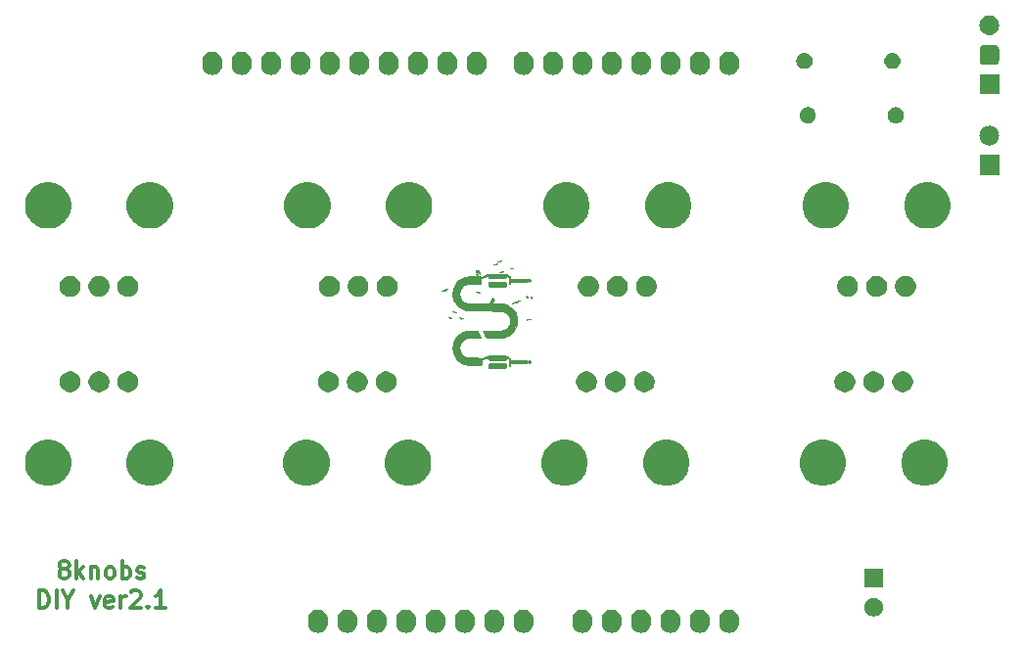
<source format=gbr>
G04 #@! TF.GenerationSoftware,KiCad,Pcbnew,(5.0.1-3-g963ef8bb5)*
G04 #@! TF.CreationDate,2019-07-05T13:12:53+05:30*
G04 #@! TF.ProjectId,8knobs-v2.1-orderworkshop,386B6E6F62732D76322E312D6F726465,rev?*
G04 #@! TF.SameCoordinates,Original*
G04 #@! TF.FileFunction,Soldermask,Top*
G04 #@! TF.FilePolarity,Negative*
%FSLAX46Y46*%
G04 Gerber Fmt 4.6, Leading zero omitted, Abs format (unit mm)*
G04 Created by KiCad (PCBNEW (5.0.1-3-g963ef8bb5)) date 2019 July 05, Friday 13:12:53*
%MOMM*%
%LPD*%
G01*
G04 APERTURE LIST*
%ADD10C,0.300000*%
%ADD11C,0.010000*%
%ADD12C,0.100000*%
G04 APERTURE END LIST*
D10*
X116855142Y-119286428D02*
X116712285Y-119215000D01*
X116640857Y-119143571D01*
X116569428Y-119000714D01*
X116569428Y-118929285D01*
X116640857Y-118786428D01*
X116712285Y-118715000D01*
X116855142Y-118643571D01*
X117140857Y-118643571D01*
X117283714Y-118715000D01*
X117355142Y-118786428D01*
X117426571Y-118929285D01*
X117426571Y-119000714D01*
X117355142Y-119143571D01*
X117283714Y-119215000D01*
X117140857Y-119286428D01*
X116855142Y-119286428D01*
X116712285Y-119357857D01*
X116640857Y-119429285D01*
X116569428Y-119572142D01*
X116569428Y-119857857D01*
X116640857Y-120000714D01*
X116712285Y-120072142D01*
X116855142Y-120143571D01*
X117140857Y-120143571D01*
X117283714Y-120072142D01*
X117355142Y-120000714D01*
X117426571Y-119857857D01*
X117426571Y-119572142D01*
X117355142Y-119429285D01*
X117283714Y-119357857D01*
X117140857Y-119286428D01*
X118069428Y-120143571D02*
X118069428Y-118643571D01*
X118212285Y-119572142D02*
X118640857Y-120143571D01*
X118640857Y-119143571D02*
X118069428Y-119715000D01*
X119283714Y-119143571D02*
X119283714Y-120143571D01*
X119283714Y-119286428D02*
X119355142Y-119215000D01*
X119498000Y-119143571D01*
X119712285Y-119143571D01*
X119855142Y-119215000D01*
X119926571Y-119357857D01*
X119926571Y-120143571D01*
X120855142Y-120143571D02*
X120712285Y-120072142D01*
X120640857Y-120000714D01*
X120569428Y-119857857D01*
X120569428Y-119429285D01*
X120640857Y-119286428D01*
X120712285Y-119215000D01*
X120855142Y-119143571D01*
X121069428Y-119143571D01*
X121212285Y-119215000D01*
X121283714Y-119286428D01*
X121355142Y-119429285D01*
X121355142Y-119857857D01*
X121283714Y-120000714D01*
X121212285Y-120072142D01*
X121069428Y-120143571D01*
X120855142Y-120143571D01*
X121998000Y-120143571D02*
X121998000Y-118643571D01*
X121998000Y-119215000D02*
X122140857Y-119143571D01*
X122426571Y-119143571D01*
X122569428Y-119215000D01*
X122640857Y-119286428D01*
X122712285Y-119429285D01*
X122712285Y-119857857D01*
X122640857Y-120000714D01*
X122569428Y-120072142D01*
X122426571Y-120143571D01*
X122140857Y-120143571D01*
X121998000Y-120072142D01*
X123283714Y-120072142D02*
X123426571Y-120143571D01*
X123712285Y-120143571D01*
X123855142Y-120072142D01*
X123926571Y-119929285D01*
X123926571Y-119857857D01*
X123855142Y-119715000D01*
X123712285Y-119643571D01*
X123498000Y-119643571D01*
X123355142Y-119572142D01*
X123283714Y-119429285D01*
X123283714Y-119357857D01*
X123355142Y-119215000D01*
X123498000Y-119143571D01*
X123712285Y-119143571D01*
X123855142Y-119215000D01*
X114819428Y-122693571D02*
X114819428Y-121193571D01*
X115176571Y-121193571D01*
X115390857Y-121265000D01*
X115533714Y-121407857D01*
X115605142Y-121550714D01*
X115676571Y-121836428D01*
X115676571Y-122050714D01*
X115605142Y-122336428D01*
X115533714Y-122479285D01*
X115390857Y-122622142D01*
X115176571Y-122693571D01*
X114819428Y-122693571D01*
X116319428Y-122693571D02*
X116319428Y-121193571D01*
X117319428Y-121979285D02*
X117319428Y-122693571D01*
X116819428Y-121193571D02*
X117319428Y-121979285D01*
X117819428Y-121193571D01*
X119319428Y-121693571D02*
X119676571Y-122693571D01*
X120033714Y-121693571D01*
X121176571Y-122622142D02*
X121033714Y-122693571D01*
X120748000Y-122693571D01*
X120605142Y-122622142D01*
X120533714Y-122479285D01*
X120533714Y-121907857D01*
X120605142Y-121765000D01*
X120748000Y-121693571D01*
X121033714Y-121693571D01*
X121176571Y-121765000D01*
X121248000Y-121907857D01*
X121248000Y-122050714D01*
X120533714Y-122193571D01*
X121890857Y-122693571D02*
X121890857Y-121693571D01*
X121890857Y-121979285D02*
X121962285Y-121836428D01*
X122033714Y-121765000D01*
X122176571Y-121693571D01*
X122319428Y-121693571D01*
X122748000Y-121336428D02*
X122819428Y-121265000D01*
X122962285Y-121193571D01*
X123319428Y-121193571D01*
X123462285Y-121265000D01*
X123533714Y-121336428D01*
X123605142Y-121479285D01*
X123605142Y-121622142D01*
X123533714Y-121836428D01*
X122676571Y-122693571D01*
X123605142Y-122693571D01*
X124248000Y-122550714D02*
X124319428Y-122622142D01*
X124248000Y-122693571D01*
X124176571Y-122622142D01*
X124248000Y-122550714D01*
X124248000Y-122693571D01*
X125748000Y-122693571D02*
X124890857Y-122693571D01*
X125319428Y-122693571D02*
X125319428Y-121193571D01*
X125176571Y-121407857D01*
X125033714Y-121550714D01*
X124890857Y-121622142D01*
D11*
G04 #@! TO.C,G\002A\002A\002A*
G36*
X155151125Y-101568178D02*
X155168541Y-101583599D01*
X155179818Y-101598408D01*
X155186288Y-101618265D01*
X155189288Y-101648830D01*
X155190151Y-101695761D01*
X155190200Y-101733856D01*
X155189789Y-101794053D01*
X155187834Y-101834558D01*
X155183251Y-101861075D01*
X155174955Y-101879307D01*
X155161862Y-101894958D01*
X155159027Y-101897827D01*
X155127854Y-101929000D01*
X153753945Y-101929000D01*
X153722772Y-101897827D01*
X153705380Y-101876536D01*
X153695507Y-101851093D01*
X153690871Y-101813406D01*
X153690007Y-101790495D01*
X153706561Y-101790495D01*
X153710538Y-101813911D01*
X153723636Y-101827637D01*
X153736583Y-101851248D01*
X153735814Y-101866240D01*
X153735309Y-101882744D01*
X153752290Y-101882614D01*
X153779167Y-101886293D01*
X153792467Y-101896367D01*
X153811465Y-101913552D01*
X153829139Y-101910850D01*
X153850528Y-101890702D01*
X153873693Y-101865105D01*
X153933527Y-101921317D01*
X153988893Y-101865951D01*
X154018046Y-101893339D01*
X154047200Y-101920727D01*
X154078010Y-101891782D01*
X154108821Y-101862837D01*
X154125515Y-101889568D01*
X154145249Y-101912203D01*
X154166161Y-101912110D01*
X154189074Y-101895281D01*
X154208427Y-101881234D01*
X154224201Y-101885694D01*
X154235525Y-101895281D01*
X154257376Y-101911509D01*
X154269450Y-101916300D01*
X154286218Y-101908600D01*
X154303374Y-101895281D01*
X154322727Y-101881234D01*
X154338501Y-101885694D01*
X154349825Y-101895281D01*
X154371676Y-101911509D01*
X154383750Y-101916300D01*
X154400518Y-101908600D01*
X154417674Y-101895281D01*
X154437027Y-101881234D01*
X154452801Y-101885694D01*
X154464125Y-101895281D01*
X154491024Y-101913725D01*
X154511258Y-101909933D01*
X154527684Y-101889568D01*
X154544378Y-101862837D01*
X154572832Y-101889568D01*
X154603958Y-101912369D01*
X154625363Y-101912445D01*
X154635992Y-101897250D01*
X154652354Y-101879905D01*
X154678007Y-101885158D01*
X154697523Y-101899623D01*
X154715676Y-101913068D01*
X154730505Y-101910048D01*
X154748744Y-101893499D01*
X154776293Y-101865951D01*
X154835227Y-101921317D01*
X154890593Y-101865951D01*
X154919746Y-101893339D01*
X154948900Y-101920727D01*
X154979710Y-101891782D01*
X155010521Y-101862837D01*
X155027215Y-101889568D01*
X155049902Y-101912972D01*
X155073371Y-101911063D01*
X155088837Y-101896963D01*
X155114395Y-101883794D01*
X155129746Y-101885517D01*
X155147664Y-101887547D01*
X155147954Y-101872658D01*
X155146717Y-101868546D01*
X155148849Y-101839417D01*
X155158163Y-101827637D01*
X155175601Y-101804712D01*
X155170391Y-101779812D01*
X155156481Y-101761725D01*
X155142434Y-101742372D01*
X155146894Y-101726598D01*
X155156481Y-101715274D01*
X155174662Y-101689574D01*
X155172383Y-101668104D01*
X155156697Y-101647663D01*
X155143238Y-101626652D01*
X155149480Y-101608431D01*
X155151902Y-101605388D01*
X155160058Y-101589451D01*
X155154404Y-101586100D01*
X155135596Y-101595392D01*
X155133210Y-101598539D01*
X155118755Y-101603110D01*
X155098808Y-101594189D01*
X155083449Y-101578350D01*
X155081377Y-101564744D01*
X155076262Y-101553202D01*
X155062477Y-101551546D01*
X155042203Y-101559457D01*
X155037800Y-101568197D01*
X155029001Y-101588721D01*
X155021888Y-101596194D01*
X155002001Y-101600487D01*
X154980450Y-101591236D01*
X154966812Y-101574742D01*
X154967952Y-101560695D01*
X154966786Y-101550325D01*
X154953349Y-101550325D01*
X154928349Y-101564176D01*
X154917150Y-101578325D01*
X154901633Y-101597709D01*
X154891750Y-101602300D01*
X154876233Y-101592391D01*
X154866350Y-101578325D01*
X154847999Y-101558812D01*
X154834600Y-101554350D01*
X154813752Y-101564436D01*
X154802850Y-101578325D01*
X154787333Y-101597709D01*
X154777450Y-101602300D01*
X154761933Y-101592391D01*
X154752050Y-101578325D01*
X154736550Y-101560522D01*
X154717708Y-101550757D01*
X154703499Y-101551231D01*
X154701896Y-101564149D01*
X154702030Y-101564505D01*
X154699029Y-101586037D01*
X154689127Y-101598320D01*
X154668621Y-101608160D01*
X154650450Y-101598800D01*
X154634311Y-101577177D01*
X154631400Y-101565494D01*
X154624452Y-101551753D01*
X154608457Y-101555144D01*
X154590688Y-101573336D01*
X154586913Y-101579750D01*
X154565945Y-101601923D01*
X154542546Y-101600100D01*
X154522255Y-101575774D01*
X154507986Y-101553707D01*
X154498050Y-101546399D01*
X154485863Y-101556438D01*
X154473844Y-101575774D01*
X154456367Y-101598024D01*
X154440900Y-101605150D01*
X154421929Y-101594901D01*
X154407955Y-101575774D01*
X154393686Y-101553707D01*
X154383750Y-101546399D01*
X154371563Y-101556438D01*
X154359544Y-101575774D01*
X154338510Y-101600530D01*
X154315112Y-101601584D01*
X154294886Y-101579750D01*
X154277788Y-101558303D01*
X154260690Y-101551090D01*
X154250867Y-101560441D01*
X154250400Y-101565494D01*
X154241440Y-101587752D01*
X154231350Y-101598800D01*
X154211189Y-101608136D01*
X154192672Y-101598320D01*
X154179204Y-101577882D01*
X154179249Y-101565858D01*
X154174983Y-101553225D01*
X154160777Y-101551546D01*
X154140503Y-101559457D01*
X154136100Y-101568197D01*
X154127301Y-101588721D01*
X154120188Y-101596194D01*
X154100301Y-101600487D01*
X154078750Y-101591236D01*
X154065112Y-101574742D01*
X154066252Y-101560695D01*
X154065086Y-101550325D01*
X154051649Y-101550325D01*
X154026649Y-101564176D01*
X154015450Y-101578325D01*
X153999933Y-101597709D01*
X153990050Y-101602300D01*
X153974533Y-101592391D01*
X153964650Y-101578325D01*
X153946299Y-101558812D01*
X153932900Y-101554350D01*
X153912052Y-101564436D01*
X153901150Y-101578325D01*
X153885633Y-101597709D01*
X153875750Y-101602300D01*
X153860233Y-101592391D01*
X153850350Y-101578325D01*
X153835065Y-101560889D01*
X153816166Y-101550925D01*
X153801706Y-101550816D01*
X153799736Y-101562946D01*
X153799903Y-101563390D01*
X153796301Y-101580603D01*
X153779878Y-101596255D01*
X153760360Y-101603686D01*
X153748589Y-101598539D01*
X153731063Y-101586505D01*
X153727395Y-101586100D01*
X153722245Y-101593339D01*
X153729897Y-101605388D01*
X153738845Y-101624148D01*
X153728278Y-101644057D01*
X153725102Y-101647663D01*
X153707085Y-101673222D01*
X153709501Y-101694711D01*
X153725318Y-101715274D01*
X153739365Y-101734627D01*
X153734905Y-101750401D01*
X153725318Y-101761725D01*
X153706561Y-101790495D01*
X153690007Y-101790495D01*
X153689624Y-101780352D01*
X153688830Y-101703276D01*
X153691172Y-101647292D01*
X153697628Y-101608186D01*
X153709176Y-101581742D01*
X153726791Y-101563744D01*
X153741953Y-101554580D01*
X153753244Y-101550240D01*
X153770303Y-101546587D01*
X153795188Y-101543565D01*
X153829956Y-101541116D01*
X153876665Y-101539185D01*
X153937372Y-101537715D01*
X154014134Y-101536651D01*
X154109010Y-101535935D01*
X154224056Y-101535511D01*
X154361330Y-101535323D01*
X154445644Y-101535300D01*
X155112051Y-101535300D01*
X155151125Y-101568178D01*
X155151125Y-101568178D01*
G37*
X155151125Y-101568178D02*
X155168541Y-101583599D01*
X155179818Y-101598408D01*
X155186288Y-101618265D01*
X155189288Y-101648830D01*
X155190151Y-101695761D01*
X155190200Y-101733856D01*
X155189789Y-101794053D01*
X155187834Y-101834558D01*
X155183251Y-101861075D01*
X155174955Y-101879307D01*
X155161862Y-101894958D01*
X155159027Y-101897827D01*
X155127854Y-101929000D01*
X153753945Y-101929000D01*
X153722772Y-101897827D01*
X153705380Y-101876536D01*
X153695507Y-101851093D01*
X153690871Y-101813406D01*
X153690007Y-101790495D01*
X153706561Y-101790495D01*
X153710538Y-101813911D01*
X153723636Y-101827637D01*
X153736583Y-101851248D01*
X153735814Y-101866240D01*
X153735309Y-101882744D01*
X153752290Y-101882614D01*
X153779167Y-101886293D01*
X153792467Y-101896367D01*
X153811465Y-101913552D01*
X153829139Y-101910850D01*
X153850528Y-101890702D01*
X153873693Y-101865105D01*
X153933527Y-101921317D01*
X153988893Y-101865951D01*
X154018046Y-101893339D01*
X154047200Y-101920727D01*
X154078010Y-101891782D01*
X154108821Y-101862837D01*
X154125515Y-101889568D01*
X154145249Y-101912203D01*
X154166161Y-101912110D01*
X154189074Y-101895281D01*
X154208427Y-101881234D01*
X154224201Y-101885694D01*
X154235525Y-101895281D01*
X154257376Y-101911509D01*
X154269450Y-101916300D01*
X154286218Y-101908600D01*
X154303374Y-101895281D01*
X154322727Y-101881234D01*
X154338501Y-101885694D01*
X154349825Y-101895281D01*
X154371676Y-101911509D01*
X154383750Y-101916300D01*
X154400518Y-101908600D01*
X154417674Y-101895281D01*
X154437027Y-101881234D01*
X154452801Y-101885694D01*
X154464125Y-101895281D01*
X154491024Y-101913725D01*
X154511258Y-101909933D01*
X154527684Y-101889568D01*
X154544378Y-101862837D01*
X154572832Y-101889568D01*
X154603958Y-101912369D01*
X154625363Y-101912445D01*
X154635992Y-101897250D01*
X154652354Y-101879905D01*
X154678007Y-101885158D01*
X154697523Y-101899623D01*
X154715676Y-101913068D01*
X154730505Y-101910048D01*
X154748744Y-101893499D01*
X154776293Y-101865951D01*
X154835227Y-101921317D01*
X154890593Y-101865951D01*
X154919746Y-101893339D01*
X154948900Y-101920727D01*
X154979710Y-101891782D01*
X155010521Y-101862837D01*
X155027215Y-101889568D01*
X155049902Y-101912972D01*
X155073371Y-101911063D01*
X155088837Y-101896963D01*
X155114395Y-101883794D01*
X155129746Y-101885517D01*
X155147664Y-101887547D01*
X155147954Y-101872658D01*
X155146717Y-101868546D01*
X155148849Y-101839417D01*
X155158163Y-101827637D01*
X155175601Y-101804712D01*
X155170391Y-101779812D01*
X155156481Y-101761725D01*
X155142434Y-101742372D01*
X155146894Y-101726598D01*
X155156481Y-101715274D01*
X155174662Y-101689574D01*
X155172383Y-101668104D01*
X155156697Y-101647663D01*
X155143238Y-101626652D01*
X155149480Y-101608431D01*
X155151902Y-101605388D01*
X155160058Y-101589451D01*
X155154404Y-101586100D01*
X155135596Y-101595392D01*
X155133210Y-101598539D01*
X155118755Y-101603110D01*
X155098808Y-101594189D01*
X155083449Y-101578350D01*
X155081377Y-101564744D01*
X155076262Y-101553202D01*
X155062477Y-101551546D01*
X155042203Y-101559457D01*
X155037800Y-101568197D01*
X155029001Y-101588721D01*
X155021888Y-101596194D01*
X155002001Y-101600487D01*
X154980450Y-101591236D01*
X154966812Y-101574742D01*
X154967952Y-101560695D01*
X154966786Y-101550325D01*
X154953349Y-101550325D01*
X154928349Y-101564176D01*
X154917150Y-101578325D01*
X154901633Y-101597709D01*
X154891750Y-101602300D01*
X154876233Y-101592391D01*
X154866350Y-101578325D01*
X154847999Y-101558812D01*
X154834600Y-101554350D01*
X154813752Y-101564436D01*
X154802850Y-101578325D01*
X154787333Y-101597709D01*
X154777450Y-101602300D01*
X154761933Y-101592391D01*
X154752050Y-101578325D01*
X154736550Y-101560522D01*
X154717708Y-101550757D01*
X154703499Y-101551231D01*
X154701896Y-101564149D01*
X154702030Y-101564505D01*
X154699029Y-101586037D01*
X154689127Y-101598320D01*
X154668621Y-101608160D01*
X154650450Y-101598800D01*
X154634311Y-101577177D01*
X154631400Y-101565494D01*
X154624452Y-101551753D01*
X154608457Y-101555144D01*
X154590688Y-101573336D01*
X154586913Y-101579750D01*
X154565945Y-101601923D01*
X154542546Y-101600100D01*
X154522255Y-101575774D01*
X154507986Y-101553707D01*
X154498050Y-101546399D01*
X154485863Y-101556438D01*
X154473844Y-101575774D01*
X154456367Y-101598024D01*
X154440900Y-101605150D01*
X154421929Y-101594901D01*
X154407955Y-101575774D01*
X154393686Y-101553707D01*
X154383750Y-101546399D01*
X154371563Y-101556438D01*
X154359544Y-101575774D01*
X154338510Y-101600530D01*
X154315112Y-101601584D01*
X154294886Y-101579750D01*
X154277788Y-101558303D01*
X154260690Y-101551090D01*
X154250867Y-101560441D01*
X154250400Y-101565494D01*
X154241440Y-101587752D01*
X154231350Y-101598800D01*
X154211189Y-101608136D01*
X154192672Y-101598320D01*
X154179204Y-101577882D01*
X154179249Y-101565858D01*
X154174983Y-101553225D01*
X154160777Y-101551546D01*
X154140503Y-101559457D01*
X154136100Y-101568197D01*
X154127301Y-101588721D01*
X154120188Y-101596194D01*
X154100301Y-101600487D01*
X154078750Y-101591236D01*
X154065112Y-101574742D01*
X154066252Y-101560695D01*
X154065086Y-101550325D01*
X154051649Y-101550325D01*
X154026649Y-101564176D01*
X154015450Y-101578325D01*
X153999933Y-101597709D01*
X153990050Y-101602300D01*
X153974533Y-101592391D01*
X153964650Y-101578325D01*
X153946299Y-101558812D01*
X153932900Y-101554350D01*
X153912052Y-101564436D01*
X153901150Y-101578325D01*
X153885633Y-101597709D01*
X153875750Y-101602300D01*
X153860233Y-101592391D01*
X153850350Y-101578325D01*
X153835065Y-101560889D01*
X153816166Y-101550925D01*
X153801706Y-101550816D01*
X153799736Y-101562946D01*
X153799903Y-101563390D01*
X153796301Y-101580603D01*
X153779878Y-101596255D01*
X153760360Y-101603686D01*
X153748589Y-101598539D01*
X153731063Y-101586505D01*
X153727395Y-101586100D01*
X153722245Y-101593339D01*
X153729897Y-101605388D01*
X153738845Y-101624148D01*
X153728278Y-101644057D01*
X153725102Y-101647663D01*
X153707085Y-101673222D01*
X153709501Y-101694711D01*
X153725318Y-101715274D01*
X153739365Y-101734627D01*
X153734905Y-101750401D01*
X153725318Y-101761725D01*
X153706561Y-101790495D01*
X153690007Y-101790495D01*
X153689624Y-101780352D01*
X153688830Y-101703276D01*
X153691172Y-101647292D01*
X153697628Y-101608186D01*
X153709176Y-101581742D01*
X153726791Y-101563744D01*
X153741953Y-101554580D01*
X153753244Y-101550240D01*
X153770303Y-101546587D01*
X153795188Y-101543565D01*
X153829956Y-101541116D01*
X153876665Y-101539185D01*
X153937372Y-101537715D01*
X154014134Y-101536651D01*
X154109010Y-101535935D01*
X154224056Y-101535511D01*
X154361330Y-101535323D01*
X154445644Y-101535300D01*
X155112051Y-101535300D01*
X155151125Y-101568178D01*
G36*
X155558500Y-101725800D02*
X155516166Y-101725800D01*
X155484786Y-101723476D01*
X155465940Y-101717833D01*
X155465366Y-101717333D01*
X155463082Y-101702838D01*
X155461031Y-101666404D01*
X155459300Y-101611493D01*
X155457977Y-101541567D01*
X155457150Y-101460086D01*
X155456900Y-101380783D01*
X155456900Y-101052700D01*
X155558500Y-101052700D01*
X155558500Y-101725800D01*
X155558500Y-101725800D01*
G37*
X155558500Y-101725800D02*
X155516166Y-101725800D01*
X155484786Y-101723476D01*
X155465940Y-101717833D01*
X155465366Y-101717333D01*
X155463082Y-101702838D01*
X155461031Y-101666404D01*
X155459300Y-101611493D01*
X155457977Y-101541567D01*
X155457150Y-101460086D01*
X155456900Y-101380783D01*
X155456900Y-101052700D01*
X155558500Y-101052700D01*
X155558500Y-101725800D01*
G36*
X152396171Y-98690328D02*
X152484697Y-98691357D01*
X152565270Y-98693097D01*
X152634313Y-98695538D01*
X152688249Y-98698670D01*
X152723502Y-98702484D01*
X152736214Y-98706375D01*
X152744779Y-98721678D01*
X152761892Y-98755966D01*
X152785805Y-98805471D01*
X152814768Y-98866424D01*
X152847033Y-98935057D01*
X152880850Y-99007602D01*
X152914471Y-99080291D01*
X152946146Y-99149354D01*
X152974127Y-99211024D01*
X152996665Y-99261532D01*
X153012010Y-99297110D01*
X153018415Y-99313990D01*
X153018500Y-99314598D01*
X153006219Y-99316600D01*
X152971052Y-99318667D01*
X152915513Y-99320737D01*
X152842115Y-99322748D01*
X152753373Y-99324638D01*
X152651799Y-99326347D01*
X152539909Y-99327813D01*
X152437475Y-99328831D01*
X152292847Y-99330125D01*
X152171028Y-99331521D01*
X152069425Y-99333294D01*
X151985449Y-99335723D01*
X151916507Y-99339082D01*
X151860009Y-99343649D01*
X151813364Y-99349700D01*
X151773980Y-99357512D01*
X151739265Y-99367362D01*
X151706630Y-99379525D01*
X151673483Y-99394279D01*
X151637232Y-99411899D01*
X151631215Y-99414882D01*
X151536146Y-99467826D01*
X151457713Y-99525510D01*
X151387208Y-99594408D01*
X151382005Y-99600199D01*
X151305336Y-99704672D01*
X151246318Y-99824137D01*
X151205538Y-99954770D01*
X151183585Y-100092749D01*
X151181047Y-100234248D01*
X151198512Y-100375444D01*
X151236569Y-100512513D01*
X151240156Y-100522220D01*
X151293268Y-100629631D01*
X151367530Y-100730328D01*
X151458834Y-100820276D01*
X151563072Y-100895442D01*
X151676136Y-100951791D01*
X151678650Y-100952772D01*
X151724789Y-100970116D01*
X151768032Y-100984677D01*
X151811167Y-100996742D01*
X151856985Y-101006598D01*
X151908272Y-101014531D01*
X151967817Y-101020827D01*
X152038410Y-101025772D01*
X152122840Y-101029654D01*
X152223893Y-101032757D01*
X152344360Y-101035369D01*
X152487029Y-101037776D01*
X152509993Y-101038129D01*
X153049237Y-101046350D01*
X153059653Y-101090800D01*
X153063638Y-101121670D01*
X153066634Y-101172317D01*
X153068641Y-101237142D01*
X153069660Y-101310544D01*
X153069690Y-101386924D01*
X153068732Y-101460681D01*
X153066785Y-101526216D01*
X153063850Y-101577930D01*
X153059927Y-101610222D01*
X153059641Y-101611500D01*
X153049213Y-101655950D01*
X152522681Y-101657058D01*
X152407420Y-101657197D01*
X152298414Y-101657129D01*
X152198654Y-101656871D01*
X152111131Y-101656440D01*
X152038836Y-101655851D01*
X151984760Y-101655122D01*
X151951895Y-101654268D01*
X151945350Y-101653895D01*
X151750956Y-101627571D01*
X151572153Y-101582084D01*
X151406817Y-101516472D01*
X151252826Y-101429775D01*
X151108056Y-101321032D01*
X151011092Y-101231307D01*
X150884735Y-101088473D01*
X150779718Y-100934615D01*
X150697058Y-100771638D01*
X150637776Y-100601447D01*
X150611720Y-100484770D01*
X150601622Y-100404396D01*
X150595443Y-100306930D01*
X150593173Y-100200372D01*
X150594802Y-100092725D01*
X150600320Y-99991989D01*
X150609717Y-99906167D01*
X150612458Y-99889194D01*
X150657656Y-99700049D01*
X150724867Y-99523056D01*
X150813485Y-99359151D01*
X150922903Y-99209269D01*
X151052516Y-99074348D01*
X151201718Y-98955323D01*
X151229172Y-98936613D01*
X151389698Y-98843337D01*
X151557806Y-98772836D01*
X151736783Y-98723887D01*
X151854193Y-98703886D01*
X151898258Y-98699654D01*
X151959404Y-98696204D01*
X152034054Y-98693526D01*
X152118632Y-98691609D01*
X152209562Y-98690444D01*
X152303267Y-98690020D01*
X152396171Y-98690328D01*
X152396171Y-98690328D01*
G37*
X152396171Y-98690328D02*
X152484697Y-98691357D01*
X152565270Y-98693097D01*
X152634313Y-98695538D01*
X152688249Y-98698670D01*
X152723502Y-98702484D01*
X152736214Y-98706375D01*
X152744779Y-98721678D01*
X152761892Y-98755966D01*
X152785805Y-98805471D01*
X152814768Y-98866424D01*
X152847033Y-98935057D01*
X152880850Y-99007602D01*
X152914471Y-99080291D01*
X152946146Y-99149354D01*
X152974127Y-99211024D01*
X152996665Y-99261532D01*
X153012010Y-99297110D01*
X153018415Y-99313990D01*
X153018500Y-99314598D01*
X153006219Y-99316600D01*
X152971052Y-99318667D01*
X152915513Y-99320737D01*
X152842115Y-99322748D01*
X152753373Y-99324638D01*
X152651799Y-99326347D01*
X152539909Y-99327813D01*
X152437475Y-99328831D01*
X152292847Y-99330125D01*
X152171028Y-99331521D01*
X152069425Y-99333294D01*
X151985449Y-99335723D01*
X151916507Y-99339082D01*
X151860009Y-99343649D01*
X151813364Y-99349700D01*
X151773980Y-99357512D01*
X151739265Y-99367362D01*
X151706630Y-99379525D01*
X151673483Y-99394279D01*
X151637232Y-99411899D01*
X151631215Y-99414882D01*
X151536146Y-99467826D01*
X151457713Y-99525510D01*
X151387208Y-99594408D01*
X151382005Y-99600199D01*
X151305336Y-99704672D01*
X151246318Y-99824137D01*
X151205538Y-99954770D01*
X151183585Y-100092749D01*
X151181047Y-100234248D01*
X151198512Y-100375444D01*
X151236569Y-100512513D01*
X151240156Y-100522220D01*
X151293268Y-100629631D01*
X151367530Y-100730328D01*
X151458834Y-100820276D01*
X151563072Y-100895442D01*
X151676136Y-100951791D01*
X151678650Y-100952772D01*
X151724789Y-100970116D01*
X151768032Y-100984677D01*
X151811167Y-100996742D01*
X151856985Y-101006598D01*
X151908272Y-101014531D01*
X151967817Y-101020827D01*
X152038410Y-101025772D01*
X152122840Y-101029654D01*
X152223893Y-101032757D01*
X152344360Y-101035369D01*
X152487029Y-101037776D01*
X152509993Y-101038129D01*
X153049237Y-101046350D01*
X153059653Y-101090800D01*
X153063638Y-101121670D01*
X153066634Y-101172317D01*
X153068641Y-101237142D01*
X153069660Y-101310544D01*
X153069690Y-101386924D01*
X153068732Y-101460681D01*
X153066785Y-101526216D01*
X153063850Y-101577930D01*
X153059927Y-101610222D01*
X153059641Y-101611500D01*
X153049213Y-101655950D01*
X152522681Y-101657058D01*
X152407420Y-101657197D01*
X152298414Y-101657129D01*
X152198654Y-101656871D01*
X152111131Y-101656440D01*
X152038836Y-101655851D01*
X151984760Y-101655122D01*
X151951895Y-101654268D01*
X151945350Y-101653895D01*
X151750956Y-101627571D01*
X151572153Y-101582084D01*
X151406817Y-101516472D01*
X151252826Y-101429775D01*
X151108056Y-101321032D01*
X151011092Y-101231307D01*
X150884735Y-101088473D01*
X150779718Y-100934615D01*
X150697058Y-100771638D01*
X150637776Y-100601447D01*
X150611720Y-100484770D01*
X150601622Y-100404396D01*
X150595443Y-100306930D01*
X150593173Y-100200372D01*
X150594802Y-100092725D01*
X150600320Y-99991989D01*
X150609717Y-99906167D01*
X150612458Y-99889194D01*
X150657656Y-99700049D01*
X150724867Y-99523056D01*
X150813485Y-99359151D01*
X150922903Y-99209269D01*
X151052516Y-99074348D01*
X151201718Y-98955323D01*
X151229172Y-98936613D01*
X151389698Y-98843337D01*
X151557806Y-98772836D01*
X151736783Y-98723887D01*
X151854193Y-98703886D01*
X151898258Y-98699654D01*
X151959404Y-98696204D01*
X152034054Y-98693526D01*
X152118632Y-98691609D01*
X152209562Y-98690444D01*
X152303267Y-98690020D01*
X152396171Y-98690328D01*
G36*
X156739600Y-101522600D02*
X155596600Y-101522600D01*
X155596600Y-101243200D01*
X156739600Y-101243200D01*
X156739600Y-101522600D01*
X156739600Y-101522600D01*
G37*
X156739600Y-101522600D02*
X155596600Y-101522600D01*
X155596600Y-101243200D01*
X156739600Y-101243200D01*
X156739600Y-101522600D01*
G36*
X156961285Y-101246831D02*
X156998562Y-101260382D01*
X157020227Y-101287838D01*
X157029979Y-101333184D01*
X157031700Y-101380074D01*
X157029115Y-101442373D01*
X157019038Y-101483683D01*
X156997983Y-101508096D01*
X156962467Y-101519704D01*
X156910329Y-101522600D01*
X156828500Y-101522600D01*
X156828500Y-101243200D01*
X156904700Y-101243200D01*
X156961285Y-101246831D01*
X156961285Y-101246831D01*
G37*
X156961285Y-101246831D02*
X156998562Y-101260382D01*
X157020227Y-101287838D01*
X157029979Y-101333184D01*
X157031700Y-101380074D01*
X157029115Y-101442373D01*
X157019038Y-101483683D01*
X156997983Y-101508096D01*
X156962467Y-101519704D01*
X156910329Y-101522600D01*
X156828500Y-101522600D01*
X156828500Y-101243200D01*
X156904700Y-101243200D01*
X156961285Y-101246831D01*
G36*
X157171789Y-101263296D02*
X157203514Y-101277803D01*
X157242071Y-101299944D01*
X157281521Y-101325832D01*
X157315928Y-101351583D01*
X157339355Y-101373311D01*
X157346018Y-101386733D01*
X157334268Y-101399612D01*
X157307327Y-101421979D01*
X157271268Y-101449435D01*
X157232167Y-101477580D01*
X157196098Y-101502011D01*
X157169136Y-101518330D01*
X157158465Y-101522600D01*
X157142707Y-101515028D01*
X157141766Y-101514133D01*
X157138078Y-101498490D01*
X157135202Y-101463545D01*
X157133545Y-101415393D01*
X157133300Y-101386734D01*
X157134117Y-101328496D01*
X157137037Y-101291090D01*
X157142757Y-101269987D01*
X157151979Y-101260658D01*
X157152831Y-101260308D01*
X157171789Y-101263296D01*
X157171789Y-101263296D01*
G37*
X157171789Y-101263296D02*
X157203514Y-101277803D01*
X157242071Y-101299944D01*
X157281521Y-101325832D01*
X157315928Y-101351583D01*
X157339355Y-101373311D01*
X157346018Y-101386733D01*
X157334268Y-101399612D01*
X157307327Y-101421979D01*
X157271268Y-101449435D01*
X157232167Y-101477580D01*
X157196098Y-101502011D01*
X157169136Y-101518330D01*
X157158465Y-101522600D01*
X157142707Y-101515028D01*
X157141766Y-101514133D01*
X157138078Y-101498490D01*
X157135202Y-101463545D01*
X157133545Y-101415393D01*
X157133300Y-101386734D01*
X157134117Y-101328496D01*
X157137037Y-101291090D01*
X157142757Y-101269987D01*
X157151979Y-101260658D01*
X157152831Y-101260308D01*
X157171789Y-101263296D01*
G36*
X157089424Y-101327745D02*
X157094388Y-101353747D01*
X157095200Y-101381841D01*
X157092042Y-101421094D01*
X157083943Y-101443456D01*
X157072963Y-101446016D01*
X157062156Y-101428558D01*
X157057660Y-101399803D01*
X157060293Y-101365501D01*
X157068353Y-101336158D01*
X157079325Y-101322494D01*
X157089424Y-101327745D01*
X157089424Y-101327745D01*
G37*
X157089424Y-101327745D02*
X157094388Y-101353747D01*
X157095200Y-101381841D01*
X157092042Y-101421094D01*
X157083943Y-101443456D01*
X157072963Y-101446016D01*
X157062156Y-101428558D01*
X157057660Y-101399803D01*
X157060293Y-101365501D01*
X157068353Y-101336158D01*
X157079325Y-101322494D01*
X157089424Y-101327745D01*
G36*
X155152100Y-100868550D02*
X155179888Y-100886014D01*
X155209386Y-100895705D01*
X155249471Y-100899727D01*
X155285949Y-100900300D01*
X155345621Y-100902960D01*
X155384476Y-100913530D01*
X155406775Y-100935891D01*
X155416779Y-100973925D01*
X155418800Y-101021315D01*
X155417696Y-101062622D01*
X155413796Y-101082032D01*
X155406220Y-101082976D01*
X155403559Y-101080639D01*
X155382209Y-101072369D01*
X155340562Y-101067073D01*
X155289259Y-101065400D01*
X155190200Y-101065400D01*
X155190200Y-101116806D01*
X155184610Y-101159645D01*
X155164367Y-101191701D01*
X155156595Y-101199356D01*
X155122991Y-101230500D01*
X153753945Y-101230500D01*
X153722772Y-101199327D01*
X153697811Y-101158254D01*
X153688094Y-101105092D01*
X153690096Y-101074925D01*
X153679190Y-101070379D01*
X153648967Y-101067013D01*
X153605502Y-101065444D01*
X153596350Y-101065400D01*
X153501100Y-101065400D01*
X153501040Y-100893950D01*
X153594474Y-100898063D01*
X153650503Y-100898720D01*
X153686069Y-100894344D01*
X153705713Y-100884370D01*
X153705891Y-100884194D01*
X153716796Y-100873901D01*
X153728647Y-100865218D01*
X153743571Y-100858006D01*
X153763697Y-100852131D01*
X153791152Y-100847454D01*
X153818962Y-100844731D01*
X153789614Y-100872302D01*
X153766309Y-100890113D01*
X153750042Y-100889529D01*
X153743423Y-100884336D01*
X153732164Y-100876496D01*
X153733075Y-100888959D01*
X153734909Y-100895331D01*
X153733308Y-100925804D01*
X153723636Y-100938162D01*
X153706198Y-100961087D01*
X153711408Y-100985987D01*
X153725318Y-101004074D01*
X153739365Y-101023427D01*
X153734905Y-101039201D01*
X153725318Y-101050525D01*
X153707137Y-101076225D01*
X153709416Y-101097695D01*
X153725102Y-101118136D01*
X153738561Y-101139147D01*
X153732319Y-101157368D01*
X153729897Y-101160411D01*
X153721741Y-101176348D01*
X153727395Y-101179700D01*
X153746012Y-101170354D01*
X153749261Y-101166172D01*
X153763985Y-101162333D01*
X153781461Y-101174220D01*
X153797070Y-101194239D01*
X153798501Y-101206797D01*
X153803285Y-101215486D01*
X153817850Y-101217800D01*
X153838854Y-101210695D01*
X153844000Y-101200305D01*
X153852942Y-101177528D01*
X153861122Y-101168599D01*
X153879091Y-101162438D01*
X153899249Y-101177600D01*
X153912190Y-101198126D01*
X153911761Y-101209305D01*
X153915585Y-101215713D01*
X153932900Y-101217800D01*
X153952319Y-101214867D01*
X153954038Y-101209305D01*
X153954924Y-101194793D01*
X153966550Y-101177600D01*
X153986732Y-101162433D01*
X154004677Y-101168599D01*
X154019705Y-101190208D01*
X154021800Y-101200305D01*
X154032478Y-101214117D01*
X154049316Y-101217800D01*
X154067473Y-101214675D01*
X154068338Y-101209305D01*
X154069224Y-101194793D01*
X154080850Y-101177600D01*
X154101032Y-101162433D01*
X154118977Y-101168599D01*
X154134005Y-101190208D01*
X154136100Y-101200305D01*
X154146778Y-101214117D01*
X154163616Y-101217800D01*
X154181773Y-101214675D01*
X154182638Y-101209305D01*
X154183524Y-101194793D01*
X154195150Y-101177600D01*
X154215332Y-101162433D01*
X154233277Y-101168599D01*
X154248305Y-101190208D01*
X154250400Y-101200305D01*
X154261078Y-101214117D01*
X154277916Y-101217800D01*
X154296073Y-101214675D01*
X154296938Y-101209305D01*
X154297824Y-101194793D01*
X154309450Y-101177600D01*
X154329632Y-101162433D01*
X154347577Y-101168599D01*
X154362605Y-101190208D01*
X154364700Y-101200305D01*
X154374899Y-101215784D01*
X154383750Y-101217800D01*
X154400605Y-101208433D01*
X154402800Y-101200305D01*
X154411742Y-101177528D01*
X154419922Y-101168599D01*
X154437891Y-101162438D01*
X154458049Y-101177600D01*
X154470990Y-101198126D01*
X154470561Y-101209305D01*
X154474114Y-101215875D01*
X154489583Y-101217800D01*
X154511308Y-101211010D01*
X154517100Y-101200305D01*
X154526042Y-101177528D01*
X154534222Y-101168599D01*
X154552191Y-101162438D01*
X154572349Y-101177600D01*
X154585290Y-101198126D01*
X154584861Y-101209305D01*
X154588414Y-101215875D01*
X154603883Y-101217800D01*
X154625608Y-101211010D01*
X154631400Y-101200305D01*
X154640342Y-101177528D01*
X154648522Y-101168599D01*
X154666491Y-101162438D01*
X154686649Y-101177600D01*
X154699590Y-101198126D01*
X154699161Y-101209305D01*
X154702714Y-101215875D01*
X154718183Y-101217800D01*
X154739908Y-101211010D01*
X154745700Y-101200305D01*
X154754642Y-101177528D01*
X154762822Y-101168599D01*
X154780791Y-101162438D01*
X154800949Y-101177600D01*
X154813890Y-101198126D01*
X154813461Y-101209305D01*
X154817285Y-101215713D01*
X154834600Y-101217800D01*
X154854019Y-101214867D01*
X154855738Y-101209305D01*
X154856624Y-101194793D01*
X154868250Y-101177600D01*
X154888432Y-101162433D01*
X154906377Y-101168599D01*
X154921405Y-101190208D01*
X154923500Y-101200305D01*
X154934178Y-101214117D01*
X154951016Y-101217800D01*
X154969173Y-101214675D01*
X154970038Y-101209305D01*
X154970924Y-101194793D01*
X154982550Y-101177600D01*
X155002732Y-101162433D01*
X155020677Y-101168599D01*
X155035705Y-101190208D01*
X155037800Y-101200305D01*
X155048419Y-101214357D01*
X155063949Y-101217800D01*
X155081959Y-101213527D01*
X155083298Y-101206797D01*
X155086368Y-101191105D01*
X155100338Y-101174220D01*
X155122515Y-101161158D01*
X155132538Y-101166172D01*
X155149818Y-101179034D01*
X155154404Y-101179700D01*
X155159554Y-101172460D01*
X155151902Y-101160411D01*
X155142954Y-101141651D01*
X155153521Y-101121742D01*
X155156697Y-101118136D01*
X155174714Y-101092577D01*
X155172298Y-101071088D01*
X155156481Y-101050525D01*
X155142434Y-101031172D01*
X155146894Y-101015398D01*
X155156481Y-101004074D01*
X155175238Y-100975304D01*
X155171261Y-100951888D01*
X155158163Y-100938162D01*
X155144923Y-100912248D01*
X155146890Y-100895331D01*
X155150458Y-100877558D01*
X155142332Y-100880705D01*
X155138376Y-100884336D01*
X155122682Y-100891987D01*
X155103288Y-100882113D01*
X155092185Y-100872302D01*
X155062572Y-100844482D01*
X155007206Y-100899848D01*
X154948272Y-100844482D01*
X154892906Y-100899848D01*
X154833972Y-100844482D01*
X154778606Y-100899848D01*
X154719672Y-100844482D01*
X154664306Y-100899848D01*
X154605372Y-100844482D01*
X154550006Y-100899848D01*
X154521224Y-100872809D01*
X154492442Y-100845769D01*
X154466671Y-100876209D01*
X154440900Y-100906650D01*
X154416639Y-100878075D01*
X154396640Y-100857608D01*
X154383750Y-100849500D01*
X154370297Y-100858273D01*
X154351521Y-100878075D01*
X154327920Y-100906650D01*
X154307490Y-100878075D01*
X154282545Y-100853650D01*
X154259674Y-100854347D01*
X154239815Y-100876231D01*
X154223121Y-100902962D01*
X154192310Y-100874017D01*
X154161500Y-100845072D01*
X154132346Y-100872460D01*
X154103193Y-100899848D01*
X154075196Y-100871852D01*
X154047200Y-100843855D01*
X154019203Y-100871852D01*
X153991206Y-100899848D01*
X153932900Y-100845072D01*
X153903746Y-100872460D01*
X153874593Y-100899848D01*
X153819430Y-100844685D01*
X153828066Y-100843839D01*
X153876567Y-100841151D01*
X153938782Y-100839251D01*
X154016841Y-100838003D01*
X154112872Y-100837271D01*
X154229003Y-100836918D01*
X154367362Y-100836807D01*
X154443947Y-100836800D01*
X155109065Y-100836800D01*
X155152100Y-100868550D01*
X155152100Y-100868550D01*
G37*
X155152100Y-100868550D02*
X155179888Y-100886014D01*
X155209386Y-100895705D01*
X155249471Y-100899727D01*
X155285949Y-100900300D01*
X155345621Y-100902960D01*
X155384476Y-100913530D01*
X155406775Y-100935891D01*
X155416779Y-100973925D01*
X155418800Y-101021315D01*
X155417696Y-101062622D01*
X155413796Y-101082032D01*
X155406220Y-101082976D01*
X155403559Y-101080639D01*
X155382209Y-101072369D01*
X155340562Y-101067073D01*
X155289259Y-101065400D01*
X155190200Y-101065400D01*
X155190200Y-101116806D01*
X155184610Y-101159645D01*
X155164367Y-101191701D01*
X155156595Y-101199356D01*
X155122991Y-101230500D01*
X153753945Y-101230500D01*
X153722772Y-101199327D01*
X153697811Y-101158254D01*
X153688094Y-101105092D01*
X153690096Y-101074925D01*
X153679190Y-101070379D01*
X153648967Y-101067013D01*
X153605502Y-101065444D01*
X153596350Y-101065400D01*
X153501100Y-101065400D01*
X153501040Y-100893950D01*
X153594474Y-100898063D01*
X153650503Y-100898720D01*
X153686069Y-100894344D01*
X153705713Y-100884370D01*
X153705891Y-100884194D01*
X153716796Y-100873901D01*
X153728647Y-100865218D01*
X153743571Y-100858006D01*
X153763697Y-100852131D01*
X153791152Y-100847454D01*
X153818962Y-100844731D01*
X153789614Y-100872302D01*
X153766309Y-100890113D01*
X153750042Y-100889529D01*
X153743423Y-100884336D01*
X153732164Y-100876496D01*
X153733075Y-100888959D01*
X153734909Y-100895331D01*
X153733308Y-100925804D01*
X153723636Y-100938162D01*
X153706198Y-100961087D01*
X153711408Y-100985987D01*
X153725318Y-101004074D01*
X153739365Y-101023427D01*
X153734905Y-101039201D01*
X153725318Y-101050525D01*
X153707137Y-101076225D01*
X153709416Y-101097695D01*
X153725102Y-101118136D01*
X153738561Y-101139147D01*
X153732319Y-101157368D01*
X153729897Y-101160411D01*
X153721741Y-101176348D01*
X153727395Y-101179700D01*
X153746012Y-101170354D01*
X153749261Y-101166172D01*
X153763985Y-101162333D01*
X153781461Y-101174220D01*
X153797070Y-101194239D01*
X153798501Y-101206797D01*
X153803285Y-101215486D01*
X153817850Y-101217800D01*
X153838854Y-101210695D01*
X153844000Y-101200305D01*
X153852942Y-101177528D01*
X153861122Y-101168599D01*
X153879091Y-101162438D01*
X153899249Y-101177600D01*
X153912190Y-101198126D01*
X153911761Y-101209305D01*
X153915585Y-101215713D01*
X153932900Y-101217800D01*
X153952319Y-101214867D01*
X153954038Y-101209305D01*
X153954924Y-101194793D01*
X153966550Y-101177600D01*
X153986732Y-101162433D01*
X154004677Y-101168599D01*
X154019705Y-101190208D01*
X154021800Y-101200305D01*
X154032478Y-101214117D01*
X154049316Y-101217800D01*
X154067473Y-101214675D01*
X154068338Y-101209305D01*
X154069224Y-101194793D01*
X154080850Y-101177600D01*
X154101032Y-101162433D01*
X154118977Y-101168599D01*
X154134005Y-101190208D01*
X154136100Y-101200305D01*
X154146778Y-101214117D01*
X154163616Y-101217800D01*
X154181773Y-101214675D01*
X154182638Y-101209305D01*
X154183524Y-101194793D01*
X154195150Y-101177600D01*
X154215332Y-101162433D01*
X154233277Y-101168599D01*
X154248305Y-101190208D01*
X154250400Y-101200305D01*
X154261078Y-101214117D01*
X154277916Y-101217800D01*
X154296073Y-101214675D01*
X154296938Y-101209305D01*
X154297824Y-101194793D01*
X154309450Y-101177600D01*
X154329632Y-101162433D01*
X154347577Y-101168599D01*
X154362605Y-101190208D01*
X154364700Y-101200305D01*
X154374899Y-101215784D01*
X154383750Y-101217800D01*
X154400605Y-101208433D01*
X154402800Y-101200305D01*
X154411742Y-101177528D01*
X154419922Y-101168599D01*
X154437891Y-101162438D01*
X154458049Y-101177600D01*
X154470990Y-101198126D01*
X154470561Y-101209305D01*
X154474114Y-101215875D01*
X154489583Y-101217800D01*
X154511308Y-101211010D01*
X154517100Y-101200305D01*
X154526042Y-101177528D01*
X154534222Y-101168599D01*
X154552191Y-101162438D01*
X154572349Y-101177600D01*
X154585290Y-101198126D01*
X154584861Y-101209305D01*
X154588414Y-101215875D01*
X154603883Y-101217800D01*
X154625608Y-101211010D01*
X154631400Y-101200305D01*
X154640342Y-101177528D01*
X154648522Y-101168599D01*
X154666491Y-101162438D01*
X154686649Y-101177600D01*
X154699590Y-101198126D01*
X154699161Y-101209305D01*
X154702714Y-101215875D01*
X154718183Y-101217800D01*
X154739908Y-101211010D01*
X154745700Y-101200305D01*
X154754642Y-101177528D01*
X154762822Y-101168599D01*
X154780791Y-101162438D01*
X154800949Y-101177600D01*
X154813890Y-101198126D01*
X154813461Y-101209305D01*
X154817285Y-101215713D01*
X154834600Y-101217800D01*
X154854019Y-101214867D01*
X154855738Y-101209305D01*
X154856624Y-101194793D01*
X154868250Y-101177600D01*
X154888432Y-101162433D01*
X154906377Y-101168599D01*
X154921405Y-101190208D01*
X154923500Y-101200305D01*
X154934178Y-101214117D01*
X154951016Y-101217800D01*
X154969173Y-101214675D01*
X154970038Y-101209305D01*
X154970924Y-101194793D01*
X154982550Y-101177600D01*
X155002732Y-101162433D01*
X155020677Y-101168599D01*
X155035705Y-101190208D01*
X155037800Y-101200305D01*
X155048419Y-101214357D01*
X155063949Y-101217800D01*
X155081959Y-101213527D01*
X155083298Y-101206797D01*
X155086368Y-101191105D01*
X155100338Y-101174220D01*
X155122515Y-101161158D01*
X155132538Y-101166172D01*
X155149818Y-101179034D01*
X155154404Y-101179700D01*
X155159554Y-101172460D01*
X155151902Y-101160411D01*
X155142954Y-101141651D01*
X155153521Y-101121742D01*
X155156697Y-101118136D01*
X155174714Y-101092577D01*
X155172298Y-101071088D01*
X155156481Y-101050525D01*
X155142434Y-101031172D01*
X155146894Y-101015398D01*
X155156481Y-101004074D01*
X155175238Y-100975304D01*
X155171261Y-100951888D01*
X155158163Y-100938162D01*
X155144923Y-100912248D01*
X155146890Y-100895331D01*
X155150458Y-100877558D01*
X155142332Y-100880705D01*
X155138376Y-100884336D01*
X155122682Y-100891987D01*
X155103288Y-100882113D01*
X155092185Y-100872302D01*
X155062572Y-100844482D01*
X155007206Y-100899848D01*
X154948272Y-100844482D01*
X154892906Y-100899848D01*
X154833972Y-100844482D01*
X154778606Y-100899848D01*
X154719672Y-100844482D01*
X154664306Y-100899848D01*
X154605372Y-100844482D01*
X154550006Y-100899848D01*
X154521224Y-100872809D01*
X154492442Y-100845769D01*
X154466671Y-100876209D01*
X154440900Y-100906650D01*
X154416639Y-100878075D01*
X154396640Y-100857608D01*
X154383750Y-100849500D01*
X154370297Y-100858273D01*
X154351521Y-100878075D01*
X154327920Y-100906650D01*
X154307490Y-100878075D01*
X154282545Y-100853650D01*
X154259674Y-100854347D01*
X154239815Y-100876231D01*
X154223121Y-100902962D01*
X154192310Y-100874017D01*
X154161500Y-100845072D01*
X154132346Y-100872460D01*
X154103193Y-100899848D01*
X154075196Y-100871852D01*
X154047200Y-100843855D01*
X154019203Y-100871852D01*
X153991206Y-100899848D01*
X153932900Y-100845072D01*
X153903746Y-100872460D01*
X153874593Y-100899848D01*
X153819430Y-100844685D01*
X153828066Y-100843839D01*
X153876567Y-100841151D01*
X153938782Y-100839251D01*
X154016841Y-100838003D01*
X154112872Y-100837271D01*
X154229003Y-100836918D01*
X154367362Y-100836807D01*
X154443947Y-100836800D01*
X155109065Y-100836800D01*
X155152100Y-100868550D01*
G36*
X153458812Y-100924816D02*
X153461018Y-100954521D01*
X153460431Y-100990559D01*
X153456650Y-101068119D01*
X153304250Y-101123665D01*
X153245258Y-101144728D01*
X153194141Y-101162165D01*
X153156022Y-101174284D01*
X153136026Y-101179394D01*
X153135170Y-101179455D01*
X153123356Y-101168563D01*
X153122470Y-101138964D01*
X153125602Y-101122028D01*
X153133632Y-101106827D01*
X153150003Y-101090551D01*
X153178156Y-101070395D01*
X153221536Y-101043551D01*
X153283584Y-101007212D01*
X153285200Y-101006276D01*
X153342386Y-100973495D01*
X153391864Y-100945779D01*
X153429449Y-100925422D01*
X153450951Y-100914722D01*
X153454081Y-100913662D01*
X153458812Y-100924816D01*
X153458812Y-100924816D01*
G37*
X153458812Y-100924816D02*
X153461018Y-100954521D01*
X153460431Y-100990559D01*
X153456650Y-101068119D01*
X153304250Y-101123665D01*
X153245258Y-101144728D01*
X153194141Y-101162165D01*
X153156022Y-101174284D01*
X153136026Y-101179394D01*
X153135170Y-101179455D01*
X153123356Y-101168563D01*
X153122470Y-101138964D01*
X153125602Y-101122028D01*
X153133632Y-101106827D01*
X153150003Y-101090551D01*
X153178156Y-101070395D01*
X153221536Y-101043551D01*
X153283584Y-101007212D01*
X153285200Y-101006276D01*
X153342386Y-100973495D01*
X153391864Y-100945779D01*
X153429449Y-100925422D01*
X153450951Y-100914722D01*
X153454081Y-100913662D01*
X153458812Y-100924816D01*
G36*
X152628462Y-94004241D02*
X152733683Y-94004440D01*
X152818213Y-94004904D01*
X152884405Y-94005742D01*
X152934613Y-94007063D01*
X152971192Y-94008978D01*
X152996495Y-94011593D01*
X153012877Y-94015019D01*
X153022692Y-94019365D01*
X153028293Y-94024738D01*
X153030753Y-94028765D01*
X153035211Y-94049928D01*
X153038892Y-94093453D01*
X153041657Y-94156312D01*
X153043370Y-94235473D01*
X153043900Y-94319310D01*
X153043684Y-94409510D01*
X153042872Y-94477645D01*
X153041217Y-94527050D01*
X153038472Y-94561056D01*
X153034390Y-94582998D01*
X153028724Y-94596208D01*
X153022896Y-94602719D01*
X153011050Y-94608478D01*
X152989407Y-94612701D01*
X152955058Y-94615513D01*
X152905094Y-94617040D01*
X152836607Y-94617407D01*
X152746688Y-94616739D01*
X152708571Y-94616270D01*
X152572203Y-94615704D01*
X152435472Y-94617441D01*
X152302321Y-94621281D01*
X152176689Y-94627025D01*
X152062520Y-94634473D01*
X151963754Y-94643428D01*
X151884332Y-94653688D01*
X151851364Y-94659602D01*
X151703941Y-94701318D01*
X151573157Y-94761997D01*
X151459742Y-94840800D01*
X151364426Y-94936890D01*
X151287938Y-95049427D01*
X151231009Y-95177576D01*
X151194367Y-95320497D01*
X151181160Y-95429167D01*
X151181931Y-95576891D01*
X151204803Y-95717490D01*
X151248570Y-95848747D01*
X151312027Y-95968448D01*
X151393966Y-96074377D01*
X151493183Y-96164319D01*
X151608470Y-96236059D01*
X151624878Y-96244077D01*
X151668670Y-96263925D01*
X151712204Y-96281347D01*
X151757329Y-96296477D01*
X151805893Y-96309446D01*
X151859743Y-96320388D01*
X151920729Y-96329435D01*
X151990697Y-96336720D01*
X152071495Y-96342375D01*
X152164973Y-96346532D01*
X152272977Y-96349326D01*
X152397357Y-96350888D01*
X152539958Y-96351350D01*
X152702631Y-96350846D01*
X152887223Y-96349509D01*
X153069280Y-96347747D01*
X153213323Y-96346178D01*
X153349747Y-96344570D01*
X153476453Y-96342955D01*
X153591341Y-96341366D01*
X153692313Y-96339834D01*
X153777269Y-96338394D01*
X153844111Y-96337077D01*
X153890737Y-96335916D01*
X153915050Y-96334943D01*
X153918171Y-96334561D01*
X153917107Y-96321065D01*
X153909005Y-96293063D01*
X153906114Y-96284800D01*
X153888401Y-96250244D01*
X153888377Y-96250232D01*
X153910583Y-96250232D01*
X153912545Y-96259629D01*
X153921839Y-96288099D01*
X153927980Y-96310429D01*
X153935635Y-96328953D01*
X153951315Y-96338020D01*
X153982421Y-96340871D01*
X153997776Y-96341000D01*
X154033548Y-96338863D01*
X154056002Y-96333412D01*
X154059900Y-96329367D01*
X154050725Y-96315371D01*
X154027341Y-96292650D01*
X154010447Y-96278567D01*
X153974526Y-96254787D01*
X153942573Y-96241492D01*
X153919590Y-96239652D01*
X153910583Y-96250232D01*
X153888377Y-96250232D01*
X153868777Y-96240681D01*
X153846334Y-96255727D01*
X153844000Y-96258450D01*
X153819737Y-96273201D01*
X153795618Y-96277500D01*
X153763047Y-96277500D01*
X153795776Y-96242575D01*
X153823115Y-96207735D01*
X153849315Y-96165762D01*
X153853999Y-96156850D01*
X153877061Y-96118571D01*
X153909331Y-96074021D01*
X153932554Y-96045863D01*
X153966517Y-96001495D01*
X153979291Y-95968136D01*
X153971240Y-95943361D01*
X153950299Y-95928214D01*
X153935241Y-95919028D01*
X153936714Y-95910665D01*
X153957465Y-95898400D01*
X153971733Y-95891366D01*
X154021046Y-95874193D01*
X154061621Y-95877055D01*
X154096871Y-95901528D01*
X154130211Y-95949190D01*
X154140998Y-95969525D01*
X154174627Y-96036199D01*
X154141681Y-96101217D01*
X154107678Y-96157767D01*
X154071588Y-96199640D01*
X154037076Y-96223057D01*
X154019945Y-96226700D01*
X154000321Y-96231284D01*
X153996400Y-96236908D01*
X154006051Y-96254145D01*
X154030401Y-96278923D01*
X154062548Y-96305427D01*
X154095587Y-96327840D01*
X154117050Y-96338559D01*
X154142371Y-96343167D01*
X154191546Y-96347303D01*
X154263033Y-96350900D01*
X154355289Y-96353888D01*
X154466770Y-96356202D01*
X154542500Y-96357241D01*
X154653009Y-96358592D01*
X154741680Y-96360022D01*
X154812074Y-96361790D01*
X154867751Y-96364157D01*
X154912273Y-96367384D01*
X154949200Y-96371731D01*
X154982095Y-96377459D01*
X155014516Y-96384829D01*
X155050027Y-96394101D01*
X155051436Y-96394481D01*
X155239701Y-96457598D01*
X155413743Y-96541264D01*
X155572744Y-96644940D01*
X155715882Y-96768089D01*
X155842336Y-96910173D01*
X155846665Y-96915760D01*
X155941258Y-97058226D01*
X156019075Y-97216493D01*
X156079229Y-97386548D01*
X156120834Y-97564377D01*
X156143004Y-97745967D01*
X156144853Y-97927305D01*
X156125496Y-98104376D01*
X156117884Y-98144400D01*
X156066674Y-98333709D01*
X155993813Y-98509782D01*
X155899092Y-98672999D01*
X155782303Y-98823739D01*
X155693510Y-98916119D01*
X155571089Y-99022989D01*
X155445931Y-99109612D01*
X155310486Y-99180632D01*
X155177500Y-99233663D01*
X155127786Y-99250720D01*
X155081308Y-99265267D01*
X155035556Y-99277525D01*
X154988016Y-99287714D01*
X154936177Y-99296057D01*
X154877527Y-99302774D01*
X154809555Y-99308086D01*
X154729749Y-99312213D01*
X154635596Y-99315377D01*
X154524586Y-99317798D01*
X154394206Y-99319698D01*
X154241945Y-99321297D01*
X154174200Y-99321903D01*
X154023571Y-99323100D01*
X153896438Y-99323845D01*
X153790901Y-99324107D01*
X153705058Y-99323854D01*
X153637010Y-99323054D01*
X153584855Y-99321675D01*
X153546694Y-99319687D01*
X153520626Y-99317057D01*
X153504749Y-99313754D01*
X153498178Y-99310660D01*
X153485288Y-99293012D01*
X153462799Y-99252875D01*
X153431131Y-99191104D01*
X153390703Y-99108551D01*
X153341933Y-99006069D01*
X153285241Y-98884512D01*
X153231913Y-98768526D01*
X153219144Y-98734105D01*
X153215231Y-98709045D01*
X153217333Y-98702582D01*
X153231584Y-98700660D01*
X153269063Y-98698710D01*
X153327598Y-98696772D01*
X153405018Y-98694888D01*
X153499152Y-98693096D01*
X153607827Y-98691438D01*
X153728872Y-98689953D01*
X153860115Y-98688681D01*
X153999385Y-98687663D01*
X154034500Y-98687457D01*
X154197867Y-98686520D01*
X154337911Y-98685624D01*
X154456706Y-98684694D01*
X154556328Y-98683658D01*
X154638852Y-98682442D01*
X154706354Y-98680972D01*
X154760909Y-98679174D01*
X154804593Y-98676975D01*
X154839481Y-98674301D01*
X154867649Y-98671079D01*
X154891172Y-98667234D01*
X154912126Y-98662694D01*
X154932586Y-98657385D01*
X154940016Y-98655331D01*
X155079476Y-98604357D01*
X155202970Y-98534090D01*
X155309529Y-98445457D01*
X155398182Y-98339385D01*
X155467959Y-98216800D01*
X155507929Y-98112650D01*
X155527161Y-98029989D01*
X155539501Y-97931989D01*
X155544575Y-97827856D01*
X155542009Y-97726800D01*
X155531426Y-97638031D01*
X155527952Y-97620918D01*
X155485430Y-97483305D01*
X155422690Y-97360912D01*
X155340128Y-97254119D01*
X155238137Y-97163304D01*
X155117114Y-97088848D01*
X154977453Y-97031129D01*
X154886304Y-97005038D01*
X154871102Y-97001873D01*
X154851742Y-96999012D01*
X154826820Y-96996430D01*
X154794935Y-96994099D01*
X154754685Y-96991995D01*
X154704667Y-96990091D01*
X154643480Y-96988361D01*
X154569721Y-96986780D01*
X154481987Y-96985321D01*
X154378877Y-96983959D01*
X154258989Y-96982668D01*
X154120920Y-96981421D01*
X153963268Y-96980194D01*
X153784631Y-96978959D01*
X153583607Y-96977692D01*
X153358793Y-96976366D01*
X153323300Y-96976162D01*
X153098011Y-96974865D01*
X152896662Y-96973668D01*
X152717792Y-96972540D01*
X152559940Y-96971449D01*
X152421645Y-96970362D01*
X152301447Y-96969248D01*
X152197886Y-96968073D01*
X152109501Y-96966808D01*
X152034832Y-96965418D01*
X151972417Y-96963872D01*
X151920797Y-96962137D01*
X151878511Y-96960183D01*
X151844098Y-96957976D01*
X151816098Y-96955484D01*
X151793051Y-96952676D01*
X151773495Y-96949519D01*
X151755971Y-96945980D01*
X151739018Y-96942029D01*
X151735800Y-96941243D01*
X151540459Y-96881927D01*
X151362096Y-96803812D01*
X151200353Y-96706663D01*
X151054868Y-96590243D01*
X150925284Y-96454318D01*
X150854865Y-96363090D01*
X150752695Y-96198648D01*
X150674191Y-96025422D01*
X150619598Y-95844450D01*
X150589158Y-95656772D01*
X150583117Y-95463429D01*
X150600079Y-95276255D01*
X150640706Y-95080918D01*
X150702157Y-94898058D01*
X150783408Y-94728864D01*
X150883431Y-94574522D01*
X151001200Y-94436222D01*
X151135689Y-94315150D01*
X151285873Y-94212496D01*
X151450724Y-94129446D01*
X151629218Y-94067189D01*
X151649160Y-94061787D01*
X151703505Y-94048213D01*
X151756358Y-94036906D01*
X151810665Y-94027669D01*
X151869368Y-94020301D01*
X151935411Y-94014604D01*
X152011738Y-94010378D01*
X152101293Y-94007424D01*
X152207020Y-94005543D01*
X152331863Y-94004536D01*
X152478764Y-94004204D01*
X152500194Y-94004199D01*
X152628462Y-94004241D01*
X152628462Y-94004241D01*
G37*
X152628462Y-94004241D02*
X152733683Y-94004440D01*
X152818213Y-94004904D01*
X152884405Y-94005742D01*
X152934613Y-94007063D01*
X152971192Y-94008978D01*
X152996495Y-94011593D01*
X153012877Y-94015019D01*
X153022692Y-94019365D01*
X153028293Y-94024738D01*
X153030753Y-94028765D01*
X153035211Y-94049928D01*
X153038892Y-94093453D01*
X153041657Y-94156312D01*
X153043370Y-94235473D01*
X153043900Y-94319310D01*
X153043684Y-94409510D01*
X153042872Y-94477645D01*
X153041217Y-94527050D01*
X153038472Y-94561056D01*
X153034390Y-94582998D01*
X153028724Y-94596208D01*
X153022896Y-94602719D01*
X153011050Y-94608478D01*
X152989407Y-94612701D01*
X152955058Y-94615513D01*
X152905094Y-94617040D01*
X152836607Y-94617407D01*
X152746688Y-94616739D01*
X152708571Y-94616270D01*
X152572203Y-94615704D01*
X152435472Y-94617441D01*
X152302321Y-94621281D01*
X152176689Y-94627025D01*
X152062520Y-94634473D01*
X151963754Y-94643428D01*
X151884332Y-94653688D01*
X151851364Y-94659602D01*
X151703941Y-94701318D01*
X151573157Y-94761997D01*
X151459742Y-94840800D01*
X151364426Y-94936890D01*
X151287938Y-95049427D01*
X151231009Y-95177576D01*
X151194367Y-95320497D01*
X151181160Y-95429167D01*
X151181931Y-95576891D01*
X151204803Y-95717490D01*
X151248570Y-95848747D01*
X151312027Y-95968448D01*
X151393966Y-96074377D01*
X151493183Y-96164319D01*
X151608470Y-96236059D01*
X151624878Y-96244077D01*
X151668670Y-96263925D01*
X151712204Y-96281347D01*
X151757329Y-96296477D01*
X151805893Y-96309446D01*
X151859743Y-96320388D01*
X151920729Y-96329435D01*
X151990697Y-96336720D01*
X152071495Y-96342375D01*
X152164973Y-96346532D01*
X152272977Y-96349326D01*
X152397357Y-96350888D01*
X152539958Y-96351350D01*
X152702631Y-96350846D01*
X152887223Y-96349509D01*
X153069280Y-96347747D01*
X153213323Y-96346178D01*
X153349747Y-96344570D01*
X153476453Y-96342955D01*
X153591341Y-96341366D01*
X153692313Y-96339834D01*
X153777269Y-96338394D01*
X153844111Y-96337077D01*
X153890737Y-96335916D01*
X153915050Y-96334943D01*
X153918171Y-96334561D01*
X153917107Y-96321065D01*
X153909005Y-96293063D01*
X153906114Y-96284800D01*
X153888401Y-96250244D01*
X153888377Y-96250232D01*
X153910583Y-96250232D01*
X153912545Y-96259629D01*
X153921839Y-96288099D01*
X153927980Y-96310429D01*
X153935635Y-96328953D01*
X153951315Y-96338020D01*
X153982421Y-96340871D01*
X153997776Y-96341000D01*
X154033548Y-96338863D01*
X154056002Y-96333412D01*
X154059900Y-96329367D01*
X154050725Y-96315371D01*
X154027341Y-96292650D01*
X154010447Y-96278567D01*
X153974526Y-96254787D01*
X153942573Y-96241492D01*
X153919590Y-96239652D01*
X153910583Y-96250232D01*
X153888377Y-96250232D01*
X153868777Y-96240681D01*
X153846334Y-96255727D01*
X153844000Y-96258450D01*
X153819737Y-96273201D01*
X153795618Y-96277500D01*
X153763047Y-96277500D01*
X153795776Y-96242575D01*
X153823115Y-96207735D01*
X153849315Y-96165762D01*
X153853999Y-96156850D01*
X153877061Y-96118571D01*
X153909331Y-96074021D01*
X153932554Y-96045863D01*
X153966517Y-96001495D01*
X153979291Y-95968136D01*
X153971240Y-95943361D01*
X153950299Y-95928214D01*
X153935241Y-95919028D01*
X153936714Y-95910665D01*
X153957465Y-95898400D01*
X153971733Y-95891366D01*
X154021046Y-95874193D01*
X154061621Y-95877055D01*
X154096871Y-95901528D01*
X154130211Y-95949190D01*
X154140998Y-95969525D01*
X154174627Y-96036199D01*
X154141681Y-96101217D01*
X154107678Y-96157767D01*
X154071588Y-96199640D01*
X154037076Y-96223057D01*
X154019945Y-96226700D01*
X154000321Y-96231284D01*
X153996400Y-96236908D01*
X154006051Y-96254145D01*
X154030401Y-96278923D01*
X154062548Y-96305427D01*
X154095587Y-96327840D01*
X154117050Y-96338559D01*
X154142371Y-96343167D01*
X154191546Y-96347303D01*
X154263033Y-96350900D01*
X154355289Y-96353888D01*
X154466770Y-96356202D01*
X154542500Y-96357241D01*
X154653009Y-96358592D01*
X154741680Y-96360022D01*
X154812074Y-96361790D01*
X154867751Y-96364157D01*
X154912273Y-96367384D01*
X154949200Y-96371731D01*
X154982095Y-96377459D01*
X155014516Y-96384829D01*
X155050027Y-96394101D01*
X155051436Y-96394481D01*
X155239701Y-96457598D01*
X155413743Y-96541264D01*
X155572744Y-96644940D01*
X155715882Y-96768089D01*
X155842336Y-96910173D01*
X155846665Y-96915760D01*
X155941258Y-97058226D01*
X156019075Y-97216493D01*
X156079229Y-97386548D01*
X156120834Y-97564377D01*
X156143004Y-97745967D01*
X156144853Y-97927305D01*
X156125496Y-98104376D01*
X156117884Y-98144400D01*
X156066674Y-98333709D01*
X155993813Y-98509782D01*
X155899092Y-98672999D01*
X155782303Y-98823739D01*
X155693510Y-98916119D01*
X155571089Y-99022989D01*
X155445931Y-99109612D01*
X155310486Y-99180632D01*
X155177500Y-99233663D01*
X155127786Y-99250720D01*
X155081308Y-99265267D01*
X155035556Y-99277525D01*
X154988016Y-99287714D01*
X154936177Y-99296057D01*
X154877527Y-99302774D01*
X154809555Y-99308086D01*
X154729749Y-99312213D01*
X154635596Y-99315377D01*
X154524586Y-99317798D01*
X154394206Y-99319698D01*
X154241945Y-99321297D01*
X154174200Y-99321903D01*
X154023571Y-99323100D01*
X153896438Y-99323845D01*
X153790901Y-99324107D01*
X153705058Y-99323854D01*
X153637010Y-99323054D01*
X153584855Y-99321675D01*
X153546694Y-99319687D01*
X153520626Y-99317057D01*
X153504749Y-99313754D01*
X153498178Y-99310660D01*
X153485288Y-99293012D01*
X153462799Y-99252875D01*
X153431131Y-99191104D01*
X153390703Y-99108551D01*
X153341933Y-99006069D01*
X153285241Y-98884512D01*
X153231913Y-98768526D01*
X153219144Y-98734105D01*
X153215231Y-98709045D01*
X153217333Y-98702582D01*
X153231584Y-98700660D01*
X153269063Y-98698710D01*
X153327598Y-98696772D01*
X153405018Y-98694888D01*
X153499152Y-98693096D01*
X153607827Y-98691438D01*
X153728872Y-98689953D01*
X153860115Y-98688681D01*
X153999385Y-98687663D01*
X154034500Y-98687457D01*
X154197867Y-98686520D01*
X154337911Y-98685624D01*
X154456706Y-98684694D01*
X154556328Y-98683658D01*
X154638852Y-98682442D01*
X154706354Y-98680972D01*
X154760909Y-98679174D01*
X154804593Y-98676975D01*
X154839481Y-98674301D01*
X154867649Y-98671079D01*
X154891172Y-98667234D01*
X154912126Y-98662694D01*
X154932586Y-98657385D01*
X154940016Y-98655331D01*
X155079476Y-98604357D01*
X155202970Y-98534090D01*
X155309529Y-98445457D01*
X155398182Y-98339385D01*
X155467959Y-98216800D01*
X155507929Y-98112650D01*
X155527161Y-98029989D01*
X155539501Y-97931989D01*
X155544575Y-97827856D01*
X155542009Y-97726800D01*
X155531426Y-97638031D01*
X155527952Y-97620918D01*
X155485430Y-97483305D01*
X155422690Y-97360912D01*
X155340128Y-97254119D01*
X155238137Y-97163304D01*
X155117114Y-97088848D01*
X154977453Y-97031129D01*
X154886304Y-97005038D01*
X154871102Y-97001873D01*
X154851742Y-96999012D01*
X154826820Y-96996430D01*
X154794935Y-96994099D01*
X154754685Y-96991995D01*
X154704667Y-96990091D01*
X154643480Y-96988361D01*
X154569721Y-96986780D01*
X154481987Y-96985321D01*
X154378877Y-96983959D01*
X154258989Y-96982668D01*
X154120920Y-96981421D01*
X153963268Y-96980194D01*
X153784631Y-96978959D01*
X153583607Y-96977692D01*
X153358793Y-96976366D01*
X153323300Y-96976162D01*
X153098011Y-96974865D01*
X152896662Y-96973668D01*
X152717792Y-96972540D01*
X152559940Y-96971449D01*
X152421645Y-96970362D01*
X152301447Y-96969248D01*
X152197886Y-96968073D01*
X152109501Y-96966808D01*
X152034832Y-96965418D01*
X151972417Y-96963872D01*
X151920797Y-96962137D01*
X151878511Y-96960183D01*
X151844098Y-96957976D01*
X151816098Y-96955484D01*
X151793051Y-96952676D01*
X151773495Y-96949519D01*
X151755971Y-96945980D01*
X151739018Y-96942029D01*
X151735800Y-96941243D01*
X151540459Y-96881927D01*
X151362096Y-96803812D01*
X151200353Y-96706663D01*
X151054868Y-96590243D01*
X150925284Y-96454318D01*
X150854865Y-96363090D01*
X150752695Y-96198648D01*
X150674191Y-96025422D01*
X150619598Y-95844450D01*
X150589158Y-95656772D01*
X150583117Y-95463429D01*
X150600079Y-95276255D01*
X150640706Y-95080918D01*
X150702157Y-94898058D01*
X150783408Y-94728864D01*
X150883431Y-94574522D01*
X151001200Y-94436222D01*
X151135689Y-94315150D01*
X151285873Y-94212496D01*
X151450724Y-94129446D01*
X151629218Y-94067189D01*
X151649160Y-94061787D01*
X151703505Y-94048213D01*
X151756358Y-94036906D01*
X151810665Y-94027669D01*
X151869368Y-94020301D01*
X151935411Y-94014604D01*
X152011738Y-94010378D01*
X152101293Y-94007424D01*
X152207020Y-94005543D01*
X152331863Y-94004536D01*
X152478764Y-94004204D01*
X152500194Y-94004199D01*
X152628462Y-94004241D01*
G36*
X157247250Y-97675799D02*
X157292050Y-97677099D01*
X157247905Y-97687482D01*
X157211579Y-97701841D01*
X157183898Y-97722439D01*
X157182914Y-97723610D01*
X157165928Y-97739799D01*
X157145879Y-97742653D01*
X157115933Y-97735197D01*
X157066389Y-97727438D01*
X157022175Y-97735317D01*
X156993108Y-97743493D01*
X156985222Y-97743203D01*
X156995525Y-97733787D01*
X156999950Y-97730415D01*
X157034475Y-97717045D01*
X157083407Y-97714224D01*
X157140288Y-97709662D01*
X157171958Y-97695858D01*
X157206188Y-97681280D01*
X157246406Y-97675779D01*
X157247250Y-97675799D01*
X157247250Y-97675799D01*
G37*
X157247250Y-97675799D02*
X157292050Y-97677099D01*
X157247905Y-97687482D01*
X157211579Y-97701841D01*
X157183898Y-97722439D01*
X157182914Y-97723610D01*
X157165928Y-97739799D01*
X157145879Y-97742653D01*
X157115933Y-97735197D01*
X157066389Y-97727438D01*
X157022175Y-97735317D01*
X156993108Y-97743493D01*
X156985222Y-97743203D01*
X156995525Y-97733787D01*
X156999950Y-97730415D01*
X157034475Y-97717045D01*
X157083407Y-97714224D01*
X157140288Y-97709662D01*
X157171958Y-97695858D01*
X157206188Y-97681280D01*
X157246406Y-97675779D01*
X157247250Y-97675799D01*
G36*
X151216305Y-97566302D02*
X151249100Y-97579615D01*
X151277023Y-97596719D01*
X151290972Y-97612899D01*
X151291300Y-97615151D01*
X151302179Y-97620571D01*
X151328995Y-97619334D01*
X151335396Y-97618254D01*
X151364727Y-97617700D01*
X151398402Y-97623701D01*
X151429163Y-97633828D01*
X151449757Y-97645649D01*
X151452928Y-97656737D01*
X151452317Y-97657415D01*
X151437575Y-97657258D01*
X151420222Y-97650128D01*
X151387174Y-97639168D01*
X151352782Y-97637223D01*
X151327677Y-97644404D01*
X151323050Y-97649100D01*
X151310792Y-97660031D01*
X151294814Y-97653050D01*
X151270678Y-97626152D01*
X151269803Y-97625043D01*
X151237622Y-97596002D01*
X151199953Y-97576242D01*
X151174988Y-97567332D01*
X151172984Y-97563000D01*
X151187740Y-97561496D01*
X151216305Y-97566302D01*
X151216305Y-97566302D01*
G37*
X151216305Y-97566302D02*
X151249100Y-97579615D01*
X151277023Y-97596719D01*
X151290972Y-97612899D01*
X151291300Y-97615151D01*
X151302179Y-97620571D01*
X151328995Y-97619334D01*
X151335396Y-97618254D01*
X151364727Y-97617700D01*
X151398402Y-97623701D01*
X151429163Y-97633828D01*
X151449757Y-97645649D01*
X151452928Y-97656737D01*
X151452317Y-97657415D01*
X151437575Y-97657258D01*
X151420222Y-97650128D01*
X151387174Y-97639168D01*
X151352782Y-97637223D01*
X151327677Y-97644404D01*
X151323050Y-97649100D01*
X151310792Y-97660031D01*
X151294814Y-97653050D01*
X151270678Y-97626152D01*
X151269803Y-97625043D01*
X151237622Y-97596002D01*
X151199953Y-97576242D01*
X151174988Y-97567332D01*
X151172984Y-97563000D01*
X151187740Y-97561496D01*
X151216305Y-97566302D01*
G36*
X150228256Y-97504636D02*
X150264002Y-97518942D01*
X150295128Y-97537685D01*
X150295820Y-97538225D01*
X150342296Y-97560190D01*
X150375791Y-97562082D01*
X150418592Y-97566126D01*
X150446750Y-97579242D01*
X150463551Y-97593582D01*
X150459046Y-97595350D01*
X150440400Y-97590056D01*
X150382165Y-97581329D01*
X150338800Y-97588176D01*
X150317954Y-97584190D01*
X150290437Y-97565281D01*
X150284173Y-97559371D01*
X150250453Y-97533412D01*
X150214608Y-97516529D01*
X150210240Y-97515407D01*
X150185630Y-97507871D01*
X150177934Y-97501007D01*
X150178233Y-97500632D01*
X150196723Y-97497592D01*
X150228256Y-97504636D01*
X150228256Y-97504636D01*
G37*
X150228256Y-97504636D02*
X150264002Y-97518942D01*
X150295128Y-97537685D01*
X150295820Y-97538225D01*
X150342296Y-97560190D01*
X150375791Y-97562082D01*
X150418592Y-97566126D01*
X150446750Y-97579242D01*
X150463551Y-97593582D01*
X150459046Y-97595350D01*
X150440400Y-97590056D01*
X150382165Y-97581329D01*
X150338800Y-97588176D01*
X150317954Y-97584190D01*
X150290437Y-97565281D01*
X150284173Y-97559371D01*
X150250453Y-97533412D01*
X150214608Y-97516529D01*
X150210240Y-97515407D01*
X150185630Y-97507871D01*
X150177934Y-97501007D01*
X150178233Y-97500632D01*
X150196723Y-97497592D01*
X150228256Y-97504636D01*
G36*
X150616922Y-97031835D02*
X150621495Y-97032365D01*
X150664869Y-97043566D01*
X150704462Y-97063045D01*
X150706006Y-97064121D01*
X150751602Y-97084611D01*
X150792358Y-97090300D01*
X150831413Y-97095366D01*
X150863039Y-97107818D01*
X150866597Y-97110386D01*
X150882846Y-97124530D01*
X150879347Y-97126421D01*
X150867845Y-97123032D01*
X150819847Y-97109795D01*
X150787269Y-97106744D01*
X150762516Y-97113323D01*
X150759082Y-97115066D01*
X150738516Y-97121894D01*
X150732500Y-97117182D01*
X150722080Y-97102888D01*
X150695594Y-97082859D01*
X150660198Y-97061645D01*
X150623050Y-97043796D01*
X150608496Y-97038348D01*
X150589147Y-97031321D01*
X150591394Y-97029408D01*
X150616922Y-97031835D01*
X150616922Y-97031835D01*
G37*
X150616922Y-97031835D02*
X150621495Y-97032365D01*
X150664869Y-97043566D01*
X150704462Y-97063045D01*
X150706006Y-97064121D01*
X150751602Y-97084611D01*
X150792358Y-97090300D01*
X150831413Y-97095366D01*
X150863039Y-97107818D01*
X150866597Y-97110386D01*
X150882846Y-97124530D01*
X150879347Y-97126421D01*
X150867845Y-97123032D01*
X150819847Y-97109795D01*
X150787269Y-97106744D01*
X150762516Y-97113323D01*
X150759082Y-97115066D01*
X150738516Y-97121894D01*
X150732500Y-97117182D01*
X150722080Y-97102888D01*
X150695594Y-97082859D01*
X150660198Y-97061645D01*
X150623050Y-97043796D01*
X150608496Y-97038348D01*
X150589147Y-97031321D01*
X150591394Y-97029408D01*
X150616922Y-97031835D01*
G36*
X156366991Y-96077316D02*
X156383217Y-96084709D01*
X156384000Y-96087000D01*
X156373232Y-96096960D01*
X156355425Y-96099824D01*
X156311238Y-96108085D01*
X156261952Y-96129685D01*
X156213376Y-96160367D01*
X156171320Y-96195872D01*
X156141593Y-96231944D01*
X156130007Y-96264323D01*
X156130000Y-96265024D01*
X156122735Y-96290927D01*
X156105624Y-96297530D01*
X156086839Y-96283466D01*
X156075657Y-96273002D01*
X156057423Y-96267054D01*
X156026710Y-96264944D01*
X155978090Y-96265994D01*
X155955017Y-96267023D01*
X155893728Y-96271190D01*
X155848143Y-96278315D01*
X155808571Y-96290716D01*
X155765323Y-96310709D01*
X155759207Y-96313841D01*
X155679150Y-96355125D01*
X155723453Y-96309408D01*
X155774979Y-96270762D01*
X155842609Y-96240454D01*
X155917653Y-96221318D01*
X155991420Y-96216185D01*
X156006361Y-96217192D01*
X156041850Y-96219674D01*
X156066438Y-96216252D01*
X156088539Y-96203232D01*
X156116563Y-96176921D01*
X156130491Y-96162695D01*
X156191165Y-96112172D01*
X156256019Y-96083770D01*
X156332270Y-96074395D01*
X156336375Y-96074370D01*
X156366991Y-96077316D01*
X156366991Y-96077316D01*
G37*
X156366991Y-96077316D02*
X156383217Y-96084709D01*
X156384000Y-96087000D01*
X156373232Y-96096960D01*
X156355425Y-96099824D01*
X156311238Y-96108085D01*
X156261952Y-96129685D01*
X156213376Y-96160367D01*
X156171320Y-96195872D01*
X156141593Y-96231944D01*
X156130007Y-96264323D01*
X156130000Y-96265024D01*
X156122735Y-96290927D01*
X156105624Y-96297530D01*
X156086839Y-96283466D01*
X156075657Y-96273002D01*
X156057423Y-96267054D01*
X156026710Y-96264944D01*
X155978090Y-96265994D01*
X155955017Y-96267023D01*
X155893728Y-96271190D01*
X155848143Y-96278315D01*
X155808571Y-96290716D01*
X155765323Y-96310709D01*
X155759207Y-96313841D01*
X155679150Y-96355125D01*
X155723453Y-96309408D01*
X155774979Y-96270762D01*
X155842609Y-96240454D01*
X155917653Y-96221318D01*
X155991420Y-96216185D01*
X156006361Y-96217192D01*
X156041850Y-96219674D01*
X156066438Y-96216252D01*
X156088539Y-96203232D01*
X156116563Y-96176921D01*
X156130491Y-96162695D01*
X156191165Y-96112172D01*
X156256019Y-96083770D01*
X156332270Y-96074395D01*
X156336375Y-96074370D01*
X156366991Y-96077316D01*
G36*
X157363095Y-95758567D02*
X157387158Y-95782604D01*
X157397708Y-95805880D01*
X157405919Y-95827465D01*
X157414332Y-95833000D01*
X157421875Y-95840236D01*
X157420578Y-95843226D01*
X157419031Y-95861266D01*
X157423247Y-95892823D01*
X157424842Y-95900376D01*
X157429899Y-95934505D01*
X157425469Y-95945587D01*
X157413010Y-95933496D01*
X157396207Y-95902850D01*
X157376802Y-95873311D01*
X157356183Y-95858027D01*
X157352580Y-95857397D01*
X157340443Y-95854140D01*
X157346025Y-95849989D01*
X157359510Y-95832392D01*
X157359793Y-95801288D01*
X157347220Y-95765801D01*
X157338295Y-95747352D01*
X157343559Y-95746270D01*
X157363095Y-95758567D01*
X157363095Y-95758567D01*
G37*
X157363095Y-95758567D02*
X157387158Y-95782604D01*
X157397708Y-95805880D01*
X157405919Y-95827465D01*
X157414332Y-95833000D01*
X157421875Y-95840236D01*
X157420578Y-95843226D01*
X157419031Y-95861266D01*
X157423247Y-95892823D01*
X157424842Y-95900376D01*
X157429899Y-95934505D01*
X157425469Y-95945587D01*
X157413010Y-95933496D01*
X157396207Y-95902850D01*
X157376802Y-95873311D01*
X157356183Y-95858027D01*
X157352580Y-95857397D01*
X157340443Y-95854140D01*
X157346025Y-95849989D01*
X157359510Y-95832392D01*
X157359793Y-95801288D01*
X157347220Y-95765801D01*
X157338295Y-95747352D01*
X157343559Y-95746270D01*
X157363095Y-95758567D01*
G36*
X156973123Y-95650059D02*
X156987153Y-95661255D01*
X157002058Y-95686822D01*
X157020375Y-95731348D01*
X157025099Y-95744100D01*
X157038671Y-95788577D01*
X157043104Y-95819356D01*
X157039288Y-95833754D01*
X157028116Y-95829088D01*
X157010478Y-95802676D01*
X157007509Y-95797021D01*
X156984224Y-95760128D01*
X156964952Y-95748208D01*
X156961054Y-95748997D01*
X156945193Y-95748853D01*
X156942800Y-95743701D01*
X156952653Y-95731976D01*
X156956913Y-95731400D01*
X156965323Y-95720120D01*
X156962723Y-95687141D01*
X156959064Y-95658117D01*
X156964166Y-95648359D01*
X156973123Y-95650059D01*
X156973123Y-95650059D01*
G37*
X156973123Y-95650059D02*
X156987153Y-95661255D01*
X157002058Y-95686822D01*
X157020375Y-95731348D01*
X157025099Y-95744100D01*
X157038671Y-95788577D01*
X157043104Y-95819356D01*
X157039288Y-95833754D01*
X157028116Y-95829088D01*
X157010478Y-95802676D01*
X157007509Y-95797021D01*
X156984224Y-95760128D01*
X156964952Y-95748208D01*
X156961054Y-95748997D01*
X156945193Y-95748853D01*
X156942800Y-95743701D01*
X156952653Y-95731976D01*
X156956913Y-95731400D01*
X156965323Y-95720120D01*
X156962723Y-95687141D01*
X156959064Y-95658117D01*
X156964166Y-95648359D01*
X156973123Y-95650059D01*
G36*
X152684916Y-95320998D02*
X152728735Y-95342228D01*
X152732960Y-95345012D01*
X152771623Y-95365699D01*
X152802446Y-95371782D01*
X152806583Y-95371078D01*
X152829531Y-95371381D01*
X152861303Y-95378331D01*
X152892378Y-95388938D01*
X152913234Y-95400213D01*
X152916900Y-95405713D01*
X152906261Y-95406213D01*
X152879944Y-95400099D01*
X152872571Y-95397917D01*
X152829194Y-95390748D01*
X152796371Y-95398834D01*
X152773517Y-95405723D01*
X152764500Y-95401792D01*
X152754010Y-95385371D01*
X152727606Y-95364283D01*
X152692884Y-95343470D01*
X152657441Y-95327877D01*
X152645568Y-95324398D01*
X152605750Y-95314899D01*
X152645252Y-95313599D01*
X152684916Y-95320998D01*
X152684916Y-95320998D01*
G37*
X152684916Y-95320998D02*
X152728735Y-95342228D01*
X152732960Y-95345012D01*
X152771623Y-95365699D01*
X152802446Y-95371782D01*
X152806583Y-95371078D01*
X152829531Y-95371381D01*
X152861303Y-95378331D01*
X152892378Y-95388938D01*
X152913234Y-95400213D01*
X152916900Y-95405713D01*
X152906261Y-95406213D01*
X152879944Y-95400099D01*
X152872571Y-95397917D01*
X152829194Y-95390748D01*
X152796371Y-95398834D01*
X152773517Y-95405723D01*
X152764500Y-95401792D01*
X152754010Y-95385371D01*
X152727606Y-95364283D01*
X152692884Y-95343470D01*
X152657441Y-95327877D01*
X152645568Y-95324398D01*
X152605750Y-95314899D01*
X152645252Y-95313599D01*
X152684916Y-95320998D01*
G36*
X150108041Y-95087936D02*
X150107470Y-95097687D01*
X150088968Y-95108607D01*
X150069380Y-95114088D01*
X150014658Y-95134097D01*
X149967048Y-95167793D01*
X149934641Y-95209027D01*
X149929704Y-95220225D01*
X149914231Y-95252570D01*
X149899881Y-95260409D01*
X149887950Y-95248800D01*
X149872155Y-95242390D01*
X149838321Y-95237826D01*
X149794102Y-95236100D01*
X149732099Y-95239490D01*
X149682669Y-95251333D01*
X149648802Y-95266122D01*
X149615842Y-95281036D01*
X149594311Y-95287379D01*
X149589500Y-95285708D01*
X149599568Y-95274031D01*
X149625482Y-95255054D01*
X149649347Y-95240197D01*
X149693336Y-95218483D01*
X149738415Y-95206899D01*
X149795510Y-95202347D01*
X149842904Y-95199817D01*
X149873637Y-95193875D01*
X149896448Y-95181332D01*
X149920073Y-95158999D01*
X149923136Y-95155767D01*
X149972512Y-95118099D01*
X150033481Y-95092308D01*
X150087975Y-95083770D01*
X150108041Y-95087936D01*
X150108041Y-95087936D01*
G37*
X150108041Y-95087936D02*
X150107470Y-95097687D01*
X150088968Y-95108607D01*
X150069380Y-95114088D01*
X150014658Y-95134097D01*
X149967048Y-95167793D01*
X149934641Y-95209027D01*
X149929704Y-95220225D01*
X149914231Y-95252570D01*
X149899881Y-95260409D01*
X149887950Y-95248800D01*
X149872155Y-95242390D01*
X149838321Y-95237826D01*
X149794102Y-95236100D01*
X149732099Y-95239490D01*
X149682669Y-95251333D01*
X149648802Y-95266122D01*
X149615842Y-95281036D01*
X149594311Y-95287379D01*
X149589500Y-95285708D01*
X149599568Y-95274031D01*
X149625482Y-95255054D01*
X149649347Y-95240197D01*
X149693336Y-95218483D01*
X149738415Y-95206899D01*
X149795510Y-95202347D01*
X149842904Y-95199817D01*
X149873637Y-95193875D01*
X149896448Y-95181332D01*
X149920073Y-95158999D01*
X149923136Y-95155767D01*
X149972512Y-95118099D01*
X150033481Y-95092308D01*
X150087975Y-95083770D01*
X150108041Y-95087936D01*
G36*
X155146327Y-94517972D02*
X155160647Y-94534168D01*
X155169760Y-94552065D01*
X155174830Y-94577567D01*
X155177022Y-94616574D01*
X155177499Y-94674988D01*
X155177500Y-94676014D01*
X155176973Y-94735232D01*
X155174625Y-94775175D01*
X155169301Y-94801962D01*
X155159848Y-94821708D01*
X155146856Y-94838516D01*
X155116212Y-94874150D01*
X154445181Y-94876690D01*
X154316302Y-94876981D01*
X154194605Y-94876875D01*
X154082548Y-94876401D01*
X153982588Y-94875587D01*
X153897186Y-94874461D01*
X153828798Y-94873052D01*
X153779884Y-94871389D01*
X153752903Y-94869498D01*
X153748750Y-94868664D01*
X153718201Y-94852250D01*
X153697374Y-94829786D01*
X153684413Y-94796473D01*
X153677460Y-94747512D01*
X153677238Y-94741995D01*
X153693861Y-94741995D01*
X153697838Y-94765411D01*
X153710936Y-94779137D01*
X153724091Y-94804908D01*
X153721804Y-94821868D01*
X153717889Y-94839910D01*
X153726549Y-94837391D01*
X153732290Y-94832820D01*
X153749814Y-94824744D01*
X153767939Y-94835854D01*
X153774190Y-94842444D01*
X153796789Y-94863376D01*
X153814465Y-94863662D01*
X153836863Y-94843266D01*
X153837828Y-94842202D01*
X153860993Y-94816605D01*
X153920827Y-94872817D01*
X153976193Y-94817451D01*
X154004975Y-94844490D01*
X154033757Y-94871530D01*
X154058450Y-94841090D01*
X154083142Y-94810650D01*
X154115600Y-94841090D01*
X154148057Y-94871530D01*
X154173828Y-94841090D01*
X154199600Y-94810650D01*
X154223860Y-94839225D01*
X154243859Y-94859691D01*
X154256750Y-94867800D01*
X154270302Y-94859116D01*
X154289639Y-94839225D01*
X154313899Y-94810650D01*
X154339671Y-94841090D01*
X154365442Y-94871530D01*
X154397899Y-94841090D01*
X154430357Y-94810650D01*
X154455312Y-94841413D01*
X154480266Y-94872177D01*
X154507629Y-94844814D01*
X154534993Y-94817451D01*
X154593927Y-94872817D01*
X154649293Y-94817451D01*
X154708227Y-94872817D01*
X154763593Y-94817451D01*
X154822527Y-94872817D01*
X154877893Y-94817451D01*
X154906675Y-94844490D01*
X154935457Y-94871530D01*
X154960150Y-94841090D01*
X154984842Y-94810650D01*
X155017300Y-94841090D01*
X155049757Y-94871530D01*
X155074073Y-94841502D01*
X155093358Y-94821852D01*
X155108572Y-94821291D01*
X155118894Y-94828491D01*
X155135322Y-94836591D01*
X155138778Y-94828274D01*
X155127275Y-94810027D01*
X155125202Y-94807882D01*
X155120181Y-94793139D01*
X155137758Y-94776977D01*
X155137902Y-94776887D01*
X155160652Y-94757109D01*
X155160647Y-94736213D01*
X155143781Y-94713225D01*
X155129734Y-94693872D01*
X155134194Y-94678098D01*
X155143781Y-94666774D01*
X155161962Y-94641074D01*
X155159683Y-94619604D01*
X155143997Y-94599163D01*
X155130538Y-94578152D01*
X155136780Y-94559931D01*
X155139202Y-94556888D01*
X155148297Y-94541725D01*
X155137057Y-94537627D01*
X155134605Y-94537600D01*
X155116745Y-94544975D01*
X155114000Y-94552268D01*
X155106431Y-94556119D01*
X155088899Y-94544221D01*
X155072591Y-94523844D01*
X155070598Y-94510502D01*
X155066093Y-94501572D01*
X155053395Y-94499500D01*
X155030239Y-94509791D01*
X155012390Y-94531267D01*
X154998753Y-94552614D01*
X154986371Y-94553440D01*
X154972443Y-94542270D01*
X154957348Y-94522503D01*
X154956298Y-94510502D01*
X154951514Y-94501813D01*
X154936949Y-94499500D01*
X154915945Y-94506604D01*
X154910800Y-94516994D01*
X154901857Y-94539771D01*
X154893677Y-94548700D01*
X154875708Y-94554861D01*
X154855550Y-94539699D01*
X154842609Y-94519173D01*
X154843038Y-94507994D01*
X154839214Y-94501586D01*
X154821900Y-94499500D01*
X154802480Y-94502432D01*
X154800761Y-94507994D01*
X154799856Y-94522495D01*
X154788116Y-94539847D01*
X154770430Y-94555615D01*
X154755344Y-94551969D01*
X154743938Y-94542355D01*
X154728787Y-94522562D01*
X154727698Y-94510502D01*
X154722664Y-94502035D01*
X154706232Y-94499500D01*
X154687621Y-94502554D01*
X154686461Y-94507994D01*
X154685556Y-94522495D01*
X154673816Y-94539847D01*
X154656130Y-94555615D01*
X154641044Y-94551969D01*
X154629638Y-94542355D01*
X154614487Y-94522562D01*
X154613398Y-94510502D01*
X154608364Y-94502035D01*
X154591932Y-94499500D01*
X154573321Y-94502554D01*
X154572161Y-94507994D01*
X154571275Y-94522506D01*
X154559649Y-94539699D01*
X154539467Y-94554866D01*
X154521522Y-94548700D01*
X154506494Y-94527091D01*
X154504400Y-94516994D01*
X154493721Y-94503182D01*
X154476883Y-94499500D01*
X154458726Y-94502624D01*
X154457861Y-94507994D01*
X154456975Y-94522506D01*
X154445349Y-94539699D01*
X154425167Y-94554866D01*
X154407222Y-94548700D01*
X154392194Y-94527091D01*
X154390100Y-94516994D01*
X154379480Y-94502942D01*
X154363950Y-94499500D01*
X154346009Y-94503867D01*
X154344760Y-94510761D01*
X154342034Y-94526746D01*
X154331354Y-94538924D01*
X154314099Y-94548109D01*
X154298089Y-94539049D01*
X154288183Y-94527663D01*
X154268932Y-94507230D01*
X154256750Y-94499500D01*
X154243338Y-94508330D01*
X154225316Y-94527663D01*
X154206558Y-94546242D01*
X154191084Y-94545394D01*
X154182145Y-94538924D01*
X154168588Y-94520702D01*
X154168739Y-94510761D01*
X154169691Y-94499679D01*
X154156214Y-94499406D01*
X154135715Y-94507771D01*
X154115602Y-94522606D01*
X154111016Y-94527663D01*
X154092258Y-94546242D01*
X154076784Y-94545394D01*
X154067845Y-94538924D01*
X154054288Y-94520702D01*
X154054439Y-94510761D01*
X154049791Y-94501872D01*
X154035249Y-94499500D01*
X154014245Y-94506604D01*
X154009100Y-94516994D01*
X154000157Y-94539771D01*
X153991977Y-94548700D01*
X153974008Y-94554861D01*
X153953850Y-94539699D01*
X153940909Y-94519173D01*
X153941338Y-94507994D01*
X153937514Y-94501586D01*
X153920200Y-94499500D01*
X153900780Y-94502432D01*
X153899061Y-94507994D01*
X153898156Y-94522495D01*
X153886416Y-94539847D01*
X153868730Y-94555615D01*
X153853644Y-94551969D01*
X153842238Y-94542355D01*
X153827087Y-94522562D01*
X153825998Y-94510502D01*
X153821123Y-94501893D01*
X153805900Y-94499500D01*
X153787431Y-94503670D01*
X153785801Y-94510502D01*
X153782731Y-94526194D01*
X153768761Y-94543079D01*
X153746584Y-94556141D01*
X153736561Y-94551127D01*
X153719281Y-94538265D01*
X153714695Y-94537600D01*
X153709545Y-94544839D01*
X153717197Y-94556888D01*
X153726145Y-94575648D01*
X153715578Y-94595557D01*
X153712402Y-94599163D01*
X153694385Y-94624722D01*
X153696801Y-94646211D01*
X153712618Y-94666774D01*
X153726665Y-94686127D01*
X153722205Y-94701901D01*
X153712618Y-94713225D01*
X153693861Y-94741995D01*
X153677238Y-94741995D01*
X153674657Y-94678104D01*
X153674643Y-94677212D01*
X153673974Y-94618679D01*
X153675051Y-94579814D01*
X153679075Y-94554890D01*
X153687249Y-94538179D01*
X153700775Y-94523956D01*
X153708183Y-94517482D01*
X153743816Y-94486800D01*
X155115154Y-94486800D01*
X155146327Y-94517972D01*
X155146327Y-94517972D01*
G37*
X155146327Y-94517972D02*
X155160647Y-94534168D01*
X155169760Y-94552065D01*
X155174830Y-94577567D01*
X155177022Y-94616574D01*
X155177499Y-94674988D01*
X155177500Y-94676014D01*
X155176973Y-94735232D01*
X155174625Y-94775175D01*
X155169301Y-94801962D01*
X155159848Y-94821708D01*
X155146856Y-94838516D01*
X155116212Y-94874150D01*
X154445181Y-94876690D01*
X154316302Y-94876981D01*
X154194605Y-94876875D01*
X154082548Y-94876401D01*
X153982588Y-94875587D01*
X153897186Y-94874461D01*
X153828798Y-94873052D01*
X153779884Y-94871389D01*
X153752903Y-94869498D01*
X153748750Y-94868664D01*
X153718201Y-94852250D01*
X153697374Y-94829786D01*
X153684413Y-94796473D01*
X153677460Y-94747512D01*
X153677238Y-94741995D01*
X153693861Y-94741995D01*
X153697838Y-94765411D01*
X153710936Y-94779137D01*
X153724091Y-94804908D01*
X153721804Y-94821868D01*
X153717889Y-94839910D01*
X153726549Y-94837391D01*
X153732290Y-94832820D01*
X153749814Y-94824744D01*
X153767939Y-94835854D01*
X153774190Y-94842444D01*
X153796789Y-94863376D01*
X153814465Y-94863662D01*
X153836863Y-94843266D01*
X153837828Y-94842202D01*
X153860993Y-94816605D01*
X153920827Y-94872817D01*
X153976193Y-94817451D01*
X154004975Y-94844490D01*
X154033757Y-94871530D01*
X154058450Y-94841090D01*
X154083142Y-94810650D01*
X154115600Y-94841090D01*
X154148057Y-94871530D01*
X154173828Y-94841090D01*
X154199600Y-94810650D01*
X154223860Y-94839225D01*
X154243859Y-94859691D01*
X154256750Y-94867800D01*
X154270302Y-94859116D01*
X154289639Y-94839225D01*
X154313899Y-94810650D01*
X154339671Y-94841090D01*
X154365442Y-94871530D01*
X154397899Y-94841090D01*
X154430357Y-94810650D01*
X154455312Y-94841413D01*
X154480266Y-94872177D01*
X154507629Y-94844814D01*
X154534993Y-94817451D01*
X154593927Y-94872817D01*
X154649293Y-94817451D01*
X154708227Y-94872817D01*
X154763593Y-94817451D01*
X154822527Y-94872817D01*
X154877893Y-94817451D01*
X154906675Y-94844490D01*
X154935457Y-94871530D01*
X154960150Y-94841090D01*
X154984842Y-94810650D01*
X155017300Y-94841090D01*
X155049757Y-94871530D01*
X155074073Y-94841502D01*
X155093358Y-94821852D01*
X155108572Y-94821291D01*
X155118894Y-94828491D01*
X155135322Y-94836591D01*
X155138778Y-94828274D01*
X155127275Y-94810027D01*
X155125202Y-94807882D01*
X155120181Y-94793139D01*
X155137758Y-94776977D01*
X155137902Y-94776887D01*
X155160652Y-94757109D01*
X155160647Y-94736213D01*
X155143781Y-94713225D01*
X155129734Y-94693872D01*
X155134194Y-94678098D01*
X155143781Y-94666774D01*
X155161962Y-94641074D01*
X155159683Y-94619604D01*
X155143997Y-94599163D01*
X155130538Y-94578152D01*
X155136780Y-94559931D01*
X155139202Y-94556888D01*
X155148297Y-94541725D01*
X155137057Y-94537627D01*
X155134605Y-94537600D01*
X155116745Y-94544975D01*
X155114000Y-94552268D01*
X155106431Y-94556119D01*
X155088899Y-94544221D01*
X155072591Y-94523844D01*
X155070598Y-94510502D01*
X155066093Y-94501572D01*
X155053395Y-94499500D01*
X155030239Y-94509791D01*
X155012390Y-94531267D01*
X154998753Y-94552614D01*
X154986371Y-94553440D01*
X154972443Y-94542270D01*
X154957348Y-94522503D01*
X154956298Y-94510502D01*
X154951514Y-94501813D01*
X154936949Y-94499500D01*
X154915945Y-94506604D01*
X154910800Y-94516994D01*
X154901857Y-94539771D01*
X154893677Y-94548700D01*
X154875708Y-94554861D01*
X154855550Y-94539699D01*
X154842609Y-94519173D01*
X154843038Y-94507994D01*
X154839214Y-94501586D01*
X154821900Y-94499500D01*
X154802480Y-94502432D01*
X154800761Y-94507994D01*
X154799856Y-94522495D01*
X154788116Y-94539847D01*
X154770430Y-94555615D01*
X154755344Y-94551969D01*
X154743938Y-94542355D01*
X154728787Y-94522562D01*
X154727698Y-94510502D01*
X154722664Y-94502035D01*
X154706232Y-94499500D01*
X154687621Y-94502554D01*
X154686461Y-94507994D01*
X154685556Y-94522495D01*
X154673816Y-94539847D01*
X154656130Y-94555615D01*
X154641044Y-94551969D01*
X154629638Y-94542355D01*
X154614487Y-94522562D01*
X154613398Y-94510502D01*
X154608364Y-94502035D01*
X154591932Y-94499500D01*
X154573321Y-94502554D01*
X154572161Y-94507994D01*
X154571275Y-94522506D01*
X154559649Y-94539699D01*
X154539467Y-94554866D01*
X154521522Y-94548700D01*
X154506494Y-94527091D01*
X154504400Y-94516994D01*
X154493721Y-94503182D01*
X154476883Y-94499500D01*
X154458726Y-94502624D01*
X154457861Y-94507994D01*
X154456975Y-94522506D01*
X154445349Y-94539699D01*
X154425167Y-94554866D01*
X154407222Y-94548700D01*
X154392194Y-94527091D01*
X154390100Y-94516994D01*
X154379480Y-94502942D01*
X154363950Y-94499500D01*
X154346009Y-94503867D01*
X154344760Y-94510761D01*
X154342034Y-94526746D01*
X154331354Y-94538924D01*
X154314099Y-94548109D01*
X154298089Y-94539049D01*
X154288183Y-94527663D01*
X154268932Y-94507230D01*
X154256750Y-94499500D01*
X154243338Y-94508330D01*
X154225316Y-94527663D01*
X154206558Y-94546242D01*
X154191084Y-94545394D01*
X154182145Y-94538924D01*
X154168588Y-94520702D01*
X154168739Y-94510761D01*
X154169691Y-94499679D01*
X154156214Y-94499406D01*
X154135715Y-94507771D01*
X154115602Y-94522606D01*
X154111016Y-94527663D01*
X154092258Y-94546242D01*
X154076784Y-94545394D01*
X154067845Y-94538924D01*
X154054288Y-94520702D01*
X154054439Y-94510761D01*
X154049791Y-94501872D01*
X154035249Y-94499500D01*
X154014245Y-94506604D01*
X154009100Y-94516994D01*
X154000157Y-94539771D01*
X153991977Y-94548700D01*
X153974008Y-94554861D01*
X153953850Y-94539699D01*
X153940909Y-94519173D01*
X153941338Y-94507994D01*
X153937514Y-94501586D01*
X153920200Y-94499500D01*
X153900780Y-94502432D01*
X153899061Y-94507994D01*
X153898156Y-94522495D01*
X153886416Y-94539847D01*
X153868730Y-94555615D01*
X153853644Y-94551969D01*
X153842238Y-94542355D01*
X153827087Y-94522562D01*
X153825998Y-94510502D01*
X153821123Y-94501893D01*
X153805900Y-94499500D01*
X153787431Y-94503670D01*
X153785801Y-94510502D01*
X153782731Y-94526194D01*
X153768761Y-94543079D01*
X153746584Y-94556141D01*
X153736561Y-94551127D01*
X153719281Y-94538265D01*
X153714695Y-94537600D01*
X153709545Y-94544839D01*
X153717197Y-94556888D01*
X153726145Y-94575648D01*
X153715578Y-94595557D01*
X153712402Y-94599163D01*
X153694385Y-94624722D01*
X153696801Y-94646211D01*
X153712618Y-94666774D01*
X153726665Y-94686127D01*
X153722205Y-94701901D01*
X153712618Y-94713225D01*
X153693861Y-94741995D01*
X153677238Y-94741995D01*
X153674657Y-94678104D01*
X153674643Y-94677212D01*
X153673974Y-94618679D01*
X153675051Y-94579814D01*
X153679075Y-94554890D01*
X153687249Y-94538179D01*
X153700775Y-94523956D01*
X153708183Y-94517482D01*
X153743816Y-94486800D01*
X155115154Y-94486800D01*
X155146327Y-94517972D01*
G36*
X155545800Y-94664600D02*
X155444200Y-94664600D01*
X155444200Y-93991500D01*
X155545800Y-93991500D01*
X155545800Y-94664600D01*
X155545800Y-94664600D01*
G37*
X155545800Y-94664600D02*
X155444200Y-94664600D01*
X155444200Y-93991500D01*
X155545800Y-93991500D01*
X155545800Y-94664600D01*
G36*
X156726900Y-94461400D02*
X155583900Y-94461400D01*
X155583900Y-94194700D01*
X156726900Y-94194700D01*
X156726900Y-94461400D01*
X156726900Y-94461400D01*
G37*
X156726900Y-94461400D02*
X155583900Y-94461400D01*
X155583900Y-94194700D01*
X156726900Y-94194700D01*
X156726900Y-94461400D01*
G36*
X156944141Y-94195952D02*
X156972605Y-94201060D01*
X156990306Y-94212047D01*
X156999229Y-94222925D01*
X157011151Y-94254455D01*
X157017734Y-94301345D01*
X157018635Y-94354051D01*
X157013514Y-94403031D01*
X157006614Y-94428823D01*
X156998357Y-94445906D01*
X156985645Y-94455667D01*
X156962132Y-94460142D01*
X156921473Y-94461363D01*
X156905014Y-94461400D01*
X156815800Y-94461400D01*
X156815800Y-94194700D01*
X156897629Y-94194700D01*
X156944141Y-94195952D01*
X156944141Y-94195952D01*
G37*
X156944141Y-94195952D02*
X156972605Y-94201060D01*
X156990306Y-94212047D01*
X156999229Y-94222925D01*
X157011151Y-94254455D01*
X157017734Y-94301345D01*
X157018635Y-94354051D01*
X157013514Y-94403031D01*
X157006614Y-94428823D01*
X156998357Y-94445906D01*
X156985645Y-94455667D01*
X156962132Y-94460142D01*
X156921473Y-94461363D01*
X156905014Y-94461400D01*
X156815800Y-94461400D01*
X156815800Y-94194700D01*
X156897629Y-94194700D01*
X156944141Y-94195952D01*
G36*
X157149982Y-94203432D02*
X157179675Y-94218127D01*
X157217636Y-94240522D01*
X157257911Y-94266751D01*
X157294545Y-94292948D01*
X157321584Y-94315246D01*
X157332910Y-94329123D01*
X157325037Y-94341759D01*
X157300908Y-94363073D01*
X157266300Y-94389110D01*
X157226990Y-94415910D01*
X157188757Y-94439517D01*
X157157377Y-94455973D01*
X157139802Y-94461400D01*
X157130836Y-94457291D01*
X157125090Y-94442159D01*
X157121923Y-94411788D01*
X157120693Y-94361966D01*
X157120600Y-94335149D01*
X157121998Y-94272454D01*
X157125960Y-94227310D01*
X157132142Y-94203077D01*
X157134509Y-94200302D01*
X157149982Y-94203432D01*
X157149982Y-94203432D01*
G37*
X157149982Y-94203432D02*
X157179675Y-94218127D01*
X157217636Y-94240522D01*
X157257911Y-94266751D01*
X157294545Y-94292948D01*
X157321584Y-94315246D01*
X157332910Y-94329123D01*
X157325037Y-94341759D01*
X157300908Y-94363073D01*
X157266300Y-94389110D01*
X157226990Y-94415910D01*
X157188757Y-94439517D01*
X157157377Y-94455973D01*
X157139802Y-94461400D01*
X157130836Y-94457291D01*
X157125090Y-94442159D01*
X157121923Y-94411788D01*
X157120693Y-94361966D01*
X157120600Y-94335149D01*
X157121998Y-94272454D01*
X157125960Y-94227310D01*
X157132142Y-94203077D01*
X157134509Y-94200302D01*
X157149982Y-94203432D01*
G36*
X157076006Y-94278379D02*
X157081725Y-94303810D01*
X157082500Y-94328050D01*
X157080006Y-94365718D01*
X157071529Y-94382876D01*
X157063450Y-94385200D01*
X157050893Y-94377720D01*
X157045174Y-94352289D01*
X157044400Y-94328050D01*
X157046893Y-94290381D01*
X157055370Y-94273223D01*
X157063450Y-94270900D01*
X157076006Y-94278379D01*
X157076006Y-94278379D01*
G37*
X157076006Y-94278379D02*
X157081725Y-94303810D01*
X157082500Y-94328050D01*
X157080006Y-94365718D01*
X157071529Y-94382876D01*
X157063450Y-94385200D01*
X157050893Y-94377720D01*
X157045174Y-94352289D01*
X157044400Y-94328050D01*
X157046893Y-94290381D01*
X157055370Y-94273223D01*
X157063450Y-94270900D01*
X157076006Y-94278379D01*
G36*
X154577271Y-93788326D02*
X154703040Y-93788455D01*
X154807603Y-93788762D01*
X154893057Y-93789321D01*
X154961498Y-93790206D01*
X155015025Y-93791492D01*
X155055733Y-93793253D01*
X155085721Y-93795564D01*
X155107084Y-93798500D01*
X155121920Y-93802135D01*
X155132326Y-93806543D01*
X155140398Y-93811800D01*
X155142865Y-93813700D01*
X155170198Y-93829175D01*
X155207025Y-93837043D01*
X155257165Y-93839100D01*
X155322239Y-93843465D01*
X155366367Y-93858314D01*
X155392755Y-93886275D01*
X155404610Y-93929975D01*
X155406100Y-93961118D01*
X155405392Y-94000403D01*
X155401834Y-94019225D01*
X155393273Y-94022510D01*
X155381534Y-94017346D01*
X155356795Y-94010712D01*
X155315614Y-94005987D01*
X155267234Y-94004200D01*
X155177500Y-94004200D01*
X155177500Y-94054291D01*
X155167451Y-94107685D01*
X155146856Y-94140016D01*
X155116212Y-94175650D01*
X154445181Y-94178190D01*
X154316302Y-94178481D01*
X154194605Y-94178375D01*
X154082548Y-94177901D01*
X153982588Y-94177087D01*
X153897186Y-94175961D01*
X153828798Y-94174552D01*
X153779884Y-94172889D01*
X153752903Y-94170998D01*
X153748750Y-94170164D01*
X153705581Y-94139043D01*
X153677687Y-94089968D01*
X153669801Y-94055985D01*
X153662855Y-94004200D01*
X153475700Y-94004200D01*
X153475700Y-93913164D01*
X153693347Y-93913164D01*
X153699170Y-93938568D01*
X153710970Y-93953754D01*
X153723718Y-93971996D01*
X153717408Y-93985569D01*
X153710970Y-93991234D01*
X153693410Y-94019688D01*
X153697487Y-94051226D01*
X153710806Y-94067829D01*
X153722960Y-94085409D01*
X153715346Y-94101441D01*
X153706727Y-94121293D01*
X153715929Y-94129012D01*
X153733505Y-94120611D01*
X153754866Y-94115606D01*
X153773598Y-94128991D01*
X153780500Y-94151378D01*
X153789011Y-94163798D01*
X153808267Y-94162816D01*
X153828846Y-94150477D01*
X153837650Y-94138974D01*
X153853166Y-94119590D01*
X153863050Y-94114999D01*
X153878566Y-94124908D01*
X153888450Y-94138974D01*
X153904065Y-94155905D01*
X153923649Y-94164642D01*
X153938797Y-94163433D01*
X153941104Y-94150524D01*
X153940878Y-94149912D01*
X153942524Y-94127537D01*
X153959723Y-94113474D01*
X153982709Y-94113960D01*
X153990050Y-94118500D01*
X154006156Y-94139493D01*
X154009100Y-94150616D01*
X154018898Y-94161568D01*
X154034357Y-94160317D01*
X154052086Y-94151133D01*
X154053546Y-94143895D01*
X154056810Y-94128923D01*
X154066389Y-94118383D01*
X154086706Y-94109123D01*
X154104350Y-94118500D01*
X154120488Y-94140122D01*
X154123400Y-94151805D01*
X154130347Y-94165546D01*
X154146342Y-94162155D01*
X154164111Y-94143963D01*
X154167886Y-94137550D01*
X154188854Y-94115376D01*
X154212253Y-94117199D01*
X154232544Y-94141525D01*
X154249280Y-94166290D01*
X154264458Y-94166097D01*
X154280955Y-94141525D01*
X154301989Y-94116769D01*
X154325387Y-94115715D01*
X154345613Y-94137550D01*
X154362711Y-94158996D01*
X154379809Y-94166209D01*
X154389632Y-94156858D01*
X154390100Y-94151805D01*
X154399059Y-94129547D01*
X154409150Y-94118500D01*
X154429549Y-94109115D01*
X154447110Y-94118383D01*
X154460068Y-94135636D01*
X154459953Y-94143895D01*
X154465184Y-94154360D01*
X154479142Y-94160317D01*
X154500076Y-94159465D01*
X154504400Y-94150616D01*
X154513818Y-94125959D01*
X154535304Y-94112554D01*
X154558702Y-94116296D01*
X154560795Y-94117873D01*
X154573473Y-94137797D01*
X154573180Y-94148457D01*
X154578419Y-94160930D01*
X154592985Y-94163857D01*
X154613785Y-94158151D01*
X154618700Y-94150068D01*
X154626828Y-94129601D01*
X154633345Y-94121634D01*
X154653732Y-94114440D01*
X154675440Y-94121749D01*
X154687990Y-94138203D01*
X154687203Y-94149178D01*
X154688789Y-94162955D01*
X154703527Y-94164854D01*
X154723060Y-94156509D01*
X154739036Y-94139555D01*
X154739350Y-94138974D01*
X154754866Y-94119590D01*
X154764750Y-94114999D01*
X154780266Y-94124908D01*
X154790150Y-94138974D01*
X154805765Y-94155905D01*
X154825349Y-94164642D01*
X154840497Y-94163433D01*
X154842804Y-94150524D01*
X154842578Y-94149912D01*
X154844224Y-94127537D01*
X154861423Y-94113474D01*
X154884409Y-94113960D01*
X154891750Y-94118500D01*
X154907856Y-94139493D01*
X154910800Y-94150616D01*
X154920598Y-94161568D01*
X154936057Y-94160317D01*
X154953786Y-94151133D01*
X154955246Y-94143895D01*
X154958510Y-94128923D01*
X154968089Y-94118383D01*
X154988406Y-94109123D01*
X155006050Y-94118500D01*
X155022131Y-94139007D01*
X155025100Y-94149688D01*
X155035340Y-94163312D01*
X155044150Y-94165066D01*
X155061026Y-94156799D01*
X155063200Y-94149688D01*
X155072069Y-94129344D01*
X155082250Y-94118500D01*
X155102488Y-94109130D01*
X155120656Y-94118754D01*
X155139197Y-94129186D01*
X155146363Y-94128469D01*
X155143330Y-94116561D01*
X155132933Y-94105703D01*
X155121352Y-94092196D01*
X155125752Y-94077402D01*
X155141485Y-94059130D01*
X155169817Y-94028972D01*
X155114451Y-93973606D01*
X155169227Y-93915300D01*
X155141702Y-93886001D01*
X155124060Y-93862823D01*
X155124863Y-93846571D01*
X155129963Y-93840123D01*
X155137803Y-93828864D01*
X155125340Y-93829775D01*
X155118968Y-93831609D01*
X155088495Y-93830008D01*
X155076137Y-93820336D01*
X155053212Y-93802898D01*
X155028312Y-93808108D01*
X155010225Y-93822018D01*
X154990872Y-93836065D01*
X154975098Y-93831605D01*
X154963774Y-93822018D01*
X154938084Y-93803841D01*
X154916591Y-93806143D01*
X154895925Y-93822018D01*
X154877109Y-93835708D01*
X154861458Y-93831887D01*
X154847300Y-93820050D01*
X154827052Y-93804778D01*
X154811717Y-93807345D01*
X154798674Y-93818081D01*
X154772984Y-93836258D01*
X154751491Y-93833956D01*
X154730825Y-93818081D01*
X154711472Y-93804034D01*
X154695698Y-93808494D01*
X154684374Y-93818081D01*
X154654286Y-93836923D01*
X154632013Y-93833274D01*
X154623292Y-93820050D01*
X154607521Y-93802595D01*
X154582728Y-93808874D01*
X154565725Y-93822018D01*
X154546372Y-93836065D01*
X154530598Y-93831605D01*
X154519274Y-93822018D01*
X154497423Y-93805790D01*
X154485350Y-93801000D01*
X154468581Y-93808699D01*
X154451425Y-93822018D01*
X154432072Y-93836065D01*
X154416298Y-93831605D01*
X154404974Y-93822018D01*
X154383123Y-93805790D01*
X154371050Y-93801000D01*
X154354281Y-93808699D01*
X154337125Y-93822018D01*
X154317772Y-93836065D01*
X154301998Y-93831605D01*
X154290674Y-93822018D01*
X154268823Y-93805790D01*
X154256750Y-93801000D01*
X154239981Y-93808699D01*
X154222825Y-93822018D01*
X154203472Y-93836065D01*
X154187698Y-93831605D01*
X154176374Y-93822018D01*
X154154523Y-93805790D01*
X154142450Y-93801000D01*
X154125681Y-93808699D01*
X154108525Y-93822018D01*
X154089172Y-93836065D01*
X154073398Y-93831605D01*
X154062074Y-93822018D01*
X154040223Y-93805790D01*
X154028150Y-93801000D01*
X154011381Y-93808699D01*
X153994225Y-93822018D01*
X153974872Y-93836065D01*
X153959098Y-93831605D01*
X153947774Y-93822018D01*
X153925923Y-93805790D01*
X153913850Y-93801000D01*
X153897081Y-93808699D01*
X153879925Y-93822018D01*
X153861109Y-93835708D01*
X153845458Y-93831887D01*
X153831300Y-93820050D01*
X153811278Y-93804657D01*
X153796165Y-93807018D01*
X153780973Y-93819621D01*
X153754938Y-93834062D01*
X153735692Y-93834370D01*
X153721275Y-93833416D01*
X153722806Y-93850086D01*
X153720160Y-93877819D01*
X153710936Y-93889662D01*
X153693347Y-93913164D01*
X153475700Y-93913164D01*
X153475700Y-93839100D01*
X153578471Y-93839100D01*
X153634409Y-93837850D01*
X153671957Y-93833233D01*
X153698043Y-93823946D01*
X153713534Y-93813700D01*
X153721300Y-93808152D01*
X153730719Y-93803476D01*
X153743888Y-93799599D01*
X153762904Y-93796444D01*
X153789864Y-93793939D01*
X153826865Y-93792007D01*
X153876004Y-93790575D01*
X153939377Y-93789568D01*
X154019082Y-93788912D01*
X154117216Y-93788532D01*
X154235876Y-93788353D01*
X154377159Y-93788301D01*
X154428200Y-93788300D01*
X154577271Y-93788326D01*
X154577271Y-93788326D01*
G37*
X154577271Y-93788326D02*
X154703040Y-93788455D01*
X154807603Y-93788762D01*
X154893057Y-93789321D01*
X154961498Y-93790206D01*
X155015025Y-93791492D01*
X155055733Y-93793253D01*
X155085721Y-93795564D01*
X155107084Y-93798500D01*
X155121920Y-93802135D01*
X155132326Y-93806543D01*
X155140398Y-93811800D01*
X155142865Y-93813700D01*
X155170198Y-93829175D01*
X155207025Y-93837043D01*
X155257165Y-93839100D01*
X155322239Y-93843465D01*
X155366367Y-93858314D01*
X155392755Y-93886275D01*
X155404610Y-93929975D01*
X155406100Y-93961118D01*
X155405392Y-94000403D01*
X155401834Y-94019225D01*
X155393273Y-94022510D01*
X155381534Y-94017346D01*
X155356795Y-94010712D01*
X155315614Y-94005987D01*
X155267234Y-94004200D01*
X155177500Y-94004200D01*
X155177500Y-94054291D01*
X155167451Y-94107685D01*
X155146856Y-94140016D01*
X155116212Y-94175650D01*
X154445181Y-94178190D01*
X154316302Y-94178481D01*
X154194605Y-94178375D01*
X154082548Y-94177901D01*
X153982588Y-94177087D01*
X153897186Y-94175961D01*
X153828798Y-94174552D01*
X153779884Y-94172889D01*
X153752903Y-94170998D01*
X153748750Y-94170164D01*
X153705581Y-94139043D01*
X153677687Y-94089968D01*
X153669801Y-94055985D01*
X153662855Y-94004200D01*
X153475700Y-94004200D01*
X153475700Y-93913164D01*
X153693347Y-93913164D01*
X153699170Y-93938568D01*
X153710970Y-93953754D01*
X153723718Y-93971996D01*
X153717408Y-93985569D01*
X153710970Y-93991234D01*
X153693410Y-94019688D01*
X153697487Y-94051226D01*
X153710806Y-94067829D01*
X153722960Y-94085409D01*
X153715346Y-94101441D01*
X153706727Y-94121293D01*
X153715929Y-94129012D01*
X153733505Y-94120611D01*
X153754866Y-94115606D01*
X153773598Y-94128991D01*
X153780500Y-94151378D01*
X153789011Y-94163798D01*
X153808267Y-94162816D01*
X153828846Y-94150477D01*
X153837650Y-94138974D01*
X153853166Y-94119590D01*
X153863050Y-94114999D01*
X153878566Y-94124908D01*
X153888450Y-94138974D01*
X153904065Y-94155905D01*
X153923649Y-94164642D01*
X153938797Y-94163433D01*
X153941104Y-94150524D01*
X153940878Y-94149912D01*
X153942524Y-94127537D01*
X153959723Y-94113474D01*
X153982709Y-94113960D01*
X153990050Y-94118500D01*
X154006156Y-94139493D01*
X154009100Y-94150616D01*
X154018898Y-94161568D01*
X154034357Y-94160317D01*
X154052086Y-94151133D01*
X154053546Y-94143895D01*
X154056810Y-94128923D01*
X154066389Y-94118383D01*
X154086706Y-94109123D01*
X154104350Y-94118500D01*
X154120488Y-94140122D01*
X154123400Y-94151805D01*
X154130347Y-94165546D01*
X154146342Y-94162155D01*
X154164111Y-94143963D01*
X154167886Y-94137550D01*
X154188854Y-94115376D01*
X154212253Y-94117199D01*
X154232544Y-94141525D01*
X154249280Y-94166290D01*
X154264458Y-94166097D01*
X154280955Y-94141525D01*
X154301989Y-94116769D01*
X154325387Y-94115715D01*
X154345613Y-94137550D01*
X154362711Y-94158996D01*
X154379809Y-94166209D01*
X154389632Y-94156858D01*
X154390100Y-94151805D01*
X154399059Y-94129547D01*
X154409150Y-94118500D01*
X154429549Y-94109115D01*
X154447110Y-94118383D01*
X154460068Y-94135636D01*
X154459953Y-94143895D01*
X154465184Y-94154360D01*
X154479142Y-94160317D01*
X154500076Y-94159465D01*
X154504400Y-94150616D01*
X154513818Y-94125959D01*
X154535304Y-94112554D01*
X154558702Y-94116296D01*
X154560795Y-94117873D01*
X154573473Y-94137797D01*
X154573180Y-94148457D01*
X154578419Y-94160930D01*
X154592985Y-94163857D01*
X154613785Y-94158151D01*
X154618700Y-94150068D01*
X154626828Y-94129601D01*
X154633345Y-94121634D01*
X154653732Y-94114440D01*
X154675440Y-94121749D01*
X154687990Y-94138203D01*
X154687203Y-94149178D01*
X154688789Y-94162955D01*
X154703527Y-94164854D01*
X154723060Y-94156509D01*
X154739036Y-94139555D01*
X154739350Y-94138974D01*
X154754866Y-94119590D01*
X154764750Y-94114999D01*
X154780266Y-94124908D01*
X154790150Y-94138974D01*
X154805765Y-94155905D01*
X154825349Y-94164642D01*
X154840497Y-94163433D01*
X154842804Y-94150524D01*
X154842578Y-94149912D01*
X154844224Y-94127537D01*
X154861423Y-94113474D01*
X154884409Y-94113960D01*
X154891750Y-94118500D01*
X154907856Y-94139493D01*
X154910800Y-94150616D01*
X154920598Y-94161568D01*
X154936057Y-94160317D01*
X154953786Y-94151133D01*
X154955246Y-94143895D01*
X154958510Y-94128923D01*
X154968089Y-94118383D01*
X154988406Y-94109123D01*
X155006050Y-94118500D01*
X155022131Y-94139007D01*
X155025100Y-94149688D01*
X155035340Y-94163312D01*
X155044150Y-94165066D01*
X155061026Y-94156799D01*
X155063200Y-94149688D01*
X155072069Y-94129344D01*
X155082250Y-94118500D01*
X155102488Y-94109130D01*
X155120656Y-94118754D01*
X155139197Y-94129186D01*
X155146363Y-94128469D01*
X155143330Y-94116561D01*
X155132933Y-94105703D01*
X155121352Y-94092196D01*
X155125752Y-94077402D01*
X155141485Y-94059130D01*
X155169817Y-94028972D01*
X155114451Y-93973606D01*
X155169227Y-93915300D01*
X155141702Y-93886001D01*
X155124060Y-93862823D01*
X155124863Y-93846571D01*
X155129963Y-93840123D01*
X155137803Y-93828864D01*
X155125340Y-93829775D01*
X155118968Y-93831609D01*
X155088495Y-93830008D01*
X155076137Y-93820336D01*
X155053212Y-93802898D01*
X155028312Y-93808108D01*
X155010225Y-93822018D01*
X154990872Y-93836065D01*
X154975098Y-93831605D01*
X154963774Y-93822018D01*
X154938084Y-93803841D01*
X154916591Y-93806143D01*
X154895925Y-93822018D01*
X154877109Y-93835708D01*
X154861458Y-93831887D01*
X154847300Y-93820050D01*
X154827052Y-93804778D01*
X154811717Y-93807345D01*
X154798674Y-93818081D01*
X154772984Y-93836258D01*
X154751491Y-93833956D01*
X154730825Y-93818081D01*
X154711472Y-93804034D01*
X154695698Y-93808494D01*
X154684374Y-93818081D01*
X154654286Y-93836923D01*
X154632013Y-93833274D01*
X154623292Y-93820050D01*
X154607521Y-93802595D01*
X154582728Y-93808874D01*
X154565725Y-93822018D01*
X154546372Y-93836065D01*
X154530598Y-93831605D01*
X154519274Y-93822018D01*
X154497423Y-93805790D01*
X154485350Y-93801000D01*
X154468581Y-93808699D01*
X154451425Y-93822018D01*
X154432072Y-93836065D01*
X154416298Y-93831605D01*
X154404974Y-93822018D01*
X154383123Y-93805790D01*
X154371050Y-93801000D01*
X154354281Y-93808699D01*
X154337125Y-93822018D01*
X154317772Y-93836065D01*
X154301998Y-93831605D01*
X154290674Y-93822018D01*
X154268823Y-93805790D01*
X154256750Y-93801000D01*
X154239981Y-93808699D01*
X154222825Y-93822018D01*
X154203472Y-93836065D01*
X154187698Y-93831605D01*
X154176374Y-93822018D01*
X154154523Y-93805790D01*
X154142450Y-93801000D01*
X154125681Y-93808699D01*
X154108525Y-93822018D01*
X154089172Y-93836065D01*
X154073398Y-93831605D01*
X154062074Y-93822018D01*
X154040223Y-93805790D01*
X154028150Y-93801000D01*
X154011381Y-93808699D01*
X153994225Y-93822018D01*
X153974872Y-93836065D01*
X153959098Y-93831605D01*
X153947774Y-93822018D01*
X153925923Y-93805790D01*
X153913850Y-93801000D01*
X153897081Y-93808699D01*
X153879925Y-93822018D01*
X153861109Y-93835708D01*
X153845458Y-93831887D01*
X153831300Y-93820050D01*
X153811278Y-93804657D01*
X153796165Y-93807018D01*
X153780973Y-93819621D01*
X153754938Y-93834062D01*
X153735692Y-93834370D01*
X153721275Y-93833416D01*
X153722806Y-93850086D01*
X153720160Y-93877819D01*
X153710936Y-93889662D01*
X153693347Y-93913164D01*
X153475700Y-93913164D01*
X153475700Y-93839100D01*
X153578471Y-93839100D01*
X153634409Y-93837850D01*
X153671957Y-93833233D01*
X153698043Y-93823946D01*
X153713534Y-93813700D01*
X153721300Y-93808152D01*
X153730719Y-93803476D01*
X153743888Y-93799599D01*
X153762904Y-93796444D01*
X153789864Y-93793939D01*
X153826865Y-93792007D01*
X153876004Y-93790575D01*
X153939377Y-93789568D01*
X154019082Y-93788912D01*
X154117216Y-93788532D01*
X154235876Y-93788353D01*
X154377159Y-93788301D01*
X154428200Y-93788300D01*
X154577271Y-93788326D01*
G36*
X153447814Y-93924396D02*
X153448166Y-93965238D01*
X153444987Y-93995536D01*
X153441029Y-94005850D01*
X153426786Y-94013050D01*
X153394162Y-94026811D01*
X153348651Y-94045032D01*
X153295751Y-94065615D01*
X153240957Y-94086458D01*
X153189766Y-94105462D01*
X153147674Y-94120528D01*
X153120177Y-94129555D01*
X153112944Y-94131200D01*
X153109226Y-94120045D01*
X153107430Y-94092740D01*
X153107400Y-94088248D01*
X153108254Y-94071360D01*
X153112999Y-94057071D01*
X153124909Y-94042679D01*
X153147259Y-94025484D01*
X153183323Y-94002785D01*
X153236375Y-93971881D01*
X153275675Y-93949444D01*
X153443950Y-93853591D01*
X153447814Y-93924396D01*
X153447814Y-93924396D01*
G37*
X153447814Y-93924396D02*
X153448166Y-93965238D01*
X153444987Y-93995536D01*
X153441029Y-94005850D01*
X153426786Y-94013050D01*
X153394162Y-94026811D01*
X153348651Y-94045032D01*
X153295751Y-94065615D01*
X153240957Y-94086458D01*
X153189766Y-94105462D01*
X153147674Y-94120528D01*
X153120177Y-94129555D01*
X153112944Y-94131200D01*
X153109226Y-94120045D01*
X153107430Y-94092740D01*
X153107400Y-94088248D01*
X153108254Y-94071360D01*
X153112999Y-94057071D01*
X153124909Y-94042679D01*
X153147259Y-94025484D01*
X153183323Y-94002785D01*
X153236375Y-93971881D01*
X153275675Y-93949444D01*
X153443950Y-93853591D01*
X153447814Y-93924396D01*
G36*
X152641573Y-93668012D02*
X152661665Y-93682741D01*
X152679863Y-93703817D01*
X152688277Y-93723779D01*
X152688300Y-93724612D01*
X152696928Y-93753953D01*
X152705195Y-93765281D01*
X152717209Y-93786413D01*
X152717225Y-93796774D01*
X152721490Y-93815970D01*
X152725729Y-93819635D01*
X152733910Y-93835137D01*
X152738325Y-93862505D01*
X152738562Y-93891439D01*
X152734208Y-93911641D01*
X152729561Y-93915300D01*
X152718909Y-93904893D01*
X152702766Y-93878502D01*
X152694239Y-93861803D01*
X152666103Y-93818938D01*
X152637103Y-93800819D01*
X152615897Y-93794345D01*
X152617646Y-93787186D01*
X152629550Y-93779904D01*
X152644183Y-93768349D01*
X152646644Y-93751529D01*
X152638159Y-93720451D01*
X152637809Y-93719387D01*
X152629115Y-93688211D01*
X152626754Y-93669041D01*
X152627475Y-93667091D01*
X152641573Y-93668012D01*
X152641573Y-93668012D01*
G37*
X152641573Y-93668012D02*
X152661665Y-93682741D01*
X152679863Y-93703817D01*
X152688277Y-93723779D01*
X152688300Y-93724612D01*
X152696928Y-93753953D01*
X152705195Y-93765281D01*
X152717209Y-93786413D01*
X152717225Y-93796774D01*
X152721490Y-93815970D01*
X152725729Y-93819635D01*
X152733910Y-93835137D01*
X152738325Y-93862505D01*
X152738562Y-93891439D01*
X152734208Y-93911641D01*
X152729561Y-93915300D01*
X152718909Y-93904893D01*
X152702766Y-93878502D01*
X152694239Y-93861803D01*
X152666103Y-93818938D01*
X152637103Y-93800819D01*
X152615897Y-93794345D01*
X152617646Y-93787186D01*
X152629550Y-93779904D01*
X152644183Y-93768349D01*
X152646644Y-93751529D01*
X152638159Y-93720451D01*
X152637809Y-93719387D01*
X152629115Y-93688211D01*
X152626754Y-93669041D01*
X152627475Y-93667091D01*
X152641573Y-93668012D01*
G36*
X152778470Y-93477875D02*
X152802223Y-93489655D01*
X152844721Y-93523139D01*
X152864622Y-93567423D01*
X152866100Y-93585454D01*
X152876693Y-93611416D01*
X152891500Y-93619520D01*
X152913284Y-93630825D01*
X152914006Y-93644258D01*
X152901813Y-93651512D01*
X152895225Y-93662236D01*
X152907400Y-93686051D01*
X152908163Y-93687146D01*
X152922556Y-93721219D01*
X152929073Y-93764066D01*
X152926667Y-93803656D01*
X152919880Y-93821853D01*
X152910252Y-93818824D01*
X152893444Y-93795328D01*
X152871641Y-93754506D01*
X152868505Y-93747988D01*
X152846768Y-93703540D01*
X152831291Y-93677854D01*
X152817778Y-93666590D01*
X152801932Y-93665409D01*
X152789130Y-93667819D01*
X152762075Y-93670705D01*
X152752276Y-93661531D01*
X152751800Y-93655959D01*
X152762413Y-93639348D01*
X152777200Y-93635900D01*
X152796980Y-93625796D01*
X152802581Y-93597443D01*
X152793830Y-93553779D01*
X152783550Y-93525991D01*
X152769631Y-93491502D01*
X152767289Y-93476728D01*
X152778470Y-93477875D01*
X152778470Y-93477875D01*
G37*
X152778470Y-93477875D02*
X152802223Y-93489655D01*
X152844721Y-93523139D01*
X152864622Y-93567423D01*
X152866100Y-93585454D01*
X152876693Y-93611416D01*
X152891500Y-93619520D01*
X152913284Y-93630825D01*
X152914006Y-93644258D01*
X152901813Y-93651512D01*
X152895225Y-93662236D01*
X152907400Y-93686051D01*
X152908163Y-93687146D01*
X152922556Y-93721219D01*
X152929073Y-93764066D01*
X152926667Y-93803656D01*
X152919880Y-93821853D01*
X152910252Y-93818824D01*
X152893444Y-93795328D01*
X152871641Y-93754506D01*
X152868505Y-93747988D01*
X152846768Y-93703540D01*
X152831291Y-93677854D01*
X152817778Y-93666590D01*
X152801932Y-93665409D01*
X152789130Y-93667819D01*
X152762075Y-93670705D01*
X152752276Y-93661531D01*
X152751800Y-93655959D01*
X152762413Y-93639348D01*
X152777200Y-93635900D01*
X152796980Y-93625796D01*
X152802581Y-93597443D01*
X152793830Y-93553779D01*
X152783550Y-93525991D01*
X152769631Y-93491502D01*
X152767289Y-93476728D01*
X152778470Y-93477875D01*
G36*
X152625806Y-93426716D02*
X152634962Y-93431341D01*
X152650824Y-93443577D01*
X152665397Y-93465244D01*
X152681978Y-93502051D01*
X152694460Y-93534300D01*
X152701066Y-93550038D01*
X152706218Y-93561802D01*
X152711778Y-93589985D01*
X152711255Y-93618952D01*
X152708089Y-93639458D01*
X152703041Y-93642922D01*
X152692526Y-93627389D01*
X152678300Y-93600975D01*
X152651628Y-93561698D01*
X152626522Y-93547085D01*
X152624541Y-93547000D01*
X152604045Y-93541632D01*
X152599400Y-93534300D01*
X152609744Y-93523171D01*
X152619305Y-93521600D01*
X152633403Y-93513827D01*
X152632005Y-93496200D01*
X152622164Y-93461571D01*
X152617248Y-93444309D01*
X152614405Y-93425912D01*
X152625806Y-93426716D01*
X152625806Y-93426716D01*
G37*
X152625806Y-93426716D02*
X152634962Y-93431341D01*
X152650824Y-93443577D01*
X152665397Y-93465244D01*
X152681978Y-93502051D01*
X152694460Y-93534300D01*
X152701066Y-93550038D01*
X152706218Y-93561802D01*
X152711778Y-93589985D01*
X152711255Y-93618952D01*
X152708089Y-93639458D01*
X152703041Y-93642922D01*
X152692526Y-93627389D01*
X152678300Y-93600975D01*
X152651628Y-93561698D01*
X152626522Y-93547085D01*
X152624541Y-93547000D01*
X152604045Y-93541632D01*
X152599400Y-93534300D01*
X152609744Y-93523171D01*
X152619305Y-93521600D01*
X152633403Y-93513827D01*
X152632005Y-93496200D01*
X152622164Y-93461571D01*
X152617248Y-93444309D01*
X152614405Y-93425912D01*
X152625806Y-93426716D01*
G36*
X154885050Y-93573699D02*
X154929850Y-93574999D01*
X154885705Y-93585382D01*
X154849329Y-93599792D01*
X154821563Y-93620505D01*
X154820587Y-93621667D01*
X154802756Y-93638497D01*
X154782396Y-93639860D01*
X154760206Y-93632694D01*
X154721984Y-93624291D01*
X154678510Y-93629272D01*
X154666574Y-93632248D01*
X154634657Y-93640209D01*
X154623927Y-93640577D01*
X154631183Y-93632872D01*
X154637750Y-93627905D01*
X154671137Y-93615175D01*
X154719144Y-93612027D01*
X154721207Y-93612124D01*
X154778088Y-93607562D01*
X154809758Y-93593758D01*
X154843988Y-93579180D01*
X154884206Y-93573679D01*
X154885050Y-93573699D01*
X154885050Y-93573699D01*
G37*
X154885050Y-93573699D02*
X154929850Y-93574999D01*
X154885705Y-93585382D01*
X154849329Y-93599792D01*
X154821563Y-93620505D01*
X154820587Y-93621667D01*
X154802756Y-93638497D01*
X154782396Y-93639860D01*
X154760206Y-93632694D01*
X154721984Y-93624291D01*
X154678510Y-93629272D01*
X154666574Y-93632248D01*
X154634657Y-93640209D01*
X154623927Y-93640577D01*
X154631183Y-93632872D01*
X154637750Y-93627905D01*
X154671137Y-93615175D01*
X154719144Y-93612027D01*
X154721207Y-93612124D01*
X154778088Y-93607562D01*
X154809758Y-93593758D01*
X154843988Y-93579180D01*
X154884206Y-93573679D01*
X154885050Y-93573699D01*
G36*
X155808320Y-93258464D02*
X155817599Y-93263897D01*
X155803329Y-93270533D01*
X155789887Y-93273953D01*
X155753419Y-93289473D01*
X155725605Y-93312384D01*
X155704938Y-93331773D01*
X155685080Y-93330852D01*
X155680042Y-93328297D01*
X155654227Y-93321877D01*
X155614966Y-93320251D01*
X155594350Y-93321486D01*
X155557276Y-93323590D01*
X155542754Y-93320214D01*
X155545475Y-93313644D01*
X155564916Y-93306457D01*
X155600965Y-93302135D01*
X155635123Y-93301515D01*
X155675171Y-93300924D01*
X155702636Y-93297628D01*
X155710900Y-93293319D01*
X155721814Y-93280811D01*
X155747900Y-93268362D01*
X155779174Y-93259546D01*
X155805653Y-93257933D01*
X155808320Y-93258464D01*
X155808320Y-93258464D01*
G37*
X155808320Y-93258464D02*
X155817599Y-93263897D01*
X155803329Y-93270533D01*
X155789887Y-93273953D01*
X155753419Y-93289473D01*
X155725605Y-93312384D01*
X155704938Y-93331773D01*
X155685080Y-93330852D01*
X155680042Y-93328297D01*
X155654227Y-93321877D01*
X155614966Y-93320251D01*
X155594350Y-93321486D01*
X155557276Y-93323590D01*
X155542754Y-93320214D01*
X155545475Y-93313644D01*
X155564916Y-93306457D01*
X155600965Y-93302135D01*
X155635123Y-93301515D01*
X155675171Y-93300924D01*
X155702636Y-93297628D01*
X155710900Y-93293319D01*
X155721814Y-93280811D01*
X155747900Y-93268362D01*
X155779174Y-93259546D01*
X155805653Y-93257933D01*
X155808320Y-93258464D01*
G36*
X154405955Y-92900714D02*
X154408434Y-92903950D01*
X154389270Y-92911954D01*
X154371218Y-92918444D01*
X154336350Y-92933516D01*
X154311577Y-92948956D01*
X154307718Y-92952812D01*
X154285862Y-92962841D01*
X154240801Y-92968245D01*
X154203390Y-92969150D01*
X154152375Y-92967614D01*
X154126564Y-92963008D01*
X154124654Y-92956450D01*
X154143580Y-92949438D01*
X154179015Y-92944704D01*
X154209839Y-92943466D01*
X154272850Y-92937493D01*
X154313626Y-92921241D01*
X154350285Y-92904952D01*
X154383400Y-92899857D01*
X154405955Y-92900714D01*
X154405955Y-92900714D01*
G37*
X154405955Y-92900714D02*
X154408434Y-92903950D01*
X154389270Y-92911954D01*
X154371218Y-92918444D01*
X154336350Y-92933516D01*
X154311577Y-92948956D01*
X154307718Y-92952812D01*
X154285862Y-92962841D01*
X154240801Y-92968245D01*
X154203390Y-92969150D01*
X154152375Y-92967614D01*
X154126564Y-92963008D01*
X154124654Y-92956450D01*
X154143580Y-92949438D01*
X154179015Y-92944704D01*
X154209839Y-92943466D01*
X154272850Y-92937493D01*
X154313626Y-92921241D01*
X154350285Y-92904952D01*
X154383400Y-92899857D01*
X154405955Y-92900714D01*
G36*
X154776596Y-92631289D02*
X154777130Y-92632083D01*
X154773380Y-92642439D01*
X154755974Y-92645703D01*
X154722307Y-92653518D01*
X154694616Y-92671816D01*
X154682250Y-92694264D01*
X154682200Y-92695683D01*
X154673671Y-92705377D01*
X154659975Y-92701873D01*
X154603117Y-92687539D01*
X154542219Y-92688137D01*
X154514241Y-92694572D01*
X154487918Y-92702810D01*
X154482876Y-92701641D01*
X154496447Y-92690128D01*
X154498050Y-92688891D01*
X154534755Y-92674762D01*
X154587242Y-92672197D01*
X154643660Y-92668892D01*
X154682492Y-92655153D01*
X154724321Y-92633339D01*
X154757468Y-92624950D01*
X154776596Y-92631289D01*
X154776596Y-92631289D01*
G37*
X154776596Y-92631289D02*
X154777130Y-92632083D01*
X154773380Y-92642439D01*
X154755974Y-92645703D01*
X154722307Y-92653518D01*
X154694616Y-92671816D01*
X154682250Y-92694264D01*
X154682200Y-92695683D01*
X154673671Y-92705377D01*
X154659975Y-92701873D01*
X154603117Y-92687539D01*
X154542219Y-92688137D01*
X154514241Y-92694572D01*
X154487918Y-92702810D01*
X154482876Y-92701641D01*
X154496447Y-92690128D01*
X154498050Y-92688891D01*
X154534755Y-92674762D01*
X154587242Y-92672197D01*
X154643660Y-92668892D01*
X154682492Y-92655153D01*
X154724321Y-92633339D01*
X154757468Y-92624950D01*
X154776596Y-92631289D01*
G36*
X153830001Y-101821213D02*
X153839734Y-101830391D01*
X153853534Y-101849985D01*
X153847159Y-101867915D01*
X153844528Y-101871212D01*
X153826819Y-101887482D01*
X153818600Y-101890900D01*
X153803507Y-101882263D01*
X153792671Y-101871212D01*
X153783369Y-101852510D01*
X153794033Y-101833922D01*
X153797465Y-101830391D01*
X153815320Y-101816152D01*
X153830001Y-101821213D01*
X153830001Y-101821213D01*
G37*
X153830001Y-101821213D02*
X153839734Y-101830391D01*
X153853534Y-101849985D01*
X153847159Y-101867915D01*
X153844528Y-101871212D01*
X153826819Y-101887482D01*
X153818600Y-101890900D01*
X153803507Y-101882263D01*
X153792671Y-101871212D01*
X153783369Y-101852510D01*
X153794033Y-101833922D01*
X153797465Y-101830391D01*
X153815320Y-101816152D01*
X153830001Y-101821213D01*
G36*
X153944301Y-101821213D02*
X153954034Y-101830391D01*
X153967834Y-101849985D01*
X153961459Y-101867915D01*
X153958828Y-101871212D01*
X153941119Y-101887482D01*
X153932900Y-101890900D01*
X153917807Y-101882263D01*
X153906971Y-101871212D01*
X153897669Y-101852510D01*
X153908333Y-101833922D01*
X153911765Y-101830391D01*
X153929620Y-101816152D01*
X153944301Y-101821213D01*
X153944301Y-101821213D01*
G37*
X153944301Y-101821213D02*
X153954034Y-101830391D01*
X153967834Y-101849985D01*
X153961459Y-101867915D01*
X153958828Y-101871212D01*
X153941119Y-101887482D01*
X153932900Y-101890900D01*
X153917807Y-101882263D01*
X153906971Y-101871212D01*
X153897669Y-101852510D01*
X153908333Y-101833922D01*
X153911765Y-101830391D01*
X153929620Y-101816152D01*
X153944301Y-101821213D01*
G36*
X154058601Y-101821213D02*
X154068334Y-101830391D01*
X154082134Y-101849985D01*
X154075759Y-101867915D01*
X154073128Y-101871212D01*
X154055419Y-101887482D01*
X154047200Y-101890900D01*
X154032107Y-101882263D01*
X154021271Y-101871212D01*
X154011969Y-101852510D01*
X154022633Y-101833922D01*
X154026065Y-101830391D01*
X154043920Y-101816152D01*
X154058601Y-101821213D01*
X154058601Y-101821213D01*
G37*
X154058601Y-101821213D02*
X154068334Y-101830391D01*
X154082134Y-101849985D01*
X154075759Y-101867915D01*
X154073128Y-101871212D01*
X154055419Y-101887482D01*
X154047200Y-101890900D01*
X154032107Y-101882263D01*
X154021271Y-101871212D01*
X154011969Y-101852510D01*
X154022633Y-101833922D01*
X154026065Y-101830391D01*
X154043920Y-101816152D01*
X154058601Y-101821213D01*
G36*
X154166095Y-101826904D02*
X154175976Y-101835357D01*
X154191373Y-101855643D01*
X154185506Y-101873527D01*
X154185300Y-101873777D01*
X154164982Y-101889572D01*
X154145343Y-101881776D01*
X154136100Y-101871850D01*
X154126731Y-101851615D01*
X154136365Y-101833429D01*
X154150772Y-101821074D01*
X154166095Y-101826904D01*
X154166095Y-101826904D01*
G37*
X154166095Y-101826904D02*
X154175976Y-101835357D01*
X154191373Y-101855643D01*
X154185506Y-101873527D01*
X154185300Y-101873777D01*
X154164982Y-101889572D01*
X154145343Y-101881776D01*
X154136100Y-101871850D01*
X154126731Y-101851615D01*
X154136365Y-101833429D01*
X154150772Y-101821074D01*
X154166095Y-101826904D01*
G36*
X154280395Y-101826904D02*
X154290276Y-101835357D01*
X154305673Y-101855643D01*
X154299806Y-101873527D01*
X154299600Y-101873777D01*
X154279282Y-101889572D01*
X154259643Y-101881776D01*
X154250400Y-101871850D01*
X154241031Y-101851615D01*
X154250665Y-101833429D01*
X154265072Y-101821074D01*
X154280395Y-101826904D01*
X154280395Y-101826904D01*
G37*
X154280395Y-101826904D02*
X154290276Y-101835357D01*
X154305673Y-101855643D01*
X154299806Y-101873527D01*
X154299600Y-101873777D01*
X154279282Y-101889572D01*
X154259643Y-101881776D01*
X154250400Y-101871850D01*
X154241031Y-101851615D01*
X154250665Y-101833429D01*
X154265072Y-101821074D01*
X154280395Y-101826904D01*
G36*
X154394618Y-101826744D02*
X154401255Y-101833112D01*
X154414350Y-101850609D01*
X154407474Y-101865992D01*
X154401255Y-101872487D01*
X154384191Y-101885568D01*
X154370782Y-101878855D01*
X154365228Y-101872487D01*
X154355249Y-101852266D01*
X154365228Y-101833112D01*
X154380068Y-101820031D01*
X154394618Y-101826744D01*
X154394618Y-101826744D01*
G37*
X154394618Y-101826744D02*
X154401255Y-101833112D01*
X154414350Y-101850609D01*
X154407474Y-101865992D01*
X154401255Y-101872487D01*
X154384191Y-101885568D01*
X154370782Y-101878855D01*
X154365228Y-101872487D01*
X154355249Y-101852266D01*
X154365228Y-101833112D01*
X154380068Y-101820031D01*
X154394618Y-101826744D01*
G36*
X154509680Y-101825580D02*
X154517363Y-101834066D01*
X154527409Y-101853495D01*
X154516352Y-101871372D01*
X154516009Y-101871711D01*
X154497612Y-101882812D01*
X154477030Y-101873735D01*
X154475943Y-101872935D01*
X154461175Y-101859209D01*
X154465448Y-101846697D01*
X154477297Y-101835290D01*
X154496376Y-101821260D01*
X154509680Y-101825580D01*
X154509680Y-101825580D01*
G37*
X154509680Y-101825580D02*
X154517363Y-101834066D01*
X154527409Y-101853495D01*
X154516352Y-101871372D01*
X154516009Y-101871711D01*
X154497612Y-101882812D01*
X154477030Y-101873735D01*
X154475943Y-101872935D01*
X154461175Y-101859209D01*
X154465448Y-101846697D01*
X154477297Y-101835290D01*
X154496376Y-101821260D01*
X154509680Y-101825580D01*
G36*
X154625920Y-101829789D02*
X154630309Y-101833888D01*
X154641665Y-101852085D01*
X154631928Y-101871212D01*
X154610765Y-101889032D01*
X154591534Y-101883256D01*
X154580270Y-101871453D01*
X154571561Y-101853748D01*
X154583424Y-101837835D01*
X154588240Y-101834129D01*
X154609392Y-101822771D01*
X154625920Y-101829789D01*
X154625920Y-101829789D01*
G37*
X154625920Y-101829789D02*
X154630309Y-101833888D01*
X154641665Y-101852085D01*
X154631928Y-101871212D01*
X154610765Y-101889032D01*
X154591534Y-101883256D01*
X154580270Y-101871453D01*
X154571561Y-101853748D01*
X154583424Y-101837835D01*
X154588240Y-101834129D01*
X154609392Y-101822771D01*
X154625920Y-101829789D01*
G36*
X154731701Y-101821213D02*
X154741434Y-101830391D01*
X154755234Y-101849985D01*
X154748859Y-101867915D01*
X154746228Y-101871212D01*
X154728519Y-101887482D01*
X154720300Y-101890900D01*
X154705207Y-101882263D01*
X154694371Y-101871212D01*
X154685069Y-101852510D01*
X154695733Y-101833922D01*
X154699165Y-101830391D01*
X154717020Y-101816152D01*
X154731701Y-101821213D01*
X154731701Y-101821213D01*
G37*
X154731701Y-101821213D02*
X154741434Y-101830391D01*
X154755234Y-101849985D01*
X154748859Y-101867915D01*
X154746228Y-101871212D01*
X154728519Y-101887482D01*
X154720300Y-101890900D01*
X154705207Y-101882263D01*
X154694371Y-101871212D01*
X154685069Y-101852510D01*
X154695733Y-101833922D01*
X154699165Y-101830391D01*
X154717020Y-101816152D01*
X154731701Y-101821213D01*
G36*
X154846001Y-101821213D02*
X154855734Y-101830391D01*
X154869534Y-101849985D01*
X154863159Y-101867915D01*
X154860528Y-101871212D01*
X154842819Y-101887482D01*
X154834600Y-101890900D01*
X154819507Y-101882263D01*
X154808671Y-101871212D01*
X154799369Y-101852510D01*
X154810033Y-101833922D01*
X154813465Y-101830391D01*
X154831320Y-101816152D01*
X154846001Y-101821213D01*
X154846001Y-101821213D01*
G37*
X154846001Y-101821213D02*
X154855734Y-101830391D01*
X154869534Y-101849985D01*
X154863159Y-101867915D01*
X154860528Y-101871212D01*
X154842819Y-101887482D01*
X154834600Y-101890900D01*
X154819507Y-101882263D01*
X154808671Y-101871212D01*
X154799369Y-101852510D01*
X154810033Y-101833922D01*
X154813465Y-101830391D01*
X154831320Y-101816152D01*
X154846001Y-101821213D01*
G36*
X154960301Y-101821213D02*
X154970034Y-101830391D01*
X154983834Y-101849985D01*
X154977459Y-101867915D01*
X154974828Y-101871212D01*
X154957119Y-101887482D01*
X154948900Y-101890900D01*
X154933807Y-101882263D01*
X154922971Y-101871212D01*
X154913669Y-101852510D01*
X154924333Y-101833922D01*
X154927765Y-101830391D01*
X154945620Y-101816152D01*
X154960301Y-101821213D01*
X154960301Y-101821213D01*
G37*
X154960301Y-101821213D02*
X154970034Y-101830391D01*
X154983834Y-101849985D01*
X154977459Y-101867915D01*
X154974828Y-101871212D01*
X154957119Y-101887482D01*
X154948900Y-101890900D01*
X154933807Y-101882263D01*
X154922971Y-101871212D01*
X154913669Y-101852510D01*
X154924333Y-101833922D01*
X154927765Y-101830391D01*
X154945620Y-101816152D01*
X154960301Y-101821213D01*
G36*
X155067795Y-101826904D02*
X155077676Y-101835357D01*
X155093073Y-101855643D01*
X155087206Y-101873527D01*
X155087000Y-101873777D01*
X155066682Y-101889572D01*
X155047043Y-101881776D01*
X155037800Y-101871850D01*
X155028431Y-101851615D01*
X155038065Y-101833429D01*
X155052472Y-101821074D01*
X155067795Y-101826904D01*
X155067795Y-101826904D01*
G37*
X155067795Y-101826904D02*
X155077676Y-101835357D01*
X155093073Y-101855643D01*
X155087206Y-101873527D01*
X155087000Y-101873777D01*
X155066682Y-101889572D01*
X155047043Y-101881776D01*
X155037800Y-101871850D01*
X155028431Y-101851615D01*
X155038065Y-101833429D01*
X155052472Y-101821074D01*
X155067795Y-101826904D01*
G36*
X153782648Y-101772860D02*
X153791600Y-101781022D01*
X153797728Y-101798927D01*
X153782618Y-101819131D01*
X153782276Y-101819442D01*
X153763003Y-101833414D01*
X153749523Y-101828937D01*
X153742800Y-101821532D01*
X153733094Y-101796500D01*
X153739660Y-101773804D01*
X153759469Y-101763900D01*
X153759496Y-101763900D01*
X153782648Y-101772860D01*
X153782648Y-101772860D01*
G37*
X153782648Y-101772860D02*
X153791600Y-101781022D01*
X153797728Y-101798927D01*
X153782618Y-101819131D01*
X153782276Y-101819442D01*
X153763003Y-101833414D01*
X153749523Y-101828937D01*
X153742800Y-101821532D01*
X153733094Y-101796500D01*
X153739660Y-101773804D01*
X153759469Y-101763900D01*
X153759496Y-101763900D01*
X153782648Y-101772860D01*
G36*
X153900620Y-101775391D02*
X153905900Y-101781022D01*
X153912053Y-101798974D01*
X153896878Y-101819169D01*
X153896816Y-101819225D01*
X153877718Y-101833153D01*
X153863145Y-101828055D01*
X153852584Y-101817169D01*
X153839271Y-101795965D01*
X153846260Y-101779424D01*
X153846713Y-101778966D01*
X153874179Y-101764677D01*
X153900620Y-101775391D01*
X153900620Y-101775391D01*
G37*
X153900620Y-101775391D02*
X153905900Y-101781022D01*
X153912053Y-101798974D01*
X153896878Y-101819169D01*
X153896816Y-101819225D01*
X153877718Y-101833153D01*
X153863145Y-101828055D01*
X153852584Y-101817169D01*
X153839271Y-101795965D01*
X153846260Y-101779424D01*
X153846713Y-101778966D01*
X153874179Y-101764677D01*
X153900620Y-101775391D01*
G36*
X154014920Y-101775391D02*
X154020200Y-101781022D01*
X154026353Y-101798974D01*
X154011178Y-101819169D01*
X154011116Y-101819225D01*
X153992018Y-101833153D01*
X153977445Y-101828055D01*
X153966884Y-101817169D01*
X153953571Y-101795965D01*
X153960560Y-101779424D01*
X153961013Y-101778966D01*
X153988479Y-101764677D01*
X154014920Y-101775391D01*
X154014920Y-101775391D01*
G37*
X154014920Y-101775391D02*
X154020200Y-101781022D01*
X154026353Y-101798974D01*
X154011178Y-101819169D01*
X154011116Y-101819225D01*
X153992018Y-101833153D01*
X153977445Y-101828055D01*
X153966884Y-101817169D01*
X153953571Y-101795965D01*
X153960560Y-101779424D01*
X153961013Y-101778966D01*
X153988479Y-101764677D01*
X154014920Y-101775391D01*
G36*
X154116372Y-101776956D02*
X154120408Y-101780865D01*
X154134459Y-101799026D01*
X154129090Y-101814006D01*
X154122097Y-101821445D01*
X154105569Y-101833619D01*
X154090748Y-101827063D01*
X154080955Y-101816916D01*
X154066638Y-101797599D01*
X154070537Y-101784302D01*
X154079266Y-101776336D01*
X154098045Y-101766721D01*
X154116372Y-101776956D01*
X154116372Y-101776956D01*
G37*
X154116372Y-101776956D02*
X154120408Y-101780865D01*
X154134459Y-101799026D01*
X154129090Y-101814006D01*
X154122097Y-101821445D01*
X154105569Y-101833619D01*
X154090748Y-101827063D01*
X154080955Y-101816916D01*
X154066638Y-101797599D01*
X154070537Y-101784302D01*
X154079266Y-101776336D01*
X154098045Y-101766721D01*
X154116372Y-101776956D01*
G36*
X154230672Y-101776956D02*
X154234708Y-101780865D01*
X154248759Y-101799026D01*
X154243390Y-101814006D01*
X154236397Y-101821445D01*
X154219869Y-101833619D01*
X154205048Y-101827063D01*
X154195255Y-101816916D01*
X154180938Y-101797599D01*
X154184837Y-101784302D01*
X154193566Y-101776336D01*
X154212345Y-101766721D01*
X154230672Y-101776956D01*
X154230672Y-101776956D01*
G37*
X154230672Y-101776956D02*
X154234708Y-101780865D01*
X154248759Y-101799026D01*
X154243390Y-101814006D01*
X154236397Y-101821445D01*
X154219869Y-101833619D01*
X154205048Y-101827063D01*
X154195255Y-101816916D01*
X154180938Y-101797599D01*
X154184837Y-101784302D01*
X154193566Y-101776336D01*
X154212345Y-101766721D01*
X154230672Y-101776956D01*
G36*
X154346635Y-101778518D02*
X154348371Y-101780228D01*
X154361710Y-101799599D01*
X154354616Y-101817821D01*
X154352528Y-101820412D01*
X154333048Y-101837929D01*
X154317255Y-101832746D01*
X154304823Y-101815783D01*
X154296420Y-101793420D01*
X154308056Y-101776184D01*
X154308756Y-101775598D01*
X154327518Y-101766796D01*
X154346635Y-101778518D01*
X154346635Y-101778518D01*
G37*
X154346635Y-101778518D02*
X154348371Y-101780228D01*
X154361710Y-101799599D01*
X154354616Y-101817821D01*
X154352528Y-101820412D01*
X154333048Y-101837929D01*
X154317255Y-101832746D01*
X154304823Y-101815783D01*
X154296420Y-101793420D01*
X154308056Y-101776184D01*
X154308756Y-101775598D01*
X154327518Y-101766796D01*
X154346635Y-101778518D01*
G36*
X154460982Y-101778539D02*
X154472645Y-101794986D01*
X154465130Y-101810178D01*
X154456732Y-101818215D01*
X154438281Y-101831893D01*
X154426347Y-101826386D01*
X154418805Y-101815274D01*
X154410811Y-101792928D01*
X154423056Y-101775598D01*
X154442276Y-101766583D01*
X154460982Y-101778539D01*
X154460982Y-101778539D01*
G37*
X154460982Y-101778539D02*
X154472645Y-101794986D01*
X154465130Y-101810178D01*
X154456732Y-101818215D01*
X154438281Y-101831893D01*
X154426347Y-101826386D01*
X154418805Y-101815274D01*
X154410811Y-101792928D01*
X154423056Y-101775598D01*
X154442276Y-101766583D01*
X154460982Y-101778539D01*
G36*
X154567206Y-101770909D02*
X154574645Y-101777902D01*
X154586819Y-101794430D01*
X154580263Y-101809251D01*
X154570116Y-101819044D01*
X154550799Y-101833361D01*
X154537502Y-101829462D01*
X154529536Y-101820733D01*
X154519921Y-101801954D01*
X154530156Y-101783627D01*
X154534065Y-101779591D01*
X154552226Y-101765540D01*
X154567206Y-101770909D01*
X154567206Y-101770909D01*
G37*
X154567206Y-101770909D02*
X154574645Y-101777902D01*
X154586819Y-101794430D01*
X154580263Y-101809251D01*
X154570116Y-101819044D01*
X154550799Y-101833361D01*
X154537502Y-101829462D01*
X154529536Y-101820733D01*
X154519921Y-101801954D01*
X154530156Y-101783627D01*
X154534065Y-101779591D01*
X154552226Y-101765540D01*
X154567206Y-101770909D01*
G36*
X154681506Y-101770909D02*
X154688945Y-101777902D01*
X154701119Y-101794430D01*
X154694563Y-101809251D01*
X154684416Y-101819044D01*
X154665099Y-101833361D01*
X154651802Y-101829462D01*
X154643836Y-101820733D01*
X154634221Y-101801954D01*
X154644456Y-101783627D01*
X154648365Y-101779591D01*
X154666526Y-101765540D01*
X154681506Y-101770909D01*
X154681506Y-101770909D01*
G37*
X154681506Y-101770909D02*
X154688945Y-101777902D01*
X154701119Y-101794430D01*
X154694563Y-101809251D01*
X154684416Y-101819044D01*
X154665099Y-101833361D01*
X154651802Y-101829462D01*
X154643836Y-101820733D01*
X154634221Y-101801954D01*
X154644456Y-101783627D01*
X154648365Y-101779591D01*
X154666526Y-101765540D01*
X154681506Y-101770909D01*
G36*
X154802320Y-101775391D02*
X154807600Y-101781022D01*
X154813753Y-101798974D01*
X154798578Y-101819169D01*
X154798516Y-101819225D01*
X154779418Y-101833153D01*
X154764845Y-101828055D01*
X154754284Y-101817169D01*
X154740971Y-101795965D01*
X154747960Y-101779424D01*
X154748413Y-101778966D01*
X154775879Y-101764677D01*
X154802320Y-101775391D01*
X154802320Y-101775391D01*
G37*
X154802320Y-101775391D02*
X154807600Y-101781022D01*
X154813753Y-101798974D01*
X154798578Y-101819169D01*
X154798516Y-101819225D01*
X154779418Y-101833153D01*
X154764845Y-101828055D01*
X154754284Y-101817169D01*
X154740971Y-101795965D01*
X154747960Y-101779424D01*
X154748413Y-101778966D01*
X154775879Y-101764677D01*
X154802320Y-101775391D01*
G36*
X154916620Y-101775391D02*
X154921900Y-101781022D01*
X154928053Y-101798974D01*
X154912878Y-101819169D01*
X154912816Y-101819225D01*
X154893718Y-101833153D01*
X154879145Y-101828055D01*
X154868584Y-101817169D01*
X154855271Y-101795965D01*
X154862260Y-101779424D01*
X154862713Y-101778966D01*
X154890179Y-101764677D01*
X154916620Y-101775391D01*
X154916620Y-101775391D01*
G37*
X154916620Y-101775391D02*
X154921900Y-101781022D01*
X154928053Y-101798974D01*
X154912878Y-101819169D01*
X154912816Y-101819225D01*
X154893718Y-101833153D01*
X154879145Y-101828055D01*
X154868584Y-101817169D01*
X154855271Y-101795965D01*
X154862260Y-101779424D01*
X154862713Y-101778966D01*
X154890179Y-101764677D01*
X154916620Y-101775391D01*
G36*
X155018072Y-101776956D02*
X155022108Y-101780865D01*
X155036159Y-101799026D01*
X155030790Y-101814006D01*
X155023797Y-101821445D01*
X155007269Y-101833619D01*
X154992448Y-101827063D01*
X154982655Y-101816916D01*
X154968338Y-101797599D01*
X154972237Y-101784302D01*
X154980966Y-101776336D01*
X154999745Y-101766721D01*
X155018072Y-101776956D01*
X155018072Y-101776956D01*
G37*
X155018072Y-101776956D02*
X155022108Y-101780865D01*
X155036159Y-101799026D01*
X155030790Y-101814006D01*
X155023797Y-101821445D01*
X155007269Y-101833619D01*
X154992448Y-101827063D01*
X154982655Y-101816916D01*
X154968338Y-101797599D01*
X154972237Y-101784302D01*
X154980966Y-101776336D01*
X154999745Y-101766721D01*
X155018072Y-101776956D01*
G36*
X155132372Y-101776956D02*
X155136408Y-101780865D01*
X155150459Y-101799026D01*
X155145090Y-101814006D01*
X155138097Y-101821445D01*
X155121569Y-101833619D01*
X155106748Y-101827063D01*
X155096955Y-101816916D01*
X155082638Y-101797599D01*
X155086537Y-101784302D01*
X155095266Y-101776336D01*
X155114045Y-101766721D01*
X155132372Y-101776956D01*
X155132372Y-101776956D01*
G37*
X155132372Y-101776956D02*
X155136408Y-101780865D01*
X155150459Y-101799026D01*
X155145090Y-101814006D01*
X155138097Y-101821445D01*
X155121569Y-101833619D01*
X155106748Y-101827063D01*
X155096955Y-101816916D01*
X155082638Y-101797599D01*
X155086537Y-101784302D01*
X155095266Y-101776336D01*
X155114045Y-101766721D01*
X155132372Y-101776956D01*
G36*
X153836803Y-101711494D02*
X153843734Y-101719129D01*
X153853383Y-101739555D01*
X153844000Y-101757550D01*
X153822785Y-101774971D01*
X153803526Y-101768700D01*
X153794799Y-101759477D01*
X153788671Y-101741572D01*
X153803781Y-101721368D01*
X153804123Y-101721057D01*
X153823362Y-101707065D01*
X153836803Y-101711494D01*
X153836803Y-101711494D01*
G37*
X153836803Y-101711494D02*
X153843734Y-101719129D01*
X153853383Y-101739555D01*
X153844000Y-101757550D01*
X153822785Y-101774971D01*
X153803526Y-101768700D01*
X153794799Y-101759477D01*
X153788671Y-101741572D01*
X153803781Y-101721368D01*
X153804123Y-101721057D01*
X153823362Y-101707065D01*
X153836803Y-101711494D01*
G36*
X153944301Y-101706913D02*
X153954034Y-101716091D01*
X153967834Y-101735685D01*
X153961459Y-101753615D01*
X153958828Y-101756912D01*
X153941119Y-101773182D01*
X153932900Y-101776600D01*
X153917807Y-101767963D01*
X153906971Y-101756912D01*
X153897669Y-101738210D01*
X153908333Y-101719622D01*
X153911765Y-101716091D01*
X153929620Y-101701852D01*
X153944301Y-101706913D01*
X153944301Y-101706913D01*
G37*
X153944301Y-101706913D02*
X153954034Y-101716091D01*
X153967834Y-101735685D01*
X153961459Y-101753615D01*
X153958828Y-101756912D01*
X153941119Y-101773182D01*
X153932900Y-101776600D01*
X153917807Y-101767963D01*
X153906971Y-101756912D01*
X153897669Y-101738210D01*
X153908333Y-101719622D01*
X153911765Y-101716091D01*
X153929620Y-101701852D01*
X153944301Y-101706913D01*
G36*
X154051795Y-101712604D02*
X154061676Y-101721057D01*
X154077073Y-101741343D01*
X154071206Y-101759227D01*
X154071000Y-101759477D01*
X154050682Y-101775272D01*
X154031043Y-101767476D01*
X154021800Y-101757550D01*
X154012431Y-101737315D01*
X154022065Y-101719129D01*
X154036472Y-101706774D01*
X154051795Y-101712604D01*
X154051795Y-101712604D01*
G37*
X154051795Y-101712604D02*
X154061676Y-101721057D01*
X154077073Y-101741343D01*
X154071206Y-101759227D01*
X154071000Y-101759477D01*
X154050682Y-101775272D01*
X154031043Y-101767476D01*
X154021800Y-101757550D01*
X154012431Y-101737315D01*
X154022065Y-101719129D01*
X154036472Y-101706774D01*
X154051795Y-101712604D01*
G36*
X154166095Y-101712604D02*
X154175976Y-101721057D01*
X154191373Y-101741343D01*
X154185506Y-101759227D01*
X154185300Y-101759477D01*
X154164982Y-101775272D01*
X154145343Y-101767476D01*
X154136100Y-101757550D01*
X154126731Y-101737315D01*
X154136365Y-101719129D01*
X154150772Y-101706774D01*
X154166095Y-101712604D01*
X154166095Y-101712604D01*
G37*
X154166095Y-101712604D02*
X154175976Y-101721057D01*
X154191373Y-101741343D01*
X154185506Y-101759227D01*
X154185300Y-101759477D01*
X154164982Y-101775272D01*
X154145343Y-101767476D01*
X154136100Y-101757550D01*
X154126731Y-101737315D01*
X154136365Y-101719129D01*
X154150772Y-101706774D01*
X154166095Y-101712604D01*
G36*
X154280395Y-101712604D02*
X154290276Y-101721057D01*
X154305673Y-101741343D01*
X154299806Y-101759227D01*
X154299600Y-101759477D01*
X154279282Y-101775272D01*
X154259643Y-101767476D01*
X154250400Y-101757550D01*
X154241031Y-101737315D01*
X154250665Y-101719129D01*
X154265072Y-101706774D01*
X154280395Y-101712604D01*
X154280395Y-101712604D01*
G37*
X154280395Y-101712604D02*
X154290276Y-101721057D01*
X154305673Y-101741343D01*
X154299806Y-101759227D01*
X154299600Y-101759477D01*
X154279282Y-101775272D01*
X154259643Y-101767476D01*
X154250400Y-101757550D01*
X154241031Y-101737315D01*
X154250665Y-101719129D01*
X154265072Y-101706774D01*
X154280395Y-101712604D01*
G36*
X154394695Y-101712604D02*
X154404576Y-101721057D01*
X154419973Y-101741343D01*
X154414106Y-101759227D01*
X154413900Y-101759477D01*
X154393582Y-101775272D01*
X154373943Y-101767476D01*
X154364700Y-101757550D01*
X154355331Y-101737315D01*
X154364965Y-101719129D01*
X154379372Y-101706774D01*
X154394695Y-101712604D01*
X154394695Y-101712604D01*
G37*
X154394695Y-101712604D02*
X154404576Y-101721057D01*
X154419973Y-101741343D01*
X154414106Y-101759227D01*
X154413900Y-101759477D01*
X154393582Y-101775272D01*
X154373943Y-101767476D01*
X154364700Y-101757550D01*
X154355331Y-101737315D01*
X154364965Y-101719129D01*
X154379372Y-101706774D01*
X154394695Y-101712604D01*
G36*
X154509903Y-101711494D02*
X154516834Y-101719129D01*
X154526483Y-101739555D01*
X154517100Y-101757550D01*
X154495885Y-101774971D01*
X154476626Y-101768700D01*
X154467899Y-101759477D01*
X154461771Y-101741572D01*
X154476881Y-101721368D01*
X154477223Y-101721057D01*
X154496462Y-101707065D01*
X154509903Y-101711494D01*
X154509903Y-101711494D01*
G37*
X154509903Y-101711494D02*
X154516834Y-101719129D01*
X154526483Y-101739555D01*
X154517100Y-101757550D01*
X154495885Y-101774971D01*
X154476626Y-101768700D01*
X154467899Y-101759477D01*
X154461771Y-101741572D01*
X154476881Y-101721368D01*
X154477223Y-101721057D01*
X154496462Y-101707065D01*
X154509903Y-101711494D01*
G36*
X154624203Y-101711494D02*
X154631134Y-101719129D01*
X154640783Y-101739555D01*
X154631400Y-101757550D01*
X154610185Y-101774971D01*
X154590926Y-101768700D01*
X154582199Y-101759477D01*
X154576071Y-101741572D01*
X154591181Y-101721368D01*
X154591523Y-101721057D01*
X154610762Y-101707065D01*
X154624203Y-101711494D01*
X154624203Y-101711494D01*
G37*
X154624203Y-101711494D02*
X154631134Y-101719129D01*
X154640783Y-101739555D01*
X154631400Y-101757550D01*
X154610185Y-101774971D01*
X154590926Y-101768700D01*
X154582199Y-101759477D01*
X154576071Y-101741572D01*
X154591181Y-101721368D01*
X154591523Y-101721057D01*
X154610762Y-101707065D01*
X154624203Y-101711494D01*
G36*
X154738503Y-101711494D02*
X154745434Y-101719129D01*
X154755083Y-101739555D01*
X154745700Y-101757550D01*
X154724485Y-101774971D01*
X154705226Y-101768700D01*
X154696499Y-101759477D01*
X154690371Y-101741572D01*
X154705481Y-101721368D01*
X154705823Y-101721057D01*
X154725062Y-101707065D01*
X154738503Y-101711494D01*
X154738503Y-101711494D01*
G37*
X154738503Y-101711494D02*
X154745434Y-101719129D01*
X154755083Y-101739555D01*
X154745700Y-101757550D01*
X154724485Y-101774971D01*
X154705226Y-101768700D01*
X154696499Y-101759477D01*
X154690371Y-101741572D01*
X154705481Y-101721368D01*
X154705823Y-101721057D01*
X154725062Y-101707065D01*
X154738503Y-101711494D01*
G36*
X154846001Y-101706913D02*
X154855734Y-101716091D01*
X154869534Y-101735685D01*
X154863159Y-101753615D01*
X154860528Y-101756912D01*
X154842819Y-101773182D01*
X154834600Y-101776600D01*
X154819507Y-101767963D01*
X154808671Y-101756912D01*
X154799369Y-101738210D01*
X154810033Y-101719622D01*
X154813465Y-101716091D01*
X154831320Y-101701852D01*
X154846001Y-101706913D01*
X154846001Y-101706913D01*
G37*
X154846001Y-101706913D02*
X154855734Y-101716091D01*
X154869534Y-101735685D01*
X154863159Y-101753615D01*
X154860528Y-101756912D01*
X154842819Y-101773182D01*
X154834600Y-101776600D01*
X154819507Y-101767963D01*
X154808671Y-101756912D01*
X154799369Y-101738210D01*
X154810033Y-101719622D01*
X154813465Y-101716091D01*
X154831320Y-101701852D01*
X154846001Y-101706913D01*
G36*
X154953495Y-101712604D02*
X154963376Y-101721057D01*
X154978773Y-101741343D01*
X154972906Y-101759227D01*
X154972700Y-101759477D01*
X154952382Y-101775272D01*
X154932743Y-101767476D01*
X154923500Y-101757550D01*
X154914131Y-101737315D01*
X154923765Y-101719129D01*
X154938172Y-101706774D01*
X154953495Y-101712604D01*
X154953495Y-101712604D01*
G37*
X154953495Y-101712604D02*
X154963376Y-101721057D01*
X154978773Y-101741343D01*
X154972906Y-101759227D01*
X154972700Y-101759477D01*
X154952382Y-101775272D01*
X154932743Y-101767476D01*
X154923500Y-101757550D01*
X154914131Y-101737315D01*
X154923765Y-101719129D01*
X154938172Y-101706774D01*
X154953495Y-101712604D01*
G36*
X155067795Y-101712604D02*
X155077676Y-101721057D01*
X155093073Y-101741343D01*
X155087206Y-101759227D01*
X155087000Y-101759477D01*
X155066682Y-101775272D01*
X155047043Y-101767476D01*
X155037800Y-101757550D01*
X155028431Y-101737315D01*
X155038065Y-101719129D01*
X155052472Y-101706774D01*
X155067795Y-101712604D01*
X155067795Y-101712604D01*
G37*
X155067795Y-101712604D02*
X155077676Y-101721057D01*
X155093073Y-101741343D01*
X155087206Y-101759227D01*
X155087000Y-101759477D01*
X155066682Y-101775272D01*
X155047043Y-101767476D01*
X155037800Y-101757550D01*
X155028431Y-101737315D01*
X155038065Y-101719129D01*
X155052472Y-101706774D01*
X155067795Y-101712604D01*
G36*
X153779806Y-101656609D02*
X153787245Y-101663602D01*
X153799419Y-101680130D01*
X153792863Y-101694951D01*
X153782716Y-101704744D01*
X153763399Y-101719061D01*
X153750102Y-101715162D01*
X153742136Y-101706433D01*
X153732521Y-101687654D01*
X153742756Y-101669327D01*
X153746665Y-101665291D01*
X153764826Y-101651240D01*
X153779806Y-101656609D01*
X153779806Y-101656609D01*
G37*
X153779806Y-101656609D02*
X153787245Y-101663602D01*
X153799419Y-101680130D01*
X153792863Y-101694951D01*
X153782716Y-101704744D01*
X153763399Y-101719061D01*
X153750102Y-101715162D01*
X153742136Y-101706433D01*
X153732521Y-101687654D01*
X153742756Y-101669327D01*
X153746665Y-101665291D01*
X153764826Y-101651240D01*
X153779806Y-101656609D01*
G36*
X153894106Y-101656609D02*
X153901545Y-101663602D01*
X153913719Y-101680130D01*
X153907163Y-101694951D01*
X153897016Y-101704744D01*
X153877699Y-101719061D01*
X153864402Y-101715162D01*
X153856436Y-101706433D01*
X153846821Y-101687654D01*
X153857056Y-101669327D01*
X153860965Y-101665291D01*
X153879126Y-101651240D01*
X153894106Y-101656609D01*
X153894106Y-101656609D01*
G37*
X153894106Y-101656609D02*
X153901545Y-101663602D01*
X153913719Y-101680130D01*
X153907163Y-101694951D01*
X153897016Y-101704744D01*
X153877699Y-101719061D01*
X153864402Y-101715162D01*
X153856436Y-101706433D01*
X153846821Y-101687654D01*
X153857056Y-101669327D01*
X153860965Y-101665291D01*
X153879126Y-101651240D01*
X153894106Y-101656609D01*
G36*
X154002072Y-101662656D02*
X154006108Y-101666565D01*
X154020159Y-101684726D01*
X154014790Y-101699706D01*
X154007797Y-101707145D01*
X153991269Y-101719319D01*
X153976448Y-101712763D01*
X153966655Y-101702616D01*
X153952338Y-101683299D01*
X153956237Y-101670002D01*
X153964966Y-101662036D01*
X153983745Y-101652421D01*
X154002072Y-101662656D01*
X154002072Y-101662656D01*
G37*
X154002072Y-101662656D02*
X154006108Y-101666565D01*
X154020159Y-101684726D01*
X154014790Y-101699706D01*
X154007797Y-101707145D01*
X153991269Y-101719319D01*
X153976448Y-101712763D01*
X153966655Y-101702616D01*
X153952338Y-101683299D01*
X153956237Y-101670002D01*
X153964966Y-101662036D01*
X153983745Y-101652421D01*
X154002072Y-101662656D01*
G36*
X154116372Y-101662656D02*
X154120408Y-101666565D01*
X154134459Y-101684726D01*
X154129090Y-101699706D01*
X154122097Y-101707145D01*
X154105569Y-101719319D01*
X154090748Y-101712763D01*
X154080955Y-101702616D01*
X154066638Y-101683299D01*
X154070537Y-101670002D01*
X154079266Y-101662036D01*
X154098045Y-101652421D01*
X154116372Y-101662656D01*
X154116372Y-101662656D01*
G37*
X154116372Y-101662656D02*
X154120408Y-101666565D01*
X154134459Y-101684726D01*
X154129090Y-101699706D01*
X154122097Y-101707145D01*
X154105569Y-101719319D01*
X154090748Y-101712763D01*
X154080955Y-101702616D01*
X154066638Y-101683299D01*
X154070537Y-101670002D01*
X154079266Y-101662036D01*
X154098045Y-101652421D01*
X154116372Y-101662656D01*
G36*
X154224162Y-101656534D02*
X154233434Y-101665291D01*
X154247234Y-101684885D01*
X154240859Y-101702815D01*
X154238228Y-101706112D01*
X154219200Y-101723186D01*
X154202099Y-101718711D01*
X154188501Y-101705118D01*
X154177896Y-101686897D01*
X154187104Y-101669521D01*
X154191676Y-101664780D01*
X154209271Y-101651031D01*
X154224162Y-101656534D01*
X154224162Y-101656534D01*
G37*
X154224162Y-101656534D02*
X154233434Y-101665291D01*
X154247234Y-101684885D01*
X154240859Y-101702815D01*
X154238228Y-101706112D01*
X154219200Y-101723186D01*
X154202099Y-101718711D01*
X154188501Y-101705118D01*
X154177896Y-101686897D01*
X154187104Y-101669521D01*
X154191676Y-101664780D01*
X154209271Y-101651031D01*
X154224162Y-101656534D01*
G36*
X154338462Y-101656534D02*
X154347734Y-101665291D01*
X154361534Y-101684885D01*
X154355159Y-101702815D01*
X154352528Y-101706112D01*
X154333500Y-101723186D01*
X154316399Y-101718711D01*
X154302801Y-101705118D01*
X154292196Y-101686897D01*
X154301404Y-101669521D01*
X154305976Y-101664780D01*
X154323571Y-101651031D01*
X154338462Y-101656534D01*
X154338462Y-101656534D01*
G37*
X154338462Y-101656534D02*
X154347734Y-101665291D01*
X154361534Y-101684885D01*
X154355159Y-101702815D01*
X154352528Y-101706112D01*
X154333500Y-101723186D01*
X154316399Y-101718711D01*
X154302801Y-101705118D01*
X154292196Y-101686897D01*
X154301404Y-101669521D01*
X154305976Y-101664780D01*
X154323571Y-101651031D01*
X154338462Y-101656534D01*
G36*
X154452301Y-101656113D02*
X154462034Y-101665291D01*
X154475834Y-101684885D01*
X154469459Y-101702815D01*
X154466828Y-101706112D01*
X154449119Y-101722382D01*
X154440900Y-101725800D01*
X154425807Y-101717163D01*
X154414971Y-101706112D01*
X154405669Y-101687410D01*
X154416333Y-101668822D01*
X154419765Y-101665291D01*
X154437620Y-101651052D01*
X154452301Y-101656113D01*
X154452301Y-101656113D01*
G37*
X154452301Y-101656113D02*
X154462034Y-101665291D01*
X154475834Y-101684885D01*
X154469459Y-101702815D01*
X154466828Y-101706112D01*
X154449119Y-101722382D01*
X154440900Y-101725800D01*
X154425807Y-101717163D01*
X154414971Y-101706112D01*
X154405669Y-101687410D01*
X154416333Y-101668822D01*
X154419765Y-101665291D01*
X154437620Y-101651052D01*
X154452301Y-101656113D01*
G36*
X154571021Y-101659683D02*
X154573612Y-101661771D01*
X154591129Y-101681251D01*
X154585946Y-101697044D01*
X154568983Y-101709476D01*
X154546620Y-101717879D01*
X154529384Y-101706243D01*
X154528798Y-101705543D01*
X154519996Y-101686781D01*
X154531718Y-101667664D01*
X154533428Y-101665928D01*
X154552799Y-101652589D01*
X154571021Y-101659683D01*
X154571021Y-101659683D01*
G37*
X154571021Y-101659683D02*
X154573612Y-101661771D01*
X154591129Y-101681251D01*
X154585946Y-101697044D01*
X154568983Y-101709476D01*
X154546620Y-101717879D01*
X154529384Y-101706243D01*
X154528798Y-101705543D01*
X154519996Y-101686781D01*
X154531718Y-101667664D01*
X154533428Y-101665928D01*
X154552799Y-101652589D01*
X154571021Y-101659683D01*
G36*
X154681506Y-101656609D02*
X154688945Y-101663602D01*
X154701119Y-101680130D01*
X154694563Y-101694951D01*
X154684416Y-101704744D01*
X154665099Y-101719061D01*
X154651802Y-101715162D01*
X154643836Y-101706433D01*
X154634221Y-101687654D01*
X154644456Y-101669327D01*
X154648365Y-101665291D01*
X154666526Y-101651240D01*
X154681506Y-101656609D01*
X154681506Y-101656609D01*
G37*
X154681506Y-101656609D02*
X154688945Y-101663602D01*
X154701119Y-101680130D01*
X154694563Y-101694951D01*
X154684416Y-101704744D01*
X154665099Y-101719061D01*
X154651802Y-101715162D01*
X154643836Y-101706433D01*
X154634221Y-101687654D01*
X154644456Y-101669327D01*
X154648365Y-101665291D01*
X154666526Y-101651240D01*
X154681506Y-101656609D01*
G36*
X154795806Y-101656609D02*
X154803245Y-101663602D01*
X154815419Y-101680130D01*
X154808863Y-101694951D01*
X154798716Y-101704744D01*
X154779399Y-101719061D01*
X154766102Y-101715162D01*
X154758136Y-101706433D01*
X154748521Y-101687654D01*
X154758756Y-101669327D01*
X154762665Y-101665291D01*
X154780826Y-101651240D01*
X154795806Y-101656609D01*
X154795806Y-101656609D01*
G37*
X154795806Y-101656609D02*
X154803245Y-101663602D01*
X154815419Y-101680130D01*
X154808863Y-101694951D01*
X154798716Y-101704744D01*
X154779399Y-101719061D01*
X154766102Y-101715162D01*
X154758136Y-101706433D01*
X154748521Y-101687654D01*
X154758756Y-101669327D01*
X154762665Y-101665291D01*
X154780826Y-101651240D01*
X154795806Y-101656609D01*
G36*
X154903772Y-101662656D02*
X154907808Y-101666565D01*
X154921859Y-101684726D01*
X154916490Y-101699706D01*
X154909497Y-101707145D01*
X154892969Y-101719319D01*
X154878148Y-101712763D01*
X154868355Y-101702616D01*
X154854038Y-101683299D01*
X154857937Y-101670002D01*
X154866666Y-101662036D01*
X154885445Y-101652421D01*
X154903772Y-101662656D01*
X154903772Y-101662656D01*
G37*
X154903772Y-101662656D02*
X154907808Y-101666565D01*
X154921859Y-101684726D01*
X154916490Y-101699706D01*
X154909497Y-101707145D01*
X154892969Y-101719319D01*
X154878148Y-101712763D01*
X154868355Y-101702616D01*
X154854038Y-101683299D01*
X154857937Y-101670002D01*
X154866666Y-101662036D01*
X154885445Y-101652421D01*
X154903772Y-101662656D01*
G36*
X155018072Y-101662656D02*
X155022108Y-101666565D01*
X155036159Y-101684726D01*
X155030790Y-101699706D01*
X155023797Y-101707145D01*
X155007269Y-101719319D01*
X154992448Y-101712763D01*
X154982655Y-101702616D01*
X154968338Y-101683299D01*
X154972237Y-101670002D01*
X154980966Y-101662036D01*
X154999745Y-101652421D01*
X155018072Y-101662656D01*
X155018072Y-101662656D01*
G37*
X155018072Y-101662656D02*
X155022108Y-101666565D01*
X155036159Y-101684726D01*
X155030790Y-101699706D01*
X155023797Y-101707145D01*
X155007269Y-101719319D01*
X154992448Y-101712763D01*
X154982655Y-101702616D01*
X154968338Y-101683299D01*
X154972237Y-101670002D01*
X154980966Y-101662036D01*
X154999745Y-101652421D01*
X155018072Y-101662656D01*
G36*
X155132372Y-101662656D02*
X155136408Y-101666565D01*
X155150459Y-101684726D01*
X155145090Y-101699706D01*
X155138097Y-101707145D01*
X155121569Y-101719319D01*
X155106748Y-101712763D01*
X155096955Y-101702616D01*
X155082638Y-101683299D01*
X155086537Y-101670002D01*
X155095266Y-101662036D01*
X155114045Y-101652421D01*
X155132372Y-101662656D01*
X155132372Y-101662656D01*
G37*
X155132372Y-101662656D02*
X155136408Y-101666565D01*
X155150459Y-101684726D01*
X155145090Y-101699706D01*
X155138097Y-101707145D01*
X155121569Y-101719319D01*
X155106748Y-101712763D01*
X155096955Y-101702616D01*
X155082638Y-101683299D01*
X155086537Y-101670002D01*
X155095266Y-101662036D01*
X155114045Y-101652421D01*
X155132372Y-101662656D01*
G36*
X154281974Y-101598091D02*
X154292891Y-101609335D01*
X154306909Y-101628487D01*
X154301908Y-101643074D01*
X154290664Y-101653991D01*
X154271512Y-101668009D01*
X154256925Y-101663008D01*
X154246008Y-101651764D01*
X154231990Y-101632612D01*
X154236991Y-101618025D01*
X154248235Y-101607108D01*
X154267387Y-101593090D01*
X154281974Y-101598091D01*
X154281974Y-101598091D01*
G37*
X154281974Y-101598091D02*
X154292891Y-101609335D01*
X154306909Y-101628487D01*
X154301908Y-101643074D01*
X154290664Y-101653991D01*
X154271512Y-101668009D01*
X154256925Y-101663008D01*
X154246008Y-101651764D01*
X154231990Y-101632612D01*
X154236991Y-101618025D01*
X154248235Y-101607108D01*
X154267387Y-101593090D01*
X154281974Y-101598091D01*
G36*
X153836803Y-101597194D02*
X153843734Y-101604829D01*
X153853383Y-101625255D01*
X153844000Y-101643250D01*
X153822785Y-101660671D01*
X153803526Y-101654400D01*
X153794799Y-101645177D01*
X153788671Y-101627272D01*
X153803781Y-101607068D01*
X153804123Y-101606757D01*
X153823362Y-101592765D01*
X153836803Y-101597194D01*
X153836803Y-101597194D01*
G37*
X153836803Y-101597194D02*
X153843734Y-101604829D01*
X153853383Y-101625255D01*
X153844000Y-101643250D01*
X153822785Y-101660671D01*
X153803526Y-101654400D01*
X153794799Y-101645177D01*
X153788671Y-101627272D01*
X153803781Y-101607068D01*
X153804123Y-101606757D01*
X153823362Y-101592765D01*
X153836803Y-101597194D01*
G36*
X153955396Y-101611603D02*
X153963365Y-101629015D01*
X153956901Y-101644935D01*
X153939743Y-101659898D01*
X153932900Y-101662300D01*
X153917514Y-101653718D01*
X153908898Y-101644935D01*
X153902011Y-101626386D01*
X153913693Y-101611629D01*
X153936173Y-101603753D01*
X153955396Y-101611603D01*
X153955396Y-101611603D01*
G37*
X153955396Y-101611603D02*
X153963365Y-101629015D01*
X153956901Y-101644935D01*
X153939743Y-101659898D01*
X153932900Y-101662300D01*
X153917514Y-101653718D01*
X153908898Y-101644935D01*
X153902011Y-101626386D01*
X153913693Y-101611629D01*
X153936173Y-101603753D01*
X153955396Y-101611603D01*
G36*
X154051795Y-101598304D02*
X154061676Y-101606757D01*
X154077073Y-101627043D01*
X154071206Y-101644927D01*
X154071000Y-101645177D01*
X154050682Y-101660972D01*
X154031043Y-101653176D01*
X154021800Y-101643250D01*
X154012431Y-101623015D01*
X154022065Y-101604829D01*
X154036472Y-101592474D01*
X154051795Y-101598304D01*
X154051795Y-101598304D01*
G37*
X154051795Y-101598304D02*
X154061676Y-101606757D01*
X154077073Y-101627043D01*
X154071206Y-101644927D01*
X154071000Y-101645177D01*
X154050682Y-101660972D01*
X154031043Y-101653176D01*
X154021800Y-101643250D01*
X154012431Y-101623015D01*
X154022065Y-101604829D01*
X154036472Y-101592474D01*
X154051795Y-101598304D01*
G36*
X154166095Y-101598304D02*
X154175976Y-101606757D01*
X154191373Y-101627043D01*
X154185506Y-101644927D01*
X154185300Y-101645177D01*
X154164982Y-101660972D01*
X154145343Y-101653176D01*
X154136100Y-101643250D01*
X154126731Y-101623015D01*
X154136365Y-101604829D01*
X154150772Y-101592474D01*
X154166095Y-101598304D01*
X154166095Y-101598304D01*
G37*
X154166095Y-101598304D02*
X154175976Y-101606757D01*
X154191373Y-101627043D01*
X154185506Y-101644927D01*
X154185300Y-101645177D01*
X154164982Y-101660972D01*
X154145343Y-101653176D01*
X154136100Y-101643250D01*
X154126731Y-101623015D01*
X154136365Y-101604829D01*
X154150772Y-101592474D01*
X154166095Y-101598304D01*
G36*
X154393150Y-101597121D02*
X154404816Y-101606974D01*
X154420043Y-101627183D01*
X154413937Y-101645132D01*
X154413900Y-101645177D01*
X154388138Y-101661315D01*
X154360602Y-101652476D01*
X154354713Y-101647233D01*
X154347200Y-101630697D01*
X154359954Y-101609730D01*
X154360584Y-101609030D01*
X154378107Y-101593400D01*
X154393150Y-101597121D01*
X154393150Y-101597121D01*
G37*
X154393150Y-101597121D02*
X154404816Y-101606974D01*
X154420043Y-101627183D01*
X154413937Y-101645132D01*
X154413900Y-101645177D01*
X154388138Y-101661315D01*
X154360602Y-101652476D01*
X154354713Y-101647233D01*
X154347200Y-101630697D01*
X154359954Y-101609730D01*
X154360584Y-101609030D01*
X154378107Y-101593400D01*
X154393150Y-101597121D01*
G36*
X154509976Y-101597262D02*
X154516699Y-101604667D01*
X154526405Y-101629699D01*
X154519839Y-101652395D01*
X154500030Y-101662299D01*
X154500003Y-101662300D01*
X154476851Y-101653339D01*
X154467899Y-101645177D01*
X154461771Y-101627272D01*
X154476881Y-101607068D01*
X154477223Y-101606757D01*
X154496496Y-101592785D01*
X154509976Y-101597262D01*
X154509976Y-101597262D01*
G37*
X154509976Y-101597262D02*
X154516699Y-101604667D01*
X154526405Y-101629699D01*
X154519839Y-101652395D01*
X154500030Y-101662299D01*
X154500003Y-101662300D01*
X154476851Y-101653339D01*
X154467899Y-101645177D01*
X154461771Y-101627272D01*
X154476881Y-101607068D01*
X154477223Y-101606757D01*
X154496496Y-101592785D01*
X154509976Y-101597262D01*
G36*
X154624276Y-101597262D02*
X154630999Y-101604667D01*
X154640705Y-101629699D01*
X154634139Y-101652395D01*
X154614330Y-101662299D01*
X154614303Y-101662300D01*
X154591151Y-101653339D01*
X154582199Y-101645177D01*
X154576071Y-101627272D01*
X154591181Y-101607068D01*
X154591523Y-101606757D01*
X154610796Y-101592785D01*
X154624276Y-101597262D01*
X154624276Y-101597262D01*
G37*
X154624276Y-101597262D02*
X154630999Y-101604667D01*
X154640705Y-101629699D01*
X154634139Y-101652395D01*
X154614330Y-101662299D01*
X154614303Y-101662300D01*
X154591151Y-101653339D01*
X154582199Y-101645177D01*
X154576071Y-101627272D01*
X154591181Y-101607068D01*
X154591523Y-101606757D01*
X154610796Y-101592785D01*
X154624276Y-101597262D01*
G36*
X154738503Y-101597194D02*
X154745434Y-101604829D01*
X154755083Y-101625255D01*
X154745700Y-101643250D01*
X154724485Y-101660671D01*
X154705226Y-101654400D01*
X154696499Y-101645177D01*
X154690371Y-101627272D01*
X154705481Y-101607068D01*
X154705823Y-101606757D01*
X154725062Y-101592765D01*
X154738503Y-101597194D01*
X154738503Y-101597194D01*
G37*
X154738503Y-101597194D02*
X154745434Y-101604829D01*
X154755083Y-101625255D01*
X154745700Y-101643250D01*
X154724485Y-101660671D01*
X154705226Y-101654400D01*
X154696499Y-101645177D01*
X154690371Y-101627272D01*
X154705481Y-101607068D01*
X154705823Y-101606757D01*
X154725062Y-101592765D01*
X154738503Y-101597194D01*
G36*
X154857096Y-101611603D02*
X154865065Y-101629015D01*
X154858601Y-101644935D01*
X154841443Y-101659898D01*
X154834600Y-101662300D01*
X154819214Y-101653718D01*
X154810598Y-101644935D01*
X154803711Y-101626386D01*
X154815393Y-101611629D01*
X154837873Y-101603753D01*
X154857096Y-101611603D01*
X154857096Y-101611603D01*
G37*
X154857096Y-101611603D02*
X154865065Y-101629015D01*
X154858601Y-101644935D01*
X154841443Y-101659898D01*
X154834600Y-101662300D01*
X154819214Y-101653718D01*
X154810598Y-101644935D01*
X154803711Y-101626386D01*
X154815393Y-101611629D01*
X154837873Y-101603753D01*
X154857096Y-101611603D01*
G36*
X154953495Y-101598304D02*
X154963376Y-101606757D01*
X154978773Y-101627043D01*
X154972906Y-101644927D01*
X154972700Y-101645177D01*
X154952382Y-101660972D01*
X154932743Y-101653176D01*
X154923500Y-101643250D01*
X154914131Y-101623015D01*
X154923765Y-101604829D01*
X154938172Y-101592474D01*
X154953495Y-101598304D01*
X154953495Y-101598304D01*
G37*
X154953495Y-101598304D02*
X154963376Y-101606757D01*
X154978773Y-101627043D01*
X154972906Y-101644927D01*
X154972700Y-101645177D01*
X154952382Y-101660972D01*
X154932743Y-101653176D01*
X154923500Y-101643250D01*
X154914131Y-101623015D01*
X154923765Y-101604829D01*
X154938172Y-101592474D01*
X154953495Y-101598304D01*
G36*
X155067795Y-101598304D02*
X155077676Y-101606757D01*
X155093073Y-101627043D01*
X155087206Y-101644927D01*
X155087000Y-101645177D01*
X155066682Y-101660972D01*
X155047043Y-101653176D01*
X155037800Y-101643250D01*
X155028431Y-101623015D01*
X155038065Y-101604829D01*
X155052472Y-101592474D01*
X155067795Y-101598304D01*
X155067795Y-101598304D01*
G37*
X155067795Y-101598304D02*
X155077676Y-101606757D01*
X155093073Y-101627043D01*
X155087206Y-101644927D01*
X155087000Y-101645177D01*
X155066682Y-101660972D01*
X155047043Y-101653176D01*
X155037800Y-101643250D01*
X155028431Y-101623015D01*
X155038065Y-101604829D01*
X155052472Y-101592474D01*
X155067795Y-101598304D01*
G36*
X153830001Y-101110013D02*
X153839734Y-101119191D01*
X153853534Y-101138785D01*
X153847159Y-101156715D01*
X153844528Y-101160012D01*
X153826819Y-101176282D01*
X153818600Y-101179700D01*
X153803507Y-101171063D01*
X153792671Y-101160012D01*
X153783369Y-101141310D01*
X153794033Y-101122722D01*
X153797465Y-101119191D01*
X153815320Y-101104952D01*
X153830001Y-101110013D01*
X153830001Y-101110013D01*
G37*
X153830001Y-101110013D02*
X153839734Y-101119191D01*
X153853534Y-101138785D01*
X153847159Y-101156715D01*
X153844528Y-101160012D01*
X153826819Y-101176282D01*
X153818600Y-101179700D01*
X153803507Y-101171063D01*
X153792671Y-101160012D01*
X153783369Y-101141310D01*
X153794033Y-101122722D01*
X153797465Y-101119191D01*
X153815320Y-101104952D01*
X153830001Y-101110013D01*
G36*
X153944301Y-101110013D02*
X153954034Y-101119191D01*
X153967834Y-101138785D01*
X153961459Y-101156715D01*
X153958828Y-101160012D01*
X153941119Y-101176282D01*
X153932900Y-101179700D01*
X153917807Y-101171063D01*
X153906971Y-101160012D01*
X153897669Y-101141310D01*
X153908333Y-101122722D01*
X153911765Y-101119191D01*
X153929620Y-101104952D01*
X153944301Y-101110013D01*
X153944301Y-101110013D01*
G37*
X153944301Y-101110013D02*
X153954034Y-101119191D01*
X153967834Y-101138785D01*
X153961459Y-101156715D01*
X153958828Y-101160012D01*
X153941119Y-101176282D01*
X153932900Y-101179700D01*
X153917807Y-101171063D01*
X153906971Y-101160012D01*
X153897669Y-101141310D01*
X153908333Y-101122722D01*
X153911765Y-101119191D01*
X153929620Y-101104952D01*
X153944301Y-101110013D01*
G36*
X154058601Y-101110013D02*
X154068334Y-101119191D01*
X154082134Y-101138785D01*
X154075759Y-101156715D01*
X154073128Y-101160012D01*
X154055419Y-101176282D01*
X154047200Y-101179700D01*
X154032107Y-101171063D01*
X154021271Y-101160012D01*
X154011969Y-101141310D01*
X154022633Y-101122722D01*
X154026065Y-101119191D01*
X154043920Y-101104952D01*
X154058601Y-101110013D01*
X154058601Y-101110013D01*
G37*
X154058601Y-101110013D02*
X154068334Y-101119191D01*
X154082134Y-101138785D01*
X154075759Y-101156715D01*
X154073128Y-101160012D01*
X154055419Y-101176282D01*
X154047200Y-101179700D01*
X154032107Y-101171063D01*
X154021271Y-101160012D01*
X154011969Y-101141310D01*
X154022633Y-101122722D01*
X154026065Y-101119191D01*
X154043920Y-101104952D01*
X154058601Y-101110013D01*
G36*
X154172901Y-101110013D02*
X154182634Y-101119191D01*
X154196434Y-101138785D01*
X154190059Y-101156715D01*
X154187428Y-101160012D01*
X154169719Y-101176282D01*
X154161500Y-101179700D01*
X154146407Y-101171063D01*
X154135571Y-101160012D01*
X154126269Y-101141310D01*
X154136933Y-101122722D01*
X154140365Y-101119191D01*
X154158220Y-101104952D01*
X154172901Y-101110013D01*
X154172901Y-101110013D01*
G37*
X154172901Y-101110013D02*
X154182634Y-101119191D01*
X154196434Y-101138785D01*
X154190059Y-101156715D01*
X154187428Y-101160012D01*
X154169719Y-101176282D01*
X154161500Y-101179700D01*
X154146407Y-101171063D01*
X154135571Y-101160012D01*
X154126269Y-101141310D01*
X154136933Y-101122722D01*
X154140365Y-101119191D01*
X154158220Y-101104952D01*
X154172901Y-101110013D01*
G36*
X154287806Y-101110509D02*
X154295245Y-101117502D01*
X154307419Y-101134030D01*
X154300863Y-101148851D01*
X154290716Y-101158644D01*
X154271399Y-101172961D01*
X154258102Y-101169062D01*
X154250136Y-101160333D01*
X154240521Y-101141554D01*
X154250756Y-101123227D01*
X154254665Y-101119191D01*
X154272826Y-101105140D01*
X154287806Y-101110509D01*
X154287806Y-101110509D01*
G37*
X154287806Y-101110509D02*
X154295245Y-101117502D01*
X154307419Y-101134030D01*
X154300863Y-101148851D01*
X154290716Y-101158644D01*
X154271399Y-101172961D01*
X154258102Y-101169062D01*
X154250136Y-101160333D01*
X154240521Y-101141554D01*
X154250756Y-101123227D01*
X154254665Y-101119191D01*
X154272826Y-101105140D01*
X154287806Y-101110509D01*
G36*
X154394618Y-101115544D02*
X154401255Y-101121912D01*
X154414350Y-101139409D01*
X154407474Y-101154792D01*
X154401255Y-101161287D01*
X154384191Y-101174368D01*
X154370782Y-101167655D01*
X154365228Y-101161287D01*
X154355249Y-101141066D01*
X154365228Y-101121912D01*
X154380068Y-101108831D01*
X154394618Y-101115544D01*
X154394618Y-101115544D01*
G37*
X154394618Y-101115544D02*
X154401255Y-101121912D01*
X154414350Y-101139409D01*
X154407474Y-101154792D01*
X154401255Y-101161287D01*
X154384191Y-101174368D01*
X154370782Y-101167655D01*
X154365228Y-101161287D01*
X154355249Y-101141066D01*
X154365228Y-101121912D01*
X154380068Y-101108831D01*
X154394618Y-101115544D01*
G36*
X154510072Y-101116556D02*
X154514108Y-101120465D01*
X154528159Y-101138626D01*
X154522790Y-101153606D01*
X154515797Y-101161045D01*
X154499269Y-101173219D01*
X154484448Y-101166663D01*
X154474655Y-101156516D01*
X154460338Y-101137199D01*
X154464237Y-101123902D01*
X154472966Y-101115936D01*
X154491745Y-101106321D01*
X154510072Y-101116556D01*
X154510072Y-101116556D01*
G37*
X154510072Y-101116556D02*
X154514108Y-101120465D01*
X154528159Y-101138626D01*
X154522790Y-101153606D01*
X154515797Y-101161045D01*
X154499269Y-101173219D01*
X154484448Y-101166663D01*
X154474655Y-101156516D01*
X154460338Y-101137199D01*
X154464237Y-101123902D01*
X154472966Y-101115936D01*
X154491745Y-101106321D01*
X154510072Y-101116556D01*
G36*
X154616799Y-101109536D02*
X154627771Y-101119828D01*
X154642136Y-101138420D01*
X154637187Y-101153285D01*
X154630946Y-101159873D01*
X154613708Y-101171568D01*
X154595422Y-101165329D01*
X154587527Y-101159749D01*
X154570573Y-101144315D01*
X154573998Y-101130779D01*
X154584352Y-101119704D01*
X154602321Y-101105105D01*
X154616799Y-101109536D01*
X154616799Y-101109536D01*
G37*
X154616799Y-101109536D02*
X154627771Y-101119828D01*
X154642136Y-101138420D01*
X154637187Y-101153285D01*
X154630946Y-101159873D01*
X154613708Y-101171568D01*
X154595422Y-101165329D01*
X154587527Y-101159749D01*
X154570573Y-101144315D01*
X154573998Y-101130779D01*
X154584352Y-101119704D01*
X154602321Y-101105105D01*
X154616799Y-101109536D01*
G36*
X154731701Y-101110013D02*
X154741434Y-101119191D01*
X154755234Y-101138785D01*
X154748859Y-101156715D01*
X154746228Y-101160012D01*
X154728519Y-101176282D01*
X154720300Y-101179700D01*
X154705207Y-101171063D01*
X154694371Y-101160012D01*
X154685069Y-101141310D01*
X154695733Y-101122722D01*
X154699165Y-101119191D01*
X154717020Y-101104952D01*
X154731701Y-101110013D01*
X154731701Y-101110013D01*
G37*
X154731701Y-101110013D02*
X154741434Y-101119191D01*
X154755234Y-101138785D01*
X154748859Y-101156715D01*
X154746228Y-101160012D01*
X154728519Y-101176282D01*
X154720300Y-101179700D01*
X154705207Y-101171063D01*
X154694371Y-101160012D01*
X154685069Y-101141310D01*
X154695733Y-101122722D01*
X154699165Y-101119191D01*
X154717020Y-101104952D01*
X154731701Y-101110013D01*
G36*
X154846001Y-101110013D02*
X154855734Y-101119191D01*
X154869534Y-101138785D01*
X154863159Y-101156715D01*
X154860528Y-101160012D01*
X154842819Y-101176282D01*
X154834600Y-101179700D01*
X154819507Y-101171063D01*
X154808671Y-101160012D01*
X154799369Y-101141310D01*
X154810033Y-101122722D01*
X154813465Y-101119191D01*
X154831320Y-101104952D01*
X154846001Y-101110013D01*
X154846001Y-101110013D01*
G37*
X154846001Y-101110013D02*
X154855734Y-101119191D01*
X154869534Y-101138785D01*
X154863159Y-101156715D01*
X154860528Y-101160012D01*
X154842819Y-101176282D01*
X154834600Y-101179700D01*
X154819507Y-101171063D01*
X154808671Y-101160012D01*
X154799369Y-101141310D01*
X154810033Y-101122722D01*
X154813465Y-101119191D01*
X154831320Y-101104952D01*
X154846001Y-101110013D01*
G36*
X154960301Y-101110013D02*
X154970034Y-101119191D01*
X154983834Y-101138785D01*
X154977459Y-101156715D01*
X154974828Y-101160012D01*
X154957119Y-101176282D01*
X154948900Y-101179700D01*
X154933807Y-101171063D01*
X154922971Y-101160012D01*
X154913669Y-101141310D01*
X154924333Y-101122722D01*
X154927765Y-101119191D01*
X154945620Y-101104952D01*
X154960301Y-101110013D01*
X154960301Y-101110013D01*
G37*
X154960301Y-101110013D02*
X154970034Y-101119191D01*
X154983834Y-101138785D01*
X154977459Y-101156715D01*
X154974828Y-101160012D01*
X154957119Y-101176282D01*
X154948900Y-101179700D01*
X154933807Y-101171063D01*
X154922971Y-101160012D01*
X154913669Y-101141310D01*
X154924333Y-101122722D01*
X154927765Y-101119191D01*
X154945620Y-101104952D01*
X154960301Y-101110013D01*
G36*
X155074601Y-101110013D02*
X155084334Y-101119191D01*
X155098134Y-101138785D01*
X155091759Y-101156715D01*
X155089128Y-101160012D01*
X155071419Y-101176282D01*
X155063200Y-101179700D01*
X155048107Y-101171063D01*
X155037271Y-101160012D01*
X155027969Y-101141310D01*
X155038633Y-101122722D01*
X155042065Y-101119191D01*
X155059920Y-101104952D01*
X155074601Y-101110013D01*
X155074601Y-101110013D01*
G37*
X155074601Y-101110013D02*
X155084334Y-101119191D01*
X155098134Y-101138785D01*
X155091759Y-101156715D01*
X155089128Y-101160012D01*
X155071419Y-101176282D01*
X155063200Y-101179700D01*
X155048107Y-101171063D01*
X155037271Y-101160012D01*
X155027969Y-101141310D01*
X155038633Y-101122722D01*
X155042065Y-101119191D01*
X155059920Y-101104952D01*
X155074601Y-101110013D01*
G36*
X153784969Y-101063321D02*
X153785025Y-101063383D01*
X153798953Y-101082481D01*
X153793855Y-101097054D01*
X153782969Y-101107615D01*
X153761765Y-101120928D01*
X153745224Y-101113939D01*
X153744766Y-101113486D01*
X153730477Y-101086020D01*
X153741191Y-101059579D01*
X153746822Y-101054299D01*
X153764774Y-101048146D01*
X153784969Y-101063321D01*
X153784969Y-101063321D01*
G37*
X153784969Y-101063321D02*
X153785025Y-101063383D01*
X153798953Y-101082481D01*
X153793855Y-101097054D01*
X153782969Y-101107615D01*
X153761765Y-101120928D01*
X153745224Y-101113939D01*
X153744766Y-101113486D01*
X153730477Y-101086020D01*
X153741191Y-101059579D01*
X153746822Y-101054299D01*
X153764774Y-101048146D01*
X153784969Y-101063321D01*
G36*
X153888274Y-101051991D02*
X153899191Y-101063235D01*
X153913209Y-101082387D01*
X153908208Y-101096974D01*
X153896964Y-101107891D01*
X153877812Y-101121909D01*
X153863225Y-101116908D01*
X153852308Y-101105664D01*
X153838290Y-101086512D01*
X153843291Y-101071925D01*
X153854535Y-101061008D01*
X153873687Y-101046990D01*
X153888274Y-101051991D01*
X153888274Y-101051991D01*
G37*
X153888274Y-101051991D02*
X153899191Y-101063235D01*
X153913209Y-101082387D01*
X153908208Y-101096974D01*
X153896964Y-101107891D01*
X153877812Y-101121909D01*
X153863225Y-101116908D01*
X153852308Y-101105664D01*
X153838290Y-101086512D01*
X153843291Y-101071925D01*
X153854535Y-101061008D01*
X153873687Y-101046990D01*
X153888274Y-101051991D01*
G36*
X154002574Y-101051991D02*
X154013491Y-101063235D01*
X154027509Y-101082387D01*
X154022508Y-101096974D01*
X154011264Y-101107891D01*
X153992112Y-101121909D01*
X153977525Y-101116908D01*
X153966608Y-101105664D01*
X153952590Y-101086512D01*
X153957591Y-101071925D01*
X153968835Y-101061008D01*
X153987987Y-101046990D01*
X154002574Y-101051991D01*
X154002574Y-101051991D01*
G37*
X154002574Y-101051991D02*
X154013491Y-101063235D01*
X154027509Y-101082387D01*
X154022508Y-101096974D01*
X154011264Y-101107891D01*
X153992112Y-101121909D01*
X153977525Y-101116908D01*
X153966608Y-101105664D01*
X153952590Y-101086512D01*
X153957591Y-101071925D01*
X153968835Y-101061008D01*
X153987987Y-101046990D01*
X154002574Y-101051991D01*
G36*
X154234875Y-101054960D02*
X154235333Y-101055413D01*
X154249622Y-101082879D01*
X154238908Y-101109320D01*
X154233277Y-101114600D01*
X154215325Y-101120753D01*
X154195130Y-101105578D01*
X154195074Y-101105516D01*
X154181146Y-101086418D01*
X154186244Y-101071845D01*
X154197130Y-101061284D01*
X154218334Y-101047971D01*
X154234875Y-101054960D01*
X154234875Y-101054960D01*
G37*
X154234875Y-101054960D02*
X154235333Y-101055413D01*
X154249622Y-101082879D01*
X154238908Y-101109320D01*
X154233277Y-101114600D01*
X154215325Y-101120753D01*
X154195130Y-101105578D01*
X154195074Y-101105516D01*
X154181146Y-101086418D01*
X154186244Y-101071845D01*
X154197130Y-101061284D01*
X154218334Y-101047971D01*
X154234875Y-101054960D01*
G36*
X154686669Y-101063321D02*
X154686725Y-101063383D01*
X154700653Y-101082481D01*
X154695555Y-101097054D01*
X154684669Y-101107615D01*
X154663465Y-101120928D01*
X154646924Y-101113939D01*
X154646466Y-101113486D01*
X154632177Y-101086020D01*
X154642891Y-101059579D01*
X154648522Y-101054299D01*
X154666474Y-101048146D01*
X154686669Y-101063321D01*
X154686669Y-101063321D01*
G37*
X154686669Y-101063321D02*
X154686725Y-101063383D01*
X154700653Y-101082481D01*
X154695555Y-101097054D01*
X154684669Y-101107615D01*
X154663465Y-101120928D01*
X154646924Y-101113939D01*
X154646466Y-101113486D01*
X154632177Y-101086020D01*
X154642891Y-101059579D01*
X154648522Y-101054299D01*
X154666474Y-101048146D01*
X154686669Y-101063321D01*
G36*
X154800969Y-101063321D02*
X154801025Y-101063383D01*
X154814953Y-101082481D01*
X154809855Y-101097054D01*
X154798969Y-101107615D01*
X154777765Y-101120928D01*
X154761224Y-101113939D01*
X154760766Y-101113486D01*
X154746477Y-101086020D01*
X154757191Y-101059579D01*
X154762822Y-101054299D01*
X154780774Y-101048146D01*
X154800969Y-101063321D01*
X154800969Y-101063321D01*
G37*
X154800969Y-101063321D02*
X154801025Y-101063383D01*
X154814953Y-101082481D01*
X154809855Y-101097054D01*
X154798969Y-101107615D01*
X154777765Y-101120928D01*
X154761224Y-101113939D01*
X154760766Y-101113486D01*
X154746477Y-101086020D01*
X154757191Y-101059579D01*
X154762822Y-101054299D01*
X154780774Y-101048146D01*
X154800969Y-101063321D01*
G36*
X154904274Y-101051991D02*
X154915191Y-101063235D01*
X154929209Y-101082387D01*
X154924208Y-101096974D01*
X154912964Y-101107891D01*
X154893812Y-101121909D01*
X154879225Y-101116908D01*
X154868308Y-101105664D01*
X154854290Y-101086512D01*
X154859291Y-101071925D01*
X154870535Y-101061008D01*
X154889687Y-101046990D01*
X154904274Y-101051991D01*
X154904274Y-101051991D01*
G37*
X154904274Y-101051991D02*
X154915191Y-101063235D01*
X154929209Y-101082387D01*
X154924208Y-101096974D01*
X154912964Y-101107891D01*
X154893812Y-101121909D01*
X154879225Y-101116908D01*
X154868308Y-101105664D01*
X154854290Y-101086512D01*
X154859291Y-101071925D01*
X154870535Y-101061008D01*
X154889687Y-101046990D01*
X154904274Y-101051991D01*
G36*
X155136575Y-101054960D02*
X155137033Y-101055413D01*
X155151322Y-101082879D01*
X155140608Y-101109320D01*
X155134977Y-101114600D01*
X155117025Y-101120753D01*
X155096830Y-101105578D01*
X155096774Y-101105516D01*
X155082846Y-101086418D01*
X155087944Y-101071845D01*
X155098830Y-101061284D01*
X155120034Y-101047971D01*
X155136575Y-101054960D01*
X155136575Y-101054960D01*
G37*
X155136575Y-101054960D02*
X155137033Y-101055413D01*
X155151322Y-101082879D01*
X155140608Y-101109320D01*
X155134977Y-101114600D01*
X155117025Y-101120753D01*
X155096830Y-101105578D01*
X155096774Y-101105516D01*
X155082846Y-101086418D01*
X155087944Y-101071845D01*
X155098830Y-101061284D01*
X155120034Y-101047971D01*
X155136575Y-101054960D01*
G36*
X154116276Y-101051162D02*
X154122999Y-101058567D01*
X154132705Y-101083599D01*
X154126139Y-101106295D01*
X154106330Y-101116199D01*
X154106303Y-101116200D01*
X154083151Y-101107239D01*
X154074199Y-101099077D01*
X154068071Y-101081172D01*
X154083181Y-101060968D01*
X154083523Y-101060657D01*
X154102796Y-101046685D01*
X154116276Y-101051162D01*
X154116276Y-101051162D01*
G37*
X154116276Y-101051162D02*
X154122999Y-101058567D01*
X154132705Y-101083599D01*
X154126139Y-101106295D01*
X154106330Y-101116199D01*
X154106303Y-101116200D01*
X154083151Y-101107239D01*
X154074199Y-101099077D01*
X154068071Y-101081172D01*
X154083181Y-101060968D01*
X154083523Y-101060657D01*
X154102796Y-101046685D01*
X154116276Y-101051162D01*
G36*
X154349096Y-101065503D02*
X154357065Y-101082915D01*
X154350601Y-101098835D01*
X154333443Y-101113798D01*
X154326600Y-101116200D01*
X154311214Y-101107618D01*
X154302598Y-101098835D01*
X154295711Y-101080286D01*
X154307393Y-101065529D01*
X154329873Y-101057653D01*
X154349096Y-101065503D01*
X154349096Y-101065503D01*
G37*
X154349096Y-101065503D02*
X154357065Y-101082915D01*
X154350601Y-101098835D01*
X154333443Y-101113798D01*
X154326600Y-101116200D01*
X154311214Y-101107618D01*
X154302598Y-101098835D01*
X154295711Y-101080286D01*
X154307393Y-101065529D01*
X154329873Y-101057653D01*
X154349096Y-101065503D01*
G36*
X154463396Y-101065503D02*
X154471365Y-101082915D01*
X154464901Y-101098835D01*
X154447743Y-101113798D01*
X154440900Y-101116200D01*
X154425514Y-101107618D01*
X154416898Y-101098835D01*
X154410011Y-101080286D01*
X154421693Y-101065529D01*
X154444173Y-101057653D01*
X154463396Y-101065503D01*
X154463396Y-101065503D01*
G37*
X154463396Y-101065503D02*
X154471365Y-101082915D01*
X154464901Y-101098835D01*
X154447743Y-101113798D01*
X154440900Y-101116200D01*
X154425514Y-101107618D01*
X154416898Y-101098835D01*
X154410011Y-101080286D01*
X154421693Y-101065529D01*
X154444173Y-101057653D01*
X154463396Y-101065503D01*
G36*
X154559795Y-101052204D02*
X154569676Y-101060657D01*
X154585073Y-101080943D01*
X154579206Y-101098827D01*
X154579000Y-101099077D01*
X154558682Y-101114872D01*
X154539043Y-101107076D01*
X154529800Y-101097150D01*
X154520431Y-101076915D01*
X154530065Y-101058729D01*
X154544472Y-101046374D01*
X154559795Y-101052204D01*
X154559795Y-101052204D01*
G37*
X154559795Y-101052204D02*
X154569676Y-101060657D01*
X154585073Y-101080943D01*
X154579206Y-101098827D01*
X154579000Y-101099077D01*
X154558682Y-101114872D01*
X154539043Y-101107076D01*
X154529800Y-101097150D01*
X154520431Y-101076915D01*
X154530065Y-101058729D01*
X154544472Y-101046374D01*
X154559795Y-101052204D01*
G36*
X155015450Y-101051021D02*
X155027116Y-101060874D01*
X155042343Y-101081083D01*
X155036237Y-101099032D01*
X155036200Y-101099077D01*
X155010438Y-101115215D01*
X154982902Y-101106376D01*
X154977013Y-101101133D01*
X154969500Y-101084597D01*
X154982254Y-101063630D01*
X154982884Y-101062930D01*
X155000407Y-101047300D01*
X155015450Y-101051021D01*
X155015450Y-101051021D01*
G37*
X155015450Y-101051021D02*
X155027116Y-101060874D01*
X155042343Y-101081083D01*
X155036237Y-101099032D01*
X155036200Y-101099077D01*
X155010438Y-101115215D01*
X154982902Y-101106376D01*
X154977013Y-101101133D01*
X154969500Y-101084597D01*
X154982254Y-101063630D01*
X154982884Y-101062930D01*
X155000407Y-101047300D01*
X155015450Y-101051021D01*
G36*
X153830001Y-100995713D02*
X153839734Y-101004891D01*
X153853534Y-101024485D01*
X153847159Y-101042415D01*
X153844528Y-101045712D01*
X153826819Y-101061982D01*
X153818600Y-101065400D01*
X153803507Y-101056763D01*
X153792671Y-101045712D01*
X153783369Y-101027010D01*
X153794033Y-101008422D01*
X153797465Y-101004891D01*
X153815320Y-100990652D01*
X153830001Y-100995713D01*
X153830001Y-100995713D01*
G37*
X153830001Y-100995713D02*
X153839734Y-101004891D01*
X153853534Y-101024485D01*
X153847159Y-101042415D01*
X153844528Y-101045712D01*
X153826819Y-101061982D01*
X153818600Y-101065400D01*
X153803507Y-101056763D01*
X153792671Y-101045712D01*
X153783369Y-101027010D01*
X153794033Y-101008422D01*
X153797465Y-101004891D01*
X153815320Y-100990652D01*
X153830001Y-100995713D01*
G36*
X153944301Y-100995713D02*
X153954034Y-101004891D01*
X153967834Y-101024485D01*
X153961459Y-101042415D01*
X153958828Y-101045712D01*
X153941119Y-101061982D01*
X153932900Y-101065400D01*
X153917807Y-101056763D01*
X153906971Y-101045712D01*
X153897669Y-101027010D01*
X153908333Y-101008422D01*
X153911765Y-101004891D01*
X153929620Y-100990652D01*
X153944301Y-100995713D01*
X153944301Y-100995713D01*
G37*
X153944301Y-100995713D02*
X153954034Y-101004891D01*
X153967834Y-101024485D01*
X153961459Y-101042415D01*
X153958828Y-101045712D01*
X153941119Y-101061982D01*
X153932900Y-101065400D01*
X153917807Y-101056763D01*
X153906971Y-101045712D01*
X153897669Y-101027010D01*
X153908333Y-101008422D01*
X153911765Y-101004891D01*
X153929620Y-100990652D01*
X153944301Y-100995713D01*
G36*
X154058601Y-100995713D02*
X154068334Y-101004891D01*
X154082134Y-101024485D01*
X154075759Y-101042415D01*
X154073128Y-101045712D01*
X154055419Y-101061982D01*
X154047200Y-101065400D01*
X154032107Y-101056763D01*
X154021271Y-101045712D01*
X154011969Y-101027010D01*
X154022633Y-101008422D01*
X154026065Y-101004891D01*
X154043920Y-100990652D01*
X154058601Y-100995713D01*
X154058601Y-100995713D01*
G37*
X154058601Y-100995713D02*
X154068334Y-101004891D01*
X154082134Y-101024485D01*
X154075759Y-101042415D01*
X154073128Y-101045712D01*
X154055419Y-101061982D01*
X154047200Y-101065400D01*
X154032107Y-101056763D01*
X154021271Y-101045712D01*
X154011969Y-101027010D01*
X154022633Y-101008422D01*
X154026065Y-101004891D01*
X154043920Y-100990652D01*
X154058601Y-100995713D01*
G36*
X154172901Y-100995713D02*
X154182634Y-101004891D01*
X154196434Y-101024485D01*
X154190059Y-101042415D01*
X154187428Y-101045712D01*
X154169719Y-101061982D01*
X154161500Y-101065400D01*
X154146407Y-101056763D01*
X154135571Y-101045712D01*
X154126269Y-101027010D01*
X154136933Y-101008422D01*
X154140365Y-101004891D01*
X154158220Y-100990652D01*
X154172901Y-100995713D01*
X154172901Y-100995713D01*
G37*
X154172901Y-100995713D02*
X154182634Y-101004891D01*
X154196434Y-101024485D01*
X154190059Y-101042415D01*
X154187428Y-101045712D01*
X154169719Y-101061982D01*
X154161500Y-101065400D01*
X154146407Y-101056763D01*
X154135571Y-101045712D01*
X154126269Y-101027010D01*
X154136933Y-101008422D01*
X154140365Y-101004891D01*
X154158220Y-100990652D01*
X154172901Y-100995713D01*
G36*
X154280395Y-101001404D02*
X154290276Y-101009857D01*
X154305673Y-101030143D01*
X154299806Y-101048027D01*
X154299600Y-101048277D01*
X154279282Y-101064072D01*
X154259643Y-101056276D01*
X154250400Y-101046350D01*
X154241031Y-101026115D01*
X154250665Y-101007929D01*
X154265072Y-100995574D01*
X154280395Y-101001404D01*
X154280395Y-101001404D01*
G37*
X154280395Y-101001404D02*
X154290276Y-101009857D01*
X154305673Y-101030143D01*
X154299806Y-101048027D01*
X154299600Y-101048277D01*
X154279282Y-101064072D01*
X154259643Y-101056276D01*
X154250400Y-101046350D01*
X154241031Y-101026115D01*
X154250665Y-101007929D01*
X154265072Y-100995574D01*
X154280395Y-101001404D01*
G36*
X154394618Y-101001244D02*
X154401255Y-101007612D01*
X154414350Y-101025109D01*
X154407474Y-101040492D01*
X154401255Y-101046987D01*
X154384191Y-101060068D01*
X154370782Y-101053355D01*
X154365228Y-101046987D01*
X154355249Y-101026766D01*
X154365228Y-101007612D01*
X154380068Y-100994531D01*
X154394618Y-101001244D01*
X154394618Y-101001244D01*
G37*
X154394618Y-101001244D02*
X154401255Y-101007612D01*
X154414350Y-101025109D01*
X154407474Y-101040492D01*
X154401255Y-101046987D01*
X154384191Y-101060068D01*
X154370782Y-101053355D01*
X154365228Y-101046987D01*
X154355249Y-101026766D01*
X154365228Y-101007612D01*
X154380068Y-100994531D01*
X154394618Y-101001244D01*
G36*
X154509680Y-101000080D02*
X154517363Y-101008566D01*
X154527409Y-101027995D01*
X154516352Y-101045872D01*
X154516009Y-101046211D01*
X154497612Y-101057312D01*
X154477030Y-101048235D01*
X154475943Y-101047435D01*
X154461175Y-101033709D01*
X154465448Y-101021197D01*
X154477297Y-101009790D01*
X154496376Y-100995760D01*
X154509680Y-101000080D01*
X154509680Y-101000080D01*
G37*
X154509680Y-101000080D02*
X154517363Y-101008566D01*
X154527409Y-101027995D01*
X154516352Y-101045872D01*
X154516009Y-101046211D01*
X154497612Y-101057312D01*
X154477030Y-101048235D01*
X154475943Y-101047435D01*
X154461175Y-101033709D01*
X154465448Y-101021197D01*
X154477297Y-101009790D01*
X154496376Y-100995760D01*
X154509680Y-101000080D01*
G36*
X154617401Y-100995713D02*
X154627134Y-101004891D01*
X154640934Y-101024485D01*
X154634559Y-101042415D01*
X154631928Y-101045712D01*
X154614219Y-101061982D01*
X154606000Y-101065400D01*
X154590907Y-101056763D01*
X154580071Y-101045712D01*
X154570769Y-101027010D01*
X154581433Y-101008422D01*
X154584865Y-101004891D01*
X154602720Y-100990652D01*
X154617401Y-100995713D01*
X154617401Y-100995713D01*
G37*
X154617401Y-100995713D02*
X154627134Y-101004891D01*
X154640934Y-101024485D01*
X154634559Y-101042415D01*
X154631928Y-101045712D01*
X154614219Y-101061982D01*
X154606000Y-101065400D01*
X154590907Y-101056763D01*
X154580071Y-101045712D01*
X154570769Y-101027010D01*
X154581433Y-101008422D01*
X154584865Y-101004891D01*
X154602720Y-100990652D01*
X154617401Y-100995713D01*
G36*
X154731701Y-100995713D02*
X154741434Y-101004891D01*
X154755234Y-101024485D01*
X154748859Y-101042415D01*
X154746228Y-101045712D01*
X154728519Y-101061982D01*
X154720300Y-101065400D01*
X154705207Y-101056763D01*
X154694371Y-101045712D01*
X154685069Y-101027010D01*
X154695733Y-101008422D01*
X154699165Y-101004891D01*
X154717020Y-100990652D01*
X154731701Y-100995713D01*
X154731701Y-100995713D01*
G37*
X154731701Y-100995713D02*
X154741434Y-101004891D01*
X154755234Y-101024485D01*
X154748859Y-101042415D01*
X154746228Y-101045712D01*
X154728519Y-101061982D01*
X154720300Y-101065400D01*
X154705207Y-101056763D01*
X154694371Y-101045712D01*
X154685069Y-101027010D01*
X154695733Y-101008422D01*
X154699165Y-101004891D01*
X154717020Y-100990652D01*
X154731701Y-100995713D01*
G36*
X154846001Y-100995713D02*
X154855734Y-101004891D01*
X154869534Y-101024485D01*
X154863159Y-101042415D01*
X154860528Y-101045712D01*
X154842819Y-101061982D01*
X154834600Y-101065400D01*
X154819507Y-101056763D01*
X154808671Y-101045712D01*
X154799369Y-101027010D01*
X154810033Y-101008422D01*
X154813465Y-101004891D01*
X154831320Y-100990652D01*
X154846001Y-100995713D01*
X154846001Y-100995713D01*
G37*
X154846001Y-100995713D02*
X154855734Y-101004891D01*
X154869534Y-101024485D01*
X154863159Y-101042415D01*
X154860528Y-101045712D01*
X154842819Y-101061982D01*
X154834600Y-101065400D01*
X154819507Y-101056763D01*
X154808671Y-101045712D01*
X154799369Y-101027010D01*
X154810033Y-101008422D01*
X154813465Y-101004891D01*
X154831320Y-100990652D01*
X154846001Y-100995713D01*
G36*
X154960301Y-100995713D02*
X154970034Y-101004891D01*
X154983834Y-101024485D01*
X154977459Y-101042415D01*
X154974828Y-101045712D01*
X154957119Y-101061982D01*
X154948900Y-101065400D01*
X154933807Y-101056763D01*
X154922971Y-101045712D01*
X154913669Y-101027010D01*
X154924333Y-101008422D01*
X154927765Y-101004891D01*
X154945620Y-100990652D01*
X154960301Y-100995713D01*
X154960301Y-100995713D01*
G37*
X154960301Y-100995713D02*
X154970034Y-101004891D01*
X154983834Y-101024485D01*
X154977459Y-101042415D01*
X154974828Y-101045712D01*
X154957119Y-101061982D01*
X154948900Y-101065400D01*
X154933807Y-101056763D01*
X154922971Y-101045712D01*
X154913669Y-101027010D01*
X154924333Y-101008422D01*
X154927765Y-101004891D01*
X154945620Y-100990652D01*
X154960301Y-100995713D01*
G36*
X155074601Y-100995713D02*
X155084334Y-101004891D01*
X155098134Y-101024485D01*
X155091759Y-101042415D01*
X155089128Y-101045712D01*
X155071419Y-101061982D01*
X155063200Y-101065400D01*
X155048107Y-101056763D01*
X155037271Y-101045712D01*
X155027969Y-101027010D01*
X155038633Y-101008422D01*
X155042065Y-101004891D01*
X155059920Y-100990652D01*
X155074601Y-100995713D01*
X155074601Y-100995713D01*
G37*
X155074601Y-100995713D02*
X155084334Y-101004891D01*
X155098134Y-101024485D01*
X155091759Y-101042415D01*
X155089128Y-101045712D01*
X155071419Y-101061982D01*
X155063200Y-101065400D01*
X155048107Y-101056763D01*
X155037271Y-101045712D01*
X155027969Y-101027010D01*
X155038633Y-101008422D01*
X155042065Y-101004891D01*
X155059920Y-100990652D01*
X155074601Y-100995713D01*
G36*
X153782648Y-100947360D02*
X153791600Y-100955522D01*
X153797728Y-100973427D01*
X153782618Y-100993631D01*
X153782276Y-100993942D01*
X153763003Y-101007914D01*
X153749523Y-101003437D01*
X153742800Y-100996032D01*
X153733094Y-100971000D01*
X153739660Y-100948304D01*
X153759469Y-100938400D01*
X153759496Y-100938400D01*
X153782648Y-100947360D01*
X153782648Y-100947360D01*
G37*
X153782648Y-100947360D02*
X153791600Y-100955522D01*
X153797728Y-100973427D01*
X153782618Y-100993631D01*
X153782276Y-100993942D01*
X153763003Y-101007914D01*
X153749523Y-101003437D01*
X153742800Y-100996032D01*
X153733094Y-100971000D01*
X153739660Y-100948304D01*
X153759469Y-100938400D01*
X153759496Y-100938400D01*
X153782648Y-100947360D01*
G36*
X153888274Y-100937691D02*
X153899191Y-100948935D01*
X153913209Y-100968087D01*
X153908208Y-100982674D01*
X153896964Y-100993591D01*
X153877812Y-101007609D01*
X153863225Y-101002608D01*
X153852308Y-100991364D01*
X153838290Y-100972212D01*
X153843291Y-100957625D01*
X153854535Y-100946708D01*
X153873687Y-100932690D01*
X153888274Y-100937691D01*
X153888274Y-100937691D01*
G37*
X153888274Y-100937691D02*
X153899191Y-100948935D01*
X153913209Y-100968087D01*
X153908208Y-100982674D01*
X153896964Y-100993591D01*
X153877812Y-101007609D01*
X153863225Y-101002608D01*
X153852308Y-100991364D01*
X153838290Y-100972212D01*
X153843291Y-100957625D01*
X153854535Y-100946708D01*
X153873687Y-100932690D01*
X153888274Y-100937691D01*
G36*
X154014920Y-100949891D02*
X154020200Y-100955522D01*
X154026353Y-100973474D01*
X154011178Y-100993669D01*
X154011116Y-100993725D01*
X153992018Y-101007653D01*
X153977445Y-101002555D01*
X153966884Y-100991669D01*
X153953571Y-100970465D01*
X153960560Y-100953924D01*
X153961013Y-100953466D01*
X153988479Y-100939177D01*
X154014920Y-100949891D01*
X154014920Y-100949891D01*
G37*
X154014920Y-100949891D02*
X154020200Y-100955522D01*
X154026353Y-100973474D01*
X154011178Y-100993669D01*
X154011116Y-100993725D01*
X153992018Y-101007653D01*
X153977445Y-101002555D01*
X153966884Y-100991669D01*
X153953571Y-100970465D01*
X153960560Y-100953924D01*
X153961013Y-100953466D01*
X153988479Y-100939177D01*
X154014920Y-100949891D01*
G36*
X154120575Y-100940660D02*
X154121033Y-100941113D01*
X154135322Y-100968579D01*
X154124608Y-100995020D01*
X154118977Y-101000300D01*
X154101025Y-101006453D01*
X154080830Y-100991278D01*
X154080774Y-100991216D01*
X154066846Y-100972118D01*
X154071944Y-100957545D01*
X154082830Y-100946984D01*
X154104034Y-100933671D01*
X154120575Y-100940660D01*
X154120575Y-100940660D01*
G37*
X154120575Y-100940660D02*
X154121033Y-100941113D01*
X154135322Y-100968579D01*
X154124608Y-100995020D01*
X154118977Y-101000300D01*
X154101025Y-101006453D01*
X154080830Y-100991278D01*
X154080774Y-100991216D01*
X154066846Y-100972118D01*
X154071944Y-100957545D01*
X154082830Y-100946984D01*
X154104034Y-100933671D01*
X154120575Y-100940660D01*
G36*
X154230672Y-100951456D02*
X154234708Y-100955365D01*
X154248759Y-100973526D01*
X154243390Y-100988506D01*
X154236397Y-100995945D01*
X154219869Y-101008119D01*
X154205048Y-101001563D01*
X154195255Y-100991416D01*
X154180938Y-100972099D01*
X154184837Y-100958802D01*
X154193566Y-100950836D01*
X154212345Y-100941221D01*
X154230672Y-100951456D01*
X154230672Y-100951456D01*
G37*
X154230672Y-100951456D02*
X154234708Y-100955365D01*
X154248759Y-100973526D01*
X154243390Y-100988506D01*
X154236397Y-100995945D01*
X154219869Y-101008119D01*
X154205048Y-101001563D01*
X154195255Y-100991416D01*
X154180938Y-100972099D01*
X154184837Y-100958802D01*
X154193566Y-100950836D01*
X154212345Y-100941221D01*
X154230672Y-100951456D01*
G36*
X154344972Y-100951456D02*
X154349008Y-100955365D01*
X154363059Y-100973526D01*
X154357690Y-100988506D01*
X154350697Y-100995945D01*
X154334169Y-101008119D01*
X154319348Y-101001563D01*
X154309555Y-100991416D01*
X154295238Y-100972099D01*
X154299137Y-100958802D01*
X154307866Y-100950836D01*
X154326645Y-100941221D01*
X154344972Y-100951456D01*
X154344972Y-100951456D01*
G37*
X154344972Y-100951456D02*
X154349008Y-100955365D01*
X154363059Y-100973526D01*
X154357690Y-100988506D01*
X154350697Y-100995945D01*
X154334169Y-101008119D01*
X154319348Y-101001563D01*
X154309555Y-100991416D01*
X154295238Y-100972099D01*
X154299137Y-100958802D01*
X154307866Y-100950836D01*
X154326645Y-100941221D01*
X154344972Y-100951456D01*
G36*
X154460982Y-100953039D02*
X154472645Y-100969486D01*
X154465130Y-100984678D01*
X154456732Y-100992715D01*
X154438281Y-101006393D01*
X154426347Y-101000886D01*
X154418805Y-100989774D01*
X154410811Y-100967428D01*
X154423056Y-100950098D01*
X154442276Y-100941083D01*
X154460982Y-100953039D01*
X154460982Y-100953039D01*
G37*
X154460982Y-100953039D02*
X154472645Y-100969486D01*
X154465130Y-100984678D01*
X154456732Y-100992715D01*
X154438281Y-101006393D01*
X154426347Y-101000886D01*
X154418805Y-100989774D01*
X154410811Y-100967428D01*
X154423056Y-100950098D01*
X154442276Y-100941083D01*
X154460982Y-100953039D01*
G36*
X154567206Y-100945409D02*
X154574645Y-100952402D01*
X154586819Y-100968930D01*
X154580263Y-100983751D01*
X154570116Y-100993544D01*
X154550799Y-101007861D01*
X154537502Y-101003962D01*
X154529536Y-100995233D01*
X154519921Y-100976454D01*
X154530156Y-100958127D01*
X154534065Y-100954091D01*
X154552226Y-100940040D01*
X154567206Y-100945409D01*
X154567206Y-100945409D01*
G37*
X154567206Y-100945409D02*
X154574645Y-100952402D01*
X154586819Y-100968930D01*
X154580263Y-100983751D01*
X154570116Y-100993544D01*
X154550799Y-101007861D01*
X154537502Y-101003962D01*
X154529536Y-100995233D01*
X154519921Y-100976454D01*
X154530156Y-100958127D01*
X154534065Y-100954091D01*
X154552226Y-100940040D01*
X154567206Y-100945409D01*
G36*
X154684348Y-100947360D02*
X154693300Y-100955522D01*
X154699428Y-100973427D01*
X154684318Y-100993631D01*
X154683976Y-100993942D01*
X154664703Y-101007914D01*
X154651223Y-101003437D01*
X154644500Y-100996032D01*
X154634794Y-100971000D01*
X154641360Y-100948304D01*
X154661169Y-100938400D01*
X154661196Y-100938400D01*
X154684348Y-100947360D01*
X154684348Y-100947360D01*
G37*
X154684348Y-100947360D02*
X154693300Y-100955522D01*
X154699428Y-100973427D01*
X154684318Y-100993631D01*
X154683976Y-100993942D01*
X154664703Y-101007914D01*
X154651223Y-101003437D01*
X154644500Y-100996032D01*
X154634794Y-100971000D01*
X154641360Y-100948304D01*
X154661169Y-100938400D01*
X154661196Y-100938400D01*
X154684348Y-100947360D01*
G36*
X154789974Y-100937691D02*
X154800891Y-100948935D01*
X154814909Y-100968087D01*
X154809908Y-100982674D01*
X154798664Y-100993591D01*
X154779512Y-101007609D01*
X154764925Y-101002608D01*
X154754008Y-100991364D01*
X154739990Y-100972212D01*
X154744991Y-100957625D01*
X154756235Y-100946708D01*
X154775387Y-100932690D01*
X154789974Y-100937691D01*
X154789974Y-100937691D01*
G37*
X154789974Y-100937691D02*
X154800891Y-100948935D01*
X154814909Y-100968087D01*
X154809908Y-100982674D01*
X154798664Y-100993591D01*
X154779512Y-101007609D01*
X154764925Y-101002608D01*
X154754008Y-100991364D01*
X154739990Y-100972212D01*
X154744991Y-100957625D01*
X154756235Y-100946708D01*
X154775387Y-100932690D01*
X154789974Y-100937691D01*
G36*
X154916620Y-100949891D02*
X154921900Y-100955522D01*
X154928053Y-100973474D01*
X154912878Y-100993669D01*
X154912816Y-100993725D01*
X154893718Y-101007653D01*
X154879145Y-101002555D01*
X154868584Y-100991669D01*
X154855271Y-100970465D01*
X154862260Y-100953924D01*
X154862713Y-100953466D01*
X154890179Y-100939177D01*
X154916620Y-100949891D01*
X154916620Y-100949891D01*
G37*
X154916620Y-100949891D02*
X154921900Y-100955522D01*
X154928053Y-100973474D01*
X154912878Y-100993669D01*
X154912816Y-100993725D01*
X154893718Y-101007653D01*
X154879145Y-101002555D01*
X154868584Y-100991669D01*
X154855271Y-100970465D01*
X154862260Y-100953924D01*
X154862713Y-100953466D01*
X154890179Y-100939177D01*
X154916620Y-100949891D01*
G36*
X155022275Y-100940660D02*
X155022733Y-100941113D01*
X155037022Y-100968579D01*
X155026308Y-100995020D01*
X155020677Y-101000300D01*
X155002725Y-101006453D01*
X154982530Y-100991278D01*
X154982474Y-100991216D01*
X154968546Y-100972118D01*
X154973644Y-100957545D01*
X154984530Y-100946984D01*
X155005734Y-100933671D01*
X155022275Y-100940660D01*
X155022275Y-100940660D01*
G37*
X155022275Y-100940660D02*
X155022733Y-100941113D01*
X155037022Y-100968579D01*
X155026308Y-100995020D01*
X155020677Y-101000300D01*
X155002725Y-101006453D01*
X154982530Y-100991278D01*
X154982474Y-100991216D01*
X154968546Y-100972118D01*
X154973644Y-100957545D01*
X154984530Y-100946984D01*
X155005734Y-100933671D01*
X155022275Y-100940660D01*
G36*
X155132372Y-100951456D02*
X155136408Y-100955365D01*
X155150459Y-100973526D01*
X155145090Y-100988506D01*
X155138097Y-100995945D01*
X155121569Y-101008119D01*
X155106748Y-101001563D01*
X155096955Y-100991416D01*
X155082638Y-100972099D01*
X155086537Y-100958802D01*
X155095266Y-100950836D01*
X155114045Y-100941221D01*
X155132372Y-100951456D01*
X155132372Y-100951456D01*
G37*
X155132372Y-100951456D02*
X155136408Y-100955365D01*
X155150459Y-100973526D01*
X155145090Y-100988506D01*
X155138097Y-100995945D01*
X155121569Y-101008119D01*
X155106748Y-101001563D01*
X155096955Y-100991416D01*
X155082638Y-100972099D01*
X155086537Y-100958802D01*
X155095266Y-100950836D01*
X155114045Y-100941221D01*
X155132372Y-100951456D01*
G36*
X153830001Y-100881413D02*
X153839734Y-100890591D01*
X153853534Y-100910185D01*
X153847159Y-100928115D01*
X153844528Y-100931412D01*
X153826819Y-100947682D01*
X153818600Y-100951100D01*
X153803507Y-100942463D01*
X153792671Y-100931412D01*
X153783369Y-100912710D01*
X153794033Y-100894122D01*
X153797465Y-100890591D01*
X153815320Y-100876352D01*
X153830001Y-100881413D01*
X153830001Y-100881413D01*
G37*
X153830001Y-100881413D02*
X153839734Y-100890591D01*
X153853534Y-100910185D01*
X153847159Y-100928115D01*
X153844528Y-100931412D01*
X153826819Y-100947682D01*
X153818600Y-100951100D01*
X153803507Y-100942463D01*
X153792671Y-100931412D01*
X153783369Y-100912710D01*
X153794033Y-100894122D01*
X153797465Y-100890591D01*
X153815320Y-100876352D01*
X153830001Y-100881413D01*
G36*
X153944301Y-100881413D02*
X153954034Y-100890591D01*
X153967834Y-100910185D01*
X153961459Y-100928115D01*
X153958828Y-100931412D01*
X153941119Y-100947682D01*
X153932900Y-100951100D01*
X153917807Y-100942463D01*
X153906971Y-100931412D01*
X153897669Y-100912710D01*
X153908333Y-100894122D01*
X153911765Y-100890591D01*
X153929620Y-100876352D01*
X153944301Y-100881413D01*
X153944301Y-100881413D01*
G37*
X153944301Y-100881413D02*
X153954034Y-100890591D01*
X153967834Y-100910185D01*
X153961459Y-100928115D01*
X153958828Y-100931412D01*
X153941119Y-100947682D01*
X153932900Y-100951100D01*
X153917807Y-100942463D01*
X153906971Y-100931412D01*
X153897669Y-100912710D01*
X153908333Y-100894122D01*
X153911765Y-100890591D01*
X153929620Y-100876352D01*
X153944301Y-100881413D01*
G36*
X154058601Y-100881413D02*
X154068334Y-100890591D01*
X154082134Y-100910185D01*
X154075759Y-100928115D01*
X154073128Y-100931412D01*
X154055419Y-100947682D01*
X154047200Y-100951100D01*
X154032107Y-100942463D01*
X154021271Y-100931412D01*
X154011969Y-100912710D01*
X154022633Y-100894122D01*
X154026065Y-100890591D01*
X154043920Y-100876352D01*
X154058601Y-100881413D01*
X154058601Y-100881413D01*
G37*
X154058601Y-100881413D02*
X154068334Y-100890591D01*
X154082134Y-100910185D01*
X154075759Y-100928115D01*
X154073128Y-100931412D01*
X154055419Y-100947682D01*
X154047200Y-100951100D01*
X154032107Y-100942463D01*
X154021271Y-100931412D01*
X154011969Y-100912710D01*
X154022633Y-100894122D01*
X154026065Y-100890591D01*
X154043920Y-100876352D01*
X154058601Y-100881413D01*
G36*
X154166095Y-100887104D02*
X154175976Y-100895557D01*
X154191373Y-100915843D01*
X154185506Y-100933727D01*
X154185300Y-100933977D01*
X154164982Y-100949772D01*
X154145343Y-100941976D01*
X154136100Y-100932050D01*
X154126731Y-100911815D01*
X154136365Y-100893629D01*
X154150772Y-100881274D01*
X154166095Y-100887104D01*
X154166095Y-100887104D01*
G37*
X154166095Y-100887104D02*
X154175976Y-100895557D01*
X154191373Y-100915843D01*
X154185506Y-100933727D01*
X154185300Y-100933977D01*
X154164982Y-100949772D01*
X154145343Y-100941976D01*
X154136100Y-100932050D01*
X154126731Y-100911815D01*
X154136365Y-100893629D01*
X154150772Y-100881274D01*
X154166095Y-100887104D01*
G36*
X154280395Y-100887104D02*
X154290276Y-100895557D01*
X154305673Y-100915843D01*
X154299806Y-100933727D01*
X154299600Y-100933977D01*
X154279282Y-100949772D01*
X154259643Y-100941976D01*
X154250400Y-100932050D01*
X154241031Y-100911815D01*
X154250665Y-100893629D01*
X154265072Y-100881274D01*
X154280395Y-100887104D01*
X154280395Y-100887104D01*
G37*
X154280395Y-100887104D02*
X154290276Y-100895557D01*
X154305673Y-100915843D01*
X154299806Y-100933727D01*
X154299600Y-100933977D01*
X154279282Y-100949772D01*
X154259643Y-100941976D01*
X154250400Y-100932050D01*
X154241031Y-100911815D01*
X154250665Y-100893629D01*
X154265072Y-100881274D01*
X154280395Y-100887104D01*
G36*
X154394695Y-100887104D02*
X154404576Y-100895557D01*
X154419973Y-100915843D01*
X154414106Y-100933727D01*
X154413900Y-100933977D01*
X154393582Y-100949772D01*
X154373943Y-100941976D01*
X154364700Y-100932050D01*
X154355331Y-100911815D01*
X154364965Y-100893629D01*
X154379372Y-100881274D01*
X154394695Y-100887104D01*
X154394695Y-100887104D01*
G37*
X154394695Y-100887104D02*
X154404576Y-100895557D01*
X154419973Y-100915843D01*
X154414106Y-100933727D01*
X154413900Y-100933977D01*
X154393582Y-100949772D01*
X154373943Y-100941976D01*
X154364700Y-100932050D01*
X154355331Y-100911815D01*
X154364965Y-100893629D01*
X154379372Y-100881274D01*
X154394695Y-100887104D01*
G36*
X154509903Y-100885994D02*
X154516834Y-100893629D01*
X154526483Y-100914055D01*
X154517100Y-100932050D01*
X154495885Y-100949471D01*
X154476626Y-100943200D01*
X154467899Y-100933977D01*
X154461771Y-100916072D01*
X154476881Y-100895868D01*
X154477223Y-100895557D01*
X154496462Y-100881565D01*
X154509903Y-100885994D01*
X154509903Y-100885994D01*
G37*
X154509903Y-100885994D02*
X154516834Y-100893629D01*
X154526483Y-100914055D01*
X154517100Y-100932050D01*
X154495885Y-100949471D01*
X154476626Y-100943200D01*
X154467899Y-100933977D01*
X154461771Y-100916072D01*
X154476881Y-100895868D01*
X154477223Y-100895557D01*
X154496462Y-100881565D01*
X154509903Y-100885994D01*
G36*
X154624203Y-100885994D02*
X154631134Y-100893629D01*
X154640783Y-100914055D01*
X154631400Y-100932050D01*
X154610185Y-100949471D01*
X154590926Y-100943200D01*
X154582199Y-100933977D01*
X154576071Y-100916072D01*
X154591181Y-100895868D01*
X154591523Y-100895557D01*
X154610762Y-100881565D01*
X154624203Y-100885994D01*
X154624203Y-100885994D01*
G37*
X154624203Y-100885994D02*
X154631134Y-100893629D01*
X154640783Y-100914055D01*
X154631400Y-100932050D01*
X154610185Y-100949471D01*
X154590926Y-100943200D01*
X154582199Y-100933977D01*
X154576071Y-100916072D01*
X154591181Y-100895868D01*
X154591523Y-100895557D01*
X154610762Y-100881565D01*
X154624203Y-100885994D01*
G36*
X154731701Y-100881413D02*
X154741434Y-100890591D01*
X154755234Y-10091
... [170028 chars truncated]
</source>
